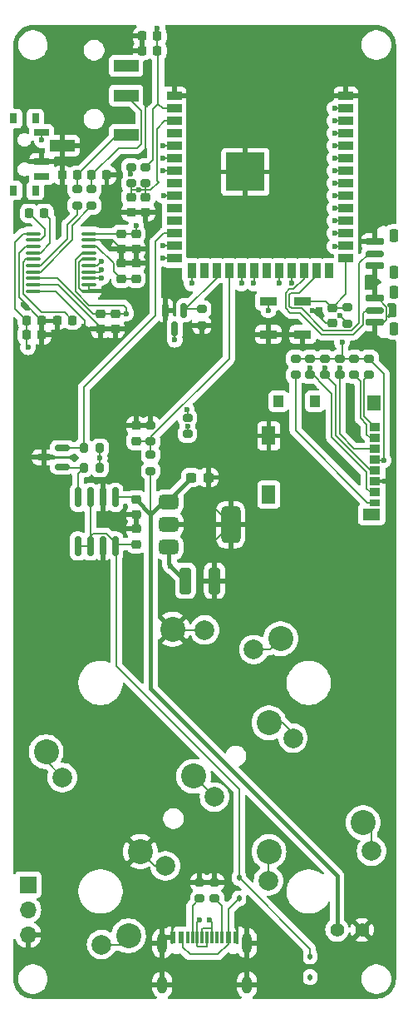
<source format=gbr>
%TF.GenerationSoftware,KiCad,Pcbnew,8.0.7*%
%TF.CreationDate,2025-01-01T16:00:03-05:00*%
%TF.ProjectId,JPL.mp3,4a504c2e-6d70-4332-9e6b-696361645f70,rev?*%
%TF.SameCoordinates,Original*%
%TF.FileFunction,Copper,L1,Top*%
%TF.FilePolarity,Positive*%
%FSLAX46Y46*%
G04 Gerber Fmt 4.6, Leading zero omitted, Abs format (unit mm)*
G04 Created by KiCad (PCBNEW 8.0.7) date 2025-01-01 16:00:03*
%MOMM*%
%LPD*%
G01*
G04 APERTURE LIST*
G04 Aperture macros list*
%AMRoundRect*
0 Rectangle with rounded corners*
0 $1 Rounding radius*
0 $2 $3 $4 $5 $6 $7 $8 $9 X,Y pos of 4 corners*
0 Add a 4 corners polygon primitive as box body*
4,1,4,$2,$3,$4,$5,$6,$7,$8,$9,$2,$3,0*
0 Add four circle primitives for the rounded corners*
1,1,$1+$1,$2,$3*
1,1,$1+$1,$4,$5*
1,1,$1+$1,$6,$7*
1,1,$1+$1,$8,$9*
0 Add four rect primitives between the rounded corners*
20,1,$1+$1,$2,$3,$4,$5,0*
20,1,$1+$1,$4,$5,$6,$7,0*
20,1,$1+$1,$6,$7,$8,$9,0*
20,1,$1+$1,$8,$9,$2,$3,0*%
G04 Aperture macros list end*
%TA.AperFunction,SMDPad,CuDef*%
%ADD10C,2.000000*%
%TD*%
%TA.AperFunction,SMDPad,CuDef*%
%ADD11R,2.500000X1.200000*%
%TD*%
%TA.AperFunction,SMDPad,CuDef*%
%ADD12RoundRect,0.200000X-0.275000X0.200000X-0.275000X-0.200000X0.275000X-0.200000X0.275000X0.200000X0*%
%TD*%
%TA.AperFunction,SMDPad,CuDef*%
%ADD13RoundRect,0.200000X0.275000X-0.200000X0.275000X0.200000X-0.275000X0.200000X-0.275000X-0.200000X0*%
%TD*%
%TA.AperFunction,SMDPad,CuDef*%
%ADD14RoundRect,0.225000X0.250000X-0.225000X0.250000X0.225000X-0.250000X0.225000X-0.250000X-0.225000X0*%
%TD*%
%TA.AperFunction,SMDPad,CuDef*%
%ADD15RoundRect,0.225000X-0.250000X0.225000X-0.250000X-0.225000X0.250000X-0.225000X0.250000X0.225000X0*%
%TD*%
%TA.AperFunction,SMDPad,CuDef*%
%ADD16RoundRect,0.150000X-0.150000X0.587500X-0.150000X-0.587500X0.150000X-0.587500X0.150000X0.587500X0*%
%TD*%
%TA.AperFunction,SMDPad,CuDef*%
%ADD17R,1.500000X0.900000*%
%TD*%
%TA.AperFunction,SMDPad,CuDef*%
%ADD18R,0.900000X1.500000*%
%TD*%
%TA.AperFunction,HeatsinkPad*%
%ADD19C,0.600000*%
%TD*%
%TA.AperFunction,SMDPad,CuDef*%
%ADD20R,3.900000X3.900000*%
%TD*%
%TA.AperFunction,SMDPad,CuDef*%
%ADD21RoundRect,0.150000X0.587500X0.150000X-0.587500X0.150000X-0.587500X-0.150000X0.587500X-0.150000X0*%
%TD*%
%TA.AperFunction,SMDPad,CuDef*%
%ADD22R,1.100000X0.850000*%
%TD*%
%TA.AperFunction,SMDPad,CuDef*%
%ADD23R,1.100000X0.750000*%
%TD*%
%TA.AperFunction,SMDPad,CuDef*%
%ADD24R,1.000000X1.200000*%
%TD*%
%TA.AperFunction,SMDPad,CuDef*%
%ADD25R,1.350000X1.550000*%
%TD*%
%TA.AperFunction,SMDPad,CuDef*%
%ADD26R,1.350000X1.900000*%
%TD*%
%TA.AperFunction,SMDPad,CuDef*%
%ADD27R,1.800000X1.170000*%
%TD*%
%TA.AperFunction,SMDPad,CuDef*%
%ADD28RoundRect,0.187500X0.712500X-0.187500X0.712500X0.187500X-0.712500X0.187500X-0.712500X-0.187500X0*%
%TD*%
%TA.AperFunction,SMDPad,CuDef*%
%ADD29RoundRect,0.150000X0.750000X-0.150000X0.750000X0.150000X-0.750000X0.150000X-0.750000X-0.150000X0*%
%TD*%
%TA.AperFunction,SMDPad,CuDef*%
%ADD30RoundRect,0.225000X0.225000X-0.425000X0.225000X0.425000X-0.225000X0.425000X-0.225000X-0.425000X0*%
%TD*%
%TA.AperFunction,SMDPad,CuDef*%
%ADD31RoundRect,0.250000X-0.325000X-1.100000X0.325000X-1.100000X0.325000X1.100000X-0.325000X1.100000X0*%
%TD*%
%TA.AperFunction,SMDPad,CuDef*%
%ADD32RoundRect,0.112500X-0.112500X0.187500X-0.112500X-0.187500X0.112500X-0.187500X0.112500X0.187500X0*%
%TD*%
%TA.AperFunction,ComponentPad*%
%ADD33R,1.700000X1.700000*%
%TD*%
%TA.AperFunction,ComponentPad*%
%ADD34O,1.700000X1.700000*%
%TD*%
%TA.AperFunction,SMDPad,CuDef*%
%ADD35R,1.700000X0.900000*%
%TD*%
%TA.AperFunction,SMDPad,CuDef*%
%ADD36RoundRect,0.200000X-0.200000X-0.275000X0.200000X-0.275000X0.200000X0.275000X-0.200000X0.275000X0*%
%TD*%
%TA.AperFunction,SMDPad,CuDef*%
%ADD37RoundRect,0.225000X0.225000X0.250000X-0.225000X0.250000X-0.225000X-0.250000X0.225000X-0.250000X0*%
%TD*%
%TA.AperFunction,SMDPad,CuDef*%
%ADD38RoundRect,0.100000X-0.637500X-0.100000X0.637500X-0.100000X0.637500X0.100000X-0.637500X0.100000X0*%
%TD*%
%TA.AperFunction,SMDPad,CuDef*%
%ADD39RoundRect,0.237500X-0.300000X-0.237500X0.300000X-0.237500X0.300000X0.237500X-0.300000X0.237500X0*%
%TD*%
%TA.AperFunction,ComponentPad*%
%ADD40C,2.540000*%
%TD*%
%TA.AperFunction,SMDPad,CuDef*%
%ADD41RoundRect,0.150000X0.150000X-0.825000X0.150000X0.825000X-0.150000X0.825000X-0.150000X-0.825000X0*%
%TD*%
%TA.AperFunction,SMDPad,CuDef*%
%ADD42R,0.800000X1.000000*%
%TD*%
%TA.AperFunction,SMDPad,CuDef*%
%ADD43R,1.500000X0.700000*%
%TD*%
%TA.AperFunction,SMDPad,CuDef*%
%ADD44RoundRect,0.225000X-0.225000X-0.250000X0.225000X-0.250000X0.225000X0.250000X-0.225000X0.250000X0*%
%TD*%
%TA.AperFunction,SMDPad,CuDef*%
%ADD45RoundRect,0.375000X-0.625000X-0.375000X0.625000X-0.375000X0.625000X0.375000X-0.625000X0.375000X0*%
%TD*%
%TA.AperFunction,SMDPad,CuDef*%
%ADD46RoundRect,0.500000X-0.500000X-1.400000X0.500000X-1.400000X0.500000X1.400000X-0.500000X1.400000X0*%
%TD*%
%TA.AperFunction,ComponentPad*%
%ADD47C,1.400000*%
%TD*%
%TA.AperFunction,ComponentPad*%
%ADD48O,1.000000X1.800000*%
%TD*%
%TA.AperFunction,ComponentPad*%
%ADD49O,1.000000X2.100000*%
%TD*%
%TA.AperFunction,SMDPad,CuDef*%
%ADD50R,0.600000X1.240000*%
%TD*%
%TA.AperFunction,SMDPad,CuDef*%
%ADD51R,0.300000X1.240000*%
%TD*%
%TA.AperFunction,ViaPad*%
%ADD52C,0.600000*%
%TD*%
%TA.AperFunction,Conductor*%
%ADD53C,0.200000*%
%TD*%
%TA.AperFunction,Conductor*%
%ADD54C,0.400000*%
%TD*%
G04 APERTURE END LIST*
D10*
%TO.P,SW4,1*%
%TO.N,N/C*%
X109500000Y-144000000D03*
%TD*%
%TO.P,SW5,1*%
%TO.N,N/C*%
X105500000Y-127000000D03*
%TD*%
%TO.P,SW3,1*%
%TO.N,N/C*%
X137000000Y-134500000D03*
%TD*%
%TO.P,ENCB,1*%
%TO.N,N/C*%
X126500000Y-137500000D03*
%TD*%
%TO.P,COMA,1*%
%TO.N,N/C*%
X116000000Y-136000000D03*
%TD*%
%TO.P,SW1,1*%
%TO.N,N/C*%
X121000000Y-129000000D03*
%TD*%
%TO.P,ENCA,1*%
%TO.N,N/C*%
X129000000Y-123000000D03*
%TD*%
%TO.P,SW2,1*%
%TO.N,N/C*%
X125000000Y-114000000D03*
%TD*%
%TO.P,COMB,1*%
%TO.N,N/C*%
X120000000Y-112000000D03*
%TD*%
D11*
%TO.P,J5,R1*%
%TO.N,AUDIO_RIGHT*%
X112000000Y-57650000D03*
%TO.P,J5,R2*%
%TO.N,N/C*%
X112000000Y-54650000D03*
%TO.P,J5,S*%
%TO.N,GND*%
X105500000Y-62750000D03*
%TO.P,J5,T*%
%TO.N,AUDIO_LEFT*%
X112000000Y-61650000D03*
%TD*%
D12*
%TO.P,R14,1*%
%TO.N,+3.3V*%
X133750000Y-84425000D03*
%TO.P,R14,2*%
%TO.N,SD_CMD*%
X133750000Y-86075000D03*
%TD*%
%TO.P,R11,1*%
%TO.N,BACKLIGHT*%
X119700000Y-79362500D03*
%TO.P,R11,2*%
%TO.N,GND*%
X119700000Y-81012500D03*
%TD*%
D13*
%TO.P,R17,1*%
%TO.N,+3.3V*%
X134500000Y-80850000D03*
%TO.P,R17,2*%
%TO.N,Net-(BOOT1-A)*%
X134500000Y-79200000D03*
%TD*%
D14*
%TO.P,C14,1*%
%TO.N,+5V*%
X113000000Y-103275000D03*
%TO.P,C14,2*%
%TO.N,GND*%
X113000000Y-101725000D03*
%TD*%
D15*
%TO.P,C20,1*%
%TO.N,+3.3V*%
X110887500Y-79850000D03*
%TO.P,C20,2*%
%TO.N,GND*%
X110887500Y-81400000D03*
%TD*%
D16*
%TO.P,Q2,1,G*%
%TO.N,BACKLIGHT*%
X117900000Y-79500000D03*
%TO.P,Q2,2,S*%
%TO.N,GND*%
X116000000Y-79500000D03*
%TO.P,Q2,3,D*%
%TO.N,Net-(J4-Pin_11)*%
X116950000Y-81375000D03*
%TD*%
D13*
%TO.P,R15,1*%
%TO.N,SD_D0*%
X130750000Y-86075000D03*
%TO.P,R15,2*%
%TO.N,+3.3V*%
X130750000Y-84425000D03*
%TD*%
D17*
%TO.P,U1,1,GND*%
%TO.N,GND*%
X116900000Y-57700000D03*
%TO.P,U1,2,3V3*%
%TO.N,+3.3V*%
X116900000Y-58970000D03*
%TO.P,U1,3,EN*%
%TO.N,Net-(RST1-B)*%
X116900000Y-60240000D03*
%TO.P,U1,4,GPIO4/TOUCH4/ADC1_CH3*%
%TO.N,DAC_MCLK*%
X116900000Y-61510000D03*
%TO.P,U1,5,GPIO5/TOUCH5/ADC1_CH4*%
%TO.N,I2S_LRCLK*%
X116900000Y-62780000D03*
%TO.P,U1,6,GPIO6/TOUCH6/ADC1_CH5*%
%TO.N,I2S_SD*%
X116900000Y-64050000D03*
%TO.P,U1,7,GPIO7/TOUCH7/ADC1_CH6*%
%TO.N,I2S_SCLK*%
X116900000Y-65320000D03*
%TO.P,U1,8,GPIO15/U0RTS/ADC2_CH4/XTAL_32K_P*%
%TO.N,unconnected-(U1-GPIO15{slash}U0RTS{slash}ADC2_CH4{slash}XTAL_32K_P-Pad8)*%
X116900000Y-66590000D03*
%TO.P,U1,9,GPIO16/U0CTS/ADC2_CH5/XTAL_32K_N*%
%TO.N,HOLD*%
X116900000Y-67860000D03*
%TO.P,U1,10,GPIO17/U1TXD/ADC2_CH6*%
%TO.N,unconnected-(U1-GPIO17{slash}U1TXD{slash}ADC2_CH6-Pad10)*%
X116900000Y-69130000D03*
%TO.P,U1,11,GPIO18/U1RXD/ADC2_CH7/CLK_OUT3*%
%TO.N,unconnected-(U1-GPIO18{slash}U1RXD{slash}ADC2_CH7{slash}CLK_OUT3-Pad11)*%
X116900000Y-70400000D03*
%TO.P,U1,12,GPIO8/TOUCH8/ADC1_CH7/SUBSPICS1*%
%TO.N,CHG*%
X116900000Y-71670000D03*
%TO.P,U1,13,GPIO19/U1RTS/ADC2_CH8/CLK_OUT2/USB_D-*%
%TO.N,USB_D-*%
X116900000Y-72940000D03*
%TO.P,U1,14,GPIO20/U1CTS/ADC2_CH9/CLK_OUT1/USB_D+*%
%TO.N,USB_D+*%
X116900000Y-74210000D03*
D18*
%TO.P,U1,15,GPIO3/TOUCH3/ADC1_CH2*%
%TO.N,TFT_RST*%
X118665000Y-75460000D03*
%TO.P,U1,16,GPIO46*%
%TO.N,S_A*%
X119935000Y-75460000D03*
%TO.P,U1,17,GPIO9/TOUCH9/ADC1_CH8/FSPIHD/SUBSPIHD*%
%TO.N,BACKLIGHT*%
X121205000Y-75460000D03*
%TO.P,U1,18,GPIO10/TOUCH10/ADC1_CH9/FSPICS0/FSPIIO4/SUBSPICS0*%
%TO.N,BAT_SENSE*%
X122475000Y-75460000D03*
%TO.P,U1,19,GPIO11/TOUCH11/ADC2_CH0/FSPID/FSPIIO5/SUBSPID*%
%TO.N,TFT_SDA*%
X123745000Y-75460000D03*
%TO.P,U1,20,GPIO12/TOUCH12/ADC2_CH1/FSPICLK/FSPIIO6/SUBSPICLK*%
%TO.N,TFT_SCLK*%
X125015000Y-75460000D03*
%TO.P,U1,21,GPIO13/TOUCH13/ADC2_CH2/FSPIQ/FSPIIO7/SUBSPIQ*%
%TO.N,unconnected-(U1-GPIO13{slash}TOUCH13{slash}ADC2_CH2{slash}FSPIQ{slash}FSPIIO7{slash}SUBSPIQ-Pad21)*%
X126285000Y-75460000D03*
%TO.P,U1,22,GPIO14/TOUCH14/ADC2_CH3/FSPIWP/FSPIDQS/SUBSPIWP*%
%TO.N,TFT_DC*%
X127555000Y-75460000D03*
%TO.P,U1,23,GPIO21*%
%TO.N,TFT_CS*%
X128825000Y-75460000D03*
%TO.P,U1,24,GPIO47/SPICLK_P/SUBSPICLK_P_DIFF*%
%TO.N,VOL_DOWN*%
X130095000Y-75460000D03*
%TO.P,U1,25,GPIO48/SPICLK_N/SUBSPICLK_N_DIFF*%
%TO.N,VOL_UP*%
X131365000Y-75460000D03*
%TO.P,U1,26,GPIO45*%
%TO.N,S_B*%
X132635000Y-75460000D03*
D17*
%TO.P,U1,27,GPIO0/BOOT*%
%TO.N,Net-(BOOT1-A)*%
X134400000Y-74210000D03*
%TO.P,U1,28,SPIIO6/GPIO35/FSPID/SUBSPID*%
%TO.N,SD_CMD*%
X134400000Y-72940000D03*
%TO.P,U1,29,SPIIO7/GPIO36/FSPICLK/SUBSPICLK*%
%TO.N,SD_CLK*%
X134400000Y-71670000D03*
%TO.P,U1,30,SPIDQS/GPIO37/FSPIQ/SUBSPIQ*%
%TO.N,SD_D0*%
X134400000Y-70400000D03*
%TO.P,U1,31,GPIO38/FSPIWP/SUBSPIWP*%
%TO.N,SW1*%
X134400000Y-69130000D03*
%TO.P,U1,32,MTCK/GPIO39/CLK_OUT3/SUBSPICS1*%
%TO.N,SW2*%
X134400000Y-67860000D03*
%TO.P,U1,33,MTDO/GPIO40/CLK_OUT2*%
%TO.N,SW3*%
X134400000Y-66590000D03*
%TO.P,U1,34,MTDI/GPIO41/CLK_OUT1*%
%TO.N,SW4*%
X134400000Y-65320000D03*
%TO.P,U1,35,MTMS/GPIO42*%
%TO.N,SW5*%
X134400000Y-64050000D03*
%TO.P,U1,36,U0RXD/GPIO44/CLK_OUT2*%
%TO.N,UART_RX*%
X134400000Y-62780000D03*
%TO.P,U1,37,U0TXD/GPIO43/CLK_OUT1*%
%TO.N,UART_TX*%
X134400000Y-61510000D03*
%TO.P,U1,38,GPIO2/TOUCH2/ADC1_CH1*%
%TO.N,ENCA*%
X134400000Y-60240000D03*
%TO.P,U1,39,GPIO1/TOUCH1/ADC1_CH0*%
%TO.N,ENCB*%
X134400000Y-58970000D03*
%TO.P,U1,40,GND*%
%TO.N,GND*%
X134400000Y-57700000D03*
D19*
%TO.P,U1,41,GND*%
X122750000Y-64720000D03*
X122750000Y-66120000D03*
X123450000Y-64020000D03*
X123450000Y-65420000D03*
X123450000Y-66820000D03*
X124150000Y-64720000D03*
D20*
X124150000Y-65420000D03*
D19*
X124150000Y-66120000D03*
X124850000Y-64020000D03*
X124850000Y-65420000D03*
X124850000Y-66820000D03*
X125550000Y-64720000D03*
X125550000Y-66120000D03*
%TD*%
D21*
%TO.P,Q1,1,G*%
%TO.N,Net-(Q1-G)*%
X105500000Y-95400000D03*
%TO.P,Q1,2,S*%
%TO.N,CHG*%
X105500000Y-93500000D03*
%TO.P,Q1,3,D*%
%TO.N,GND*%
X103625000Y-94450000D03*
%TD*%
D13*
%TO.P,R1,1*%
%TO.N,Net-(J2-CC1)*%
X119500000Y-139325000D03*
%TO.P,R1,2*%
%TO.N,GND*%
X119500000Y-137675000D03*
%TD*%
D22*
%TO.P,J1,1,DAT2*%
%TO.N,Net-(J1-DAT2)*%
X137362500Y-91395000D03*
%TO.P,J1,2,DAT3/CD*%
%TO.N,Net-(J1-DAT3{slash}CD)*%
X137362500Y-92495000D03*
%TO.P,J1,3,CMD*%
%TO.N,SD_CMD*%
X137362500Y-93595000D03*
%TO.P,J1,4,VDD*%
%TO.N,+3.3V*%
X137362500Y-94695000D03*
%TO.P,J1,5,CLK*%
%TO.N,SD_CLK*%
X137362500Y-95795000D03*
%TO.P,J1,6,VSS*%
%TO.N,GND*%
X137362500Y-96895000D03*
%TO.P,J1,7,DAT0*%
%TO.N,SD_D0*%
X137362500Y-97995000D03*
D23*
%TO.P,J1,8,DAT1*%
%TO.N,Net-(J1-DAT1)*%
X137362500Y-99045000D03*
D24*
%TO.P,J1,9,SHIELD*%
%TO.N,N/C*%
X131212500Y-88760000D03*
%TO.P,J1,10*%
X127512500Y-88760000D03*
D25*
%TO.P,J1,11*%
X137237500Y-88935000D03*
D26*
%TO.N,GND*%
X126537500Y-92260000D03*
%TO.N,N/C*%
X126537500Y-98230000D03*
D27*
X137012500Y-100255000D03*
%TD*%
D28*
%TO.P,SW2,1,1*%
%TO.N,GND*%
X137350000Y-80725000D03*
X137350000Y-78275000D03*
D29*
%TO.P,SW2,2,2*%
%TO.N,VOL_DOWN*%
X137350000Y-79500000D03*
D30*
%TO.P,SW2,MP*%
%TO.N,N/C*%
X139300000Y-81350000D03*
X139300000Y-77650000D03*
%TD*%
D31*
%TO.P,C2,1*%
%TO.N,+3.3V*%
X118050000Y-107000000D03*
%TO.P,C2,2*%
%TO.N,GND*%
X121000000Y-107000000D03*
%TD*%
D32*
%TO.P,D2,1,K*%
%TO.N,+5V*%
X130750000Y-145200000D03*
%TO.P,D2,2,A*%
%TO.N,Net-(D2-A)*%
X130750000Y-147300000D03*
%TD*%
D33*
%TO.P,J6,1,Pin_1*%
%TO.N,UART_RX*%
X102000000Y-137920000D03*
D34*
%TO.P,J6,2,Pin_2*%
%TO.N,UART_TX*%
X102000000Y-140460000D03*
%TO.P,J6,3,Pin_3*%
%TO.N,GND*%
X102000000Y-143000000D03*
%TD*%
D35*
%TO.P,RST1,1,A*%
%TO.N,GND*%
X126500000Y-81950000D03*
%TO.P,RST1,2,B*%
%TO.N,Net-(RST1-B)*%
X126500000Y-78550000D03*
%TD*%
%TO.P,BOOT1,1,A*%
%TO.N,Net-(BOOT1-A)*%
X130000000Y-78550000D03*
%TO.P,BOOT1,2,B*%
%TO.N,GND*%
X130000000Y-81950000D03*
%TD*%
D12*
%TO.P,R3,1*%
%TO.N,+3.3V*%
X135250000Y-84425000D03*
%TO.P,R3,2*%
%TO.N,Net-(J1-DAT3{slash}CD)*%
X135250000Y-86075000D03*
%TD*%
D15*
%TO.P,C15,1*%
%TO.N,+3.3V*%
X111500000Y-71725000D03*
%TO.P,C15,2*%
%TO.N,GND*%
X111500000Y-73275000D03*
%TD*%
D13*
%TO.P,R2,1*%
%TO.N,Net-(J2-CC2)*%
X121000000Y-139325000D03*
%TO.P,R2,2*%
%TO.N,GND*%
X121000000Y-137675000D03*
%TD*%
D15*
%TO.P,C8,1*%
%TO.N,GND*%
X113000000Y-91225000D03*
%TO.P,C8,2*%
%TO.N,BAT_SENSE*%
X113000000Y-92775000D03*
%TD*%
D28*
%TO.P,SW1,1,1*%
%TO.N,GND*%
X137350000Y-74975000D03*
X137350000Y-72525000D03*
D29*
%TO.P,SW1,2,2*%
%TO.N,VOL_UP*%
X137350000Y-73750000D03*
D30*
%TO.P,SW1,MP*%
%TO.N,N/C*%
X139300000Y-75600000D03*
X139300000Y-71900000D03*
%TD*%
D36*
%TO.P,R13,1*%
%TO.N,Net-(Q1-G)*%
X107675000Y-95500000D03*
%TO.P,R13,2*%
%TO.N,+3.3V*%
X109325000Y-95500000D03*
%TD*%
D37*
%TO.P,C10,1*%
%TO.N,+3.3V*%
X115175000Y-51600000D03*
%TO.P,C10,2*%
%TO.N,GND*%
X113625000Y-51600000D03*
%TD*%
D38*
%TO.P,U4,1,CPVDD*%
%TO.N,+3.3V*%
X102525000Y-71700000D03*
%TO.P,U4,2,CAPP*%
%TO.N,Net-(U4-CAPP)*%
X102525000Y-72350000D03*
%TO.P,U4,3,CPGND*%
%TO.N,GND*%
X102525000Y-73000000D03*
%TO.P,U4,4,CAPM*%
%TO.N,Net-(U4-CAPM)*%
X102525000Y-73650000D03*
%TO.P,U4,5,VNEG*%
%TO.N,Net-(U4-VNEG)*%
X102525000Y-74300000D03*
%TO.P,U4,6,OUTL*%
%TO.N,Net-(U4-OUTL)*%
X102525000Y-74950000D03*
%TO.P,U4,7,OUTR*%
%TO.N,Net-(U4-OUTR)*%
X102525000Y-75600000D03*
%TO.P,U4,8,AVDD*%
%TO.N,+3.3V*%
X102525000Y-76250000D03*
%TO.P,U4,9,AGND*%
%TO.N,GND*%
X102525000Y-76900000D03*
%TO.P,U4,10,DEMP*%
X102525000Y-77550000D03*
%TO.P,U4,11,FLT*%
X108250000Y-77550000D03*
%TO.P,U4,12,SCK*%
X108250000Y-76900000D03*
%TO.P,U4,13,BCK*%
%TO.N,I2S_SCLK*%
X108250000Y-76250000D03*
%TO.P,U4,14,DIN*%
%TO.N,I2S_SD*%
X108250000Y-75600000D03*
%TO.P,U4,15,LRCK*%
%TO.N,I2S_LRCLK*%
X108250000Y-74950000D03*
%TO.P,U4,16,FMT*%
%TO.N,GND*%
X108250000Y-74300000D03*
%TO.P,U4,17,XSMT*%
%TO.N,+3.3V*%
X108250000Y-73650000D03*
%TO.P,U4,18,LDOO*%
%TO.N,Net-(U4-LDOO)*%
X108250000Y-73000000D03*
%TO.P,U4,19,DGND*%
%TO.N,GND*%
X108250000Y-72350000D03*
%TO.P,U4,20,DVDD*%
%TO.N,+3.3V*%
X108250000Y-71700000D03*
%TD*%
D36*
%TO.P,R10,1*%
%TO.N,CHG*%
X107675000Y-93500000D03*
%TO.P,R10,2*%
%TO.N,+3.3V*%
X109325000Y-93500000D03*
%TD*%
D15*
%TO.P,C23,1*%
%TO.N,+3.3V*%
X113000000Y-71725000D03*
%TO.P,C23,2*%
%TO.N,GND*%
X113000000Y-73275000D03*
%TD*%
D12*
%TO.P,R18,1*%
%TO.N,+3.3V*%
X114000000Y-64925000D03*
%TO.P,R18,2*%
%TO.N,Net-(RST1-B)*%
X114000000Y-66575000D03*
%TD*%
D39*
%TO.P,C1,1*%
%TO.N,Net-(BT1-+)*%
X118637500Y-96500000D03*
%TO.P,C1,2*%
%TO.N,GND*%
X120362500Y-96500000D03*
%TD*%
D12*
%TO.P,R19,1*%
%TO.N,+3.3V*%
X112490000Y-64925000D03*
%TO.P,R19,2*%
%TO.N,Net-(RST1-B)*%
X112490000Y-66575000D03*
%TD*%
D13*
%TO.P,R7,1*%
%TO.N,BAT_SENSE*%
X114500000Y-92825000D03*
%TO.P,R7,2*%
%TO.N,GND*%
X114500000Y-91175000D03*
%TD*%
D15*
%TO.P,C12,1*%
%TO.N,Net-(RST1-B)*%
X114000000Y-67975000D03*
%TO.P,C12,2*%
%TO.N,GND*%
X114000000Y-69525000D03*
%TD*%
D40*
%TO.P,Enc1,A,A*%
%TO.N,ENCA*%
X126547809Y-121452191D03*
%TO.P,Enc1,B,B*%
%TO.N,ENCB*%
X126547809Y-134547809D03*
%TO.P,Enc1,COM_A,COM_A*%
%TO.N,GND*%
X113452191Y-134547809D03*
%TO.P,Enc1,COM_B,COM_B*%
X116747309Y-111920392D03*
%TO.P,Enc1,S1,S1*%
%TO.N,SW1*%
X118889842Y-126889842D03*
%TO.P,Enc1,S2,S2*%
%TO.N,SW2*%
X127749890Y-112896199D03*
%TO.P,Enc1,S3,S3*%
%TO.N,SW3*%
X136150319Y-131606245D03*
%TO.P,Enc1,S4,S4*%
%TO.N,SW4*%
X112250110Y-143103801D03*
%TO.P,Enc1,S5,S5*%
%TO.N,SW5*%
X103849681Y-124393755D03*
%TD*%
D37*
%TO.P,C18,1*%
%TO.N,Net-(U4-VNEG)*%
X106525000Y-80500000D03*
%TO.P,C18,2*%
%TO.N,GND*%
X104975000Y-80500000D03*
%TD*%
D14*
%TO.P,C21,1*%
%TO.N,GND*%
X109387500Y-81400000D03*
%TO.P,C21,2*%
%TO.N,+3.3V*%
X109387500Y-79850000D03*
%TD*%
D13*
%TO.P,R16,1*%
%TO.N,SD_CLK*%
X132250000Y-86075000D03*
%TO.P,R16,2*%
%TO.N,+3.3V*%
X132250000Y-84425000D03*
%TD*%
D41*
%TO.P,U2,1,SELV*%
%TO.N,+5V*%
X107095000Y-103475000D03*
%TO.P,U2,2,SELI*%
X108365000Y-103475000D03*
%TO.P,U2,3,GND*%
%TO.N,GND*%
X109635000Y-103475000D03*
%TO.P,U2,4,IN*%
%TO.N,+5V*%
X110905000Y-103475000D03*
%TO.P,U2,5,BATT*%
%TO.N,Net-(BT1-+)*%
X110905000Y-98525000D03*
%TO.P,U2,6,GND*%
%TO.N,GND*%
X109635000Y-98525000D03*
%TO.P,U2,7,EN*%
%TO.N,+5V*%
X108365000Y-98525000D03*
%TO.P,U2,8,~{CHG}*%
%TO.N,Net-(Q1-G)*%
X107095000Y-98525000D03*
%TD*%
D13*
%TO.P,R6,1*%
%TO.N,Net-(BT1-+)*%
X114500000Y-95825000D03*
%TO.P,R6,2*%
%TO.N,BAT_SENSE*%
X114500000Y-94175000D03*
%TD*%
D37*
%TO.P,C19,1*%
%TO.N,GND*%
X103412500Y-80500000D03*
%TO.P,C19,2*%
%TO.N,+3.3V*%
X101862500Y-80500000D03*
%TD*%
D15*
%TO.P,C13,1*%
%TO.N,Net-(RST1-B)*%
X112500000Y-67975000D03*
%TO.P,C13,2*%
%TO.N,GND*%
X112500000Y-69525000D03*
%TD*%
%TO.P,C11,1*%
%TO.N,Net-(BOOT1-A)*%
X133000000Y-79250000D03*
%TO.P,C11,2*%
%TO.N,GND*%
X133000000Y-80800000D03*
%TD*%
D42*
%TO.P,SL2,*%
%TO.N,*%
X102750000Y-60000000D03*
X100540000Y-60000000D03*
X102750000Y-67300000D03*
X100540000Y-67300000D03*
D43*
%TO.P,SL2,1,A*%
%TO.N,HOLD*%
X103400000Y-61400000D03*
%TO.P,SL2,2,B*%
%TO.N,GND*%
X103400000Y-64400000D03*
%TO.P,SL2,3*%
%TO.N,N/C*%
X103400000Y-65900000D03*
%TD*%
D15*
%TO.P,C16,1*%
%TO.N,GND*%
X113000000Y-74725000D03*
%TO.P,C16,2*%
%TO.N,Net-(U4-LDOO)*%
X113000000Y-76275000D03*
%TD*%
D13*
%TO.P,R12,1*%
%TO.N,+3.3V*%
X118250000Y-92075000D03*
%TO.P,R12,2*%
%TO.N,Net-(J4-Pin_10)*%
X118250000Y-90425000D03*
%TD*%
%TO.P,R8,1*%
%TO.N,Net-(J1-DAT1)*%
X129250000Y-86075000D03*
%TO.P,R8,2*%
%TO.N,+3.3V*%
X129250000Y-84425000D03*
%TD*%
D37*
%TO.P,C3,1*%
%TO.N,AUDIO_LEFT*%
X107025000Y-65750000D03*
%TO.P,C3,2*%
%TO.N,GND*%
X105475000Y-65750000D03*
%TD*%
D44*
%TO.P,C4,1*%
%TO.N,AUDIO_RIGHT*%
X108475000Y-65750000D03*
%TO.P,C4,2*%
%TO.N,GND*%
X110025000Y-65750000D03*
%TD*%
D45*
%TO.P,U5,1,IN*%
%TO.N,Net-(BT1-+)*%
X116350000Y-99000000D03*
%TO.P,U5,2,GND*%
%TO.N,GND*%
X116350000Y-101300000D03*
D46*
X122650000Y-101300000D03*
D45*
%TO.P,U5,3,OUT*%
%TO.N,+3.3V*%
X116350000Y-103600000D03*
%TD*%
D15*
%TO.P,C7,1*%
%TO.N,Net-(BT1-+)*%
X113000000Y-98725000D03*
%TO.P,C7,2*%
%TO.N,GND*%
X113000000Y-100275000D03*
%TD*%
D47*
%TO.P,BAT,*%
%TO.N,Net-(BT1-+)*%
X133500000Y-142500000D03*
%TO.P,BAT,2*%
%TO.N,GND*%
X136040000Y-142500000D03*
%TD*%
D32*
%TO.P,D1,1,K*%
%TO.N,+5V*%
X123500000Y-137200000D03*
%TO.P,D1,2,A*%
%TO.N,Net-(D1-A)*%
X123500000Y-139300000D03*
%TD*%
D12*
%TO.P,R9,1*%
%TO.N,+3.3V*%
X136750000Y-84425000D03*
%TO.P,R9,2*%
%TO.N,Net-(J1-DAT2)*%
X136750000Y-86075000D03*
%TD*%
D13*
%TO.P,R5,1*%
%TO.N,Net-(U4-OUTR)*%
X108500000Y-68850000D03*
%TO.P,R5,2*%
%TO.N,AUDIO_RIGHT*%
X108500000Y-67200000D03*
%TD*%
D48*
%TO.P,J2,S1,SHIELD*%
%TO.N,GND*%
X124320000Y-148075000D03*
D49*
X124320000Y-143875000D03*
D48*
X115680000Y-148075000D03*
D49*
X115680000Y-143875000D03*
D50*
%TO.P,J2,B12,GND*%
X116800000Y-143275000D03*
%TO.P,J2,B9,VBUS*%
%TO.N,Net-(D1-A)*%
X117600000Y-143275000D03*
D51*
%TO.P,J2,B8,SBU2*%
%TO.N,unconnected-(J2-SBU2-PadB8)*%
X118250000Y-143275000D03*
%TO.P,J2,B7,D-*%
%TO.N,USB_D-*%
X119250000Y-143275000D03*
%TO.P,J2,B6,D+*%
%TO.N,USB_D+*%
X120750000Y-143275000D03*
%TO.P,J2,B5,CC2*%
%TO.N,Net-(J2-CC2)*%
X121750000Y-143275000D03*
D50*
%TO.P,J2,B4,VBUS*%
%TO.N,Net-(D1-A)*%
X122400000Y-143275000D03*
%TO.P,J2,B1,GND*%
%TO.N,GND*%
X123200000Y-143275000D03*
%TO.P,J2,A12,GND*%
X123200000Y-143275000D03*
%TO.P,J2,A9,VBUS*%
%TO.N,Net-(D1-A)*%
X122400000Y-143275000D03*
D51*
%TO.P,J2,A8,SBU1*%
%TO.N,unconnected-(J2-SBU1-PadA8)*%
X121250000Y-143275000D03*
%TO.P,J2,A7,D-*%
%TO.N,USB_D-*%
X120250000Y-143275000D03*
%TO.P,J2,A6,D+*%
%TO.N,USB_D+*%
X119750000Y-143275000D03*
%TO.P,J2,A5,CC1*%
%TO.N,Net-(J2-CC1)*%
X118750000Y-143275000D03*
D50*
%TO.P,J2,A4,VBUS*%
%TO.N,Net-(D1-A)*%
X117600000Y-143275000D03*
%TO.P,J2,A1,GND*%
%TO.N,GND*%
X116800000Y-143275000D03*
%TD*%
D44*
%TO.P,C17,1*%
%TO.N,Net-(U4-CAPP)*%
X102112500Y-69625000D03*
%TO.P,C17,2*%
%TO.N,Net-(U4-CAPM)*%
X103662500Y-69625000D03*
%TD*%
%TO.P,C6,1*%
%TO.N,+3.3V*%
X101862500Y-82000000D03*
%TO.P,C6,2*%
%TO.N,GND*%
X103412500Y-82000000D03*
%TD*%
D13*
%TO.P,R4,1*%
%TO.N,Net-(U4-OUTL)*%
X107000000Y-68850000D03*
%TO.P,R4,2*%
%TO.N,AUDIO_LEFT*%
X107000000Y-67200000D03*
%TD*%
D37*
%TO.P,C9,1*%
%TO.N,+3.3V*%
X115175000Y-53100000D03*
%TO.P,C9,2*%
%TO.N,GND*%
X113625000Y-53100000D03*
%TD*%
D15*
%TO.P,C5,1*%
%TO.N,GND*%
X111500000Y-74725000D03*
%TO.P,C5,2*%
%TO.N,Net-(U4-LDOO)*%
X111500000Y-76275000D03*
%TD*%
D52*
%TO.N,+3.3V*%
X113000000Y-70900000D03*
X115175000Y-50800000D03*
X116525000Y-105475000D03*
%TO.N,HOLD*%
X115800000Y-67860000D03*
X103400000Y-62200000D03*
%TO.N,+3.3V*%
X138250000Y-94750000D03*
%TO.N,GND*%
X131000000Y-79500000D03*
%TO.N,+3.3V*%
X133750000Y-80000000D03*
%TO.N,GND*%
X123250000Y-87750000D03*
X116750000Y-87500000D03*
%TO.N,+3.3V*%
X118250000Y-91325000D03*
%TO.N,Net-(J4-Pin_10)*%
X118184662Y-89588867D03*
%TO.N,+3.3V*%
X109325000Y-94500000D03*
X102000000Y-83250000D03*
X112000000Y-79850000D03*
%TO.N,USB_D+*%
X115750000Y-74210000D03*
%TO.N,USB_D-*%
X115750000Y-72940000D03*
%TO.N,+3.3V*%
X112480955Y-65675000D03*
%TO.N,Net-(RST1-B)*%
X126500000Y-79500000D03*
X113250000Y-67250000D03*
%TO.N,SW2*%
X133250000Y-67860000D03*
%TO.N,SW4*%
X133250000Y-65320000D03*
%TO.N,ENCA*%
X133250000Y-60240000D03*
%TO.N,SW3*%
X133250000Y-66590000D03*
%TO.N,SW5*%
X133250000Y-64050000D03*
%TO.N,ENCB*%
X133250000Y-58970000D03*
%TO.N,SW1*%
X133250000Y-69130000D03*
%TO.N,SD_CMD*%
X133750000Y-85325000D03*
X133250000Y-73000000D03*
%TO.N,SD_D0*%
X130750000Y-85325000D03*
X133250000Y-70400000D03*
%TO.N,SD_CLK*%
X132263349Y-85325000D03*
X133250000Y-71670000D03*
%TO.N,USB_D+*%
X120500000Y-141500000D03*
%TO.N,USB_D-*%
X119500000Y-141500000D03*
%TO.N,TFT_DC*%
X127555000Y-76750000D03*
%TO.N,TFT_RST*%
X118665000Y-76750000D03*
%TO.N,TFT_CS*%
X128825000Y-76750000D03*
%TO.N,TFT_SDA*%
X123750000Y-76750000D03*
%TO.N,Net-(J4-Pin_11)*%
X116950000Y-82500000D03*
%TO.N,TFT_SCLK*%
X125000000Y-76750000D03*
%TO.N,UART_RX*%
X133250000Y-62780000D03*
%TO.N,UART_TX*%
X133250000Y-61510000D03*
%TO.N,I2S_SCLK*%
X115750000Y-65320000D03*
X109500000Y-76200000D03*
%TO.N,I2S_LRCLK*%
X115750000Y-62780000D03*
X109467984Y-74555324D03*
%TO.N,I2S_SD*%
X115750000Y-64050000D03*
X109500000Y-75400000D03*
%TO.N,+3.3V*%
X134000000Y-82750000D03*
%TD*%
D53*
%TO.N,USB_D-*%
X120250000Y-143275000D02*
X120250000Y-144145000D01*
X119250000Y-144145000D02*
X119250000Y-143275000D01*
X120250000Y-144145000D02*
X120200000Y-144195000D01*
X120200000Y-144195000D02*
X119300000Y-144195000D01*
X119300000Y-144195000D02*
X119250000Y-144145000D01*
%TO.N,GND*%
X108250000Y-72350000D02*
X110575000Y-72350000D01*
X110575000Y-72350000D02*
X111500000Y-73275000D01*
%TO.N,+3.3V*%
X113000000Y-71725000D02*
X113000000Y-70900000D01*
%TO.N,GND*%
X137350000Y-80725000D02*
X138250000Y-80725000D01*
X138250000Y-80725000D02*
X138550000Y-80425000D01*
X138550000Y-80425000D02*
X138550000Y-79159448D01*
X138550000Y-79159448D02*
X137665552Y-78275000D01*
X137665552Y-78275000D02*
X137350000Y-78275000D01*
%TO.N,SW1*%
X121000000Y-129000000D02*
X121000000Y-129500000D01*
X118889842Y-126889842D02*
X121000000Y-129000000D01*
%TO.N,SW5*%
X105500000Y-127000000D02*
X103849681Y-125349681D01*
X103849681Y-125349681D02*
X103849681Y-124393755D01*
%TO.N,SW4*%
X111353911Y-144000000D02*
X109500000Y-144000000D01*
%TO.N,GND*%
X116000000Y-136000000D02*
X114904382Y-136000000D01*
X114904382Y-136000000D02*
X113452191Y-134547809D01*
%TO.N,ENCB*%
X126500000Y-134595618D02*
X126500000Y-137000000D01*
X126547809Y-134547809D02*
X126500000Y-134595618D01*
%TO.N,SW3*%
X137000000Y-132455926D02*
X137000000Y-133500000D01*
X136150319Y-131606245D02*
X137000000Y-132455926D01*
%TO.N,ENCA*%
X127952191Y-121452191D02*
X129000000Y-122500000D01*
X126547809Y-121452191D02*
X127952191Y-121452191D01*
%TO.N,SW2*%
X125000000Y-114000000D02*
X126646089Y-114000000D01*
X126646089Y-114000000D02*
X127749890Y-112896199D01*
%TO.N,GND*%
X120000000Y-112000000D02*
X116826917Y-112000000D01*
X116826917Y-112000000D02*
X116747309Y-111920392D01*
X114000000Y-58700000D02*
X114300000Y-58400000D01*
X114000000Y-63100000D02*
X114000000Y-58700000D01*
%TO.N,Net-(RST1-B)*%
X114000000Y-67250000D02*
X114500000Y-67250000D01*
X114500000Y-67250000D02*
X115300000Y-66450000D01*
X115300000Y-66450000D02*
X115150000Y-66300000D01*
X115150000Y-66300000D02*
X115150000Y-61040000D01*
X115150000Y-61040000D02*
X115950000Y-60240000D01*
X115950000Y-60240000D02*
X116900000Y-60240000D01*
%TO.N,+3.3V*%
X115275000Y-58525000D02*
X114750000Y-59050000D01*
X114750000Y-59050000D02*
X114750000Y-64175000D01*
X114750000Y-64175000D02*
X114000000Y-64925000D01*
%TO.N,AUDIO_RIGHT*%
X108475000Y-65750000D02*
X111225000Y-63000000D01*
X111225000Y-63000000D02*
X113100000Y-63000000D01*
X113100000Y-63000000D02*
X113550000Y-62550000D01*
X113550000Y-62550000D02*
X113550000Y-59200000D01*
X113550000Y-59200000D02*
X112000000Y-57650000D01*
%TO.N,+3.3V*%
X102525000Y-71700000D02*
X101550000Y-71700000D01*
X101550000Y-71700000D02*
X100687500Y-72562500D01*
X100687500Y-72562500D02*
X100687500Y-79325000D01*
X100687500Y-79325000D02*
X101862500Y-80500000D01*
%TO.N,GND*%
X102525000Y-73000000D02*
X101787501Y-73000000D01*
X101787501Y-73000000D02*
X101087500Y-73700001D01*
X101087500Y-73700001D02*
X101087500Y-78175000D01*
X101087500Y-78175000D02*
X103412500Y-80500000D01*
%TO.N,I2S_SD*%
X109300000Y-75600000D02*
X108250000Y-75600000D01*
X109500000Y-75400000D02*
X109300000Y-75600000D01*
%TO.N,I2S_LRCLK*%
X109467984Y-74555324D02*
X109073308Y-74950000D01*
X109073308Y-74950000D02*
X108250000Y-74950000D01*
%TO.N,I2S_SCLK*%
X109037499Y-76200000D02*
X108987499Y-76250000D01*
X109500000Y-76200000D02*
X109037499Y-76200000D01*
X108987499Y-76250000D02*
X108250000Y-76250000D01*
%TO.N,+3.3V*%
X108250000Y-73650000D02*
X107512501Y-73650000D01*
X107512501Y-73650000D02*
X106812500Y-74350001D01*
X106812500Y-74350001D02*
X106812500Y-77562500D01*
X106812500Y-77562500D02*
X108250000Y-79000000D01*
X108250000Y-79000000D02*
X111750000Y-79000000D01*
X112000000Y-79250000D02*
X112000000Y-79850000D01*
X111750000Y-79000000D02*
X112000000Y-79250000D01*
%TO.N,GND*%
X108250000Y-74300000D02*
X107512501Y-74300000D01*
X107512501Y-74300000D02*
X107212500Y-74600001D01*
X107212500Y-77249999D02*
X107512501Y-77550000D01*
X107212500Y-74600001D02*
X107212500Y-77249999D01*
X107512501Y-77550000D02*
X108250000Y-77550000D01*
%TO.N,Net-(J1-DAT3{slash}CD)*%
X135250000Y-86075000D02*
X135862500Y-86687500D01*
X136512500Y-91110686D02*
X136512500Y-92120000D01*
X135862500Y-86687500D02*
X135862500Y-90460686D01*
X135862500Y-90460686D02*
X136512500Y-91110686D01*
X136512500Y-92120000D02*
X136887500Y-92495000D01*
X136887500Y-92495000D02*
X137362500Y-92495000D01*
%TO.N,SW1*%
X134400000Y-69130000D02*
X133250000Y-69130000D01*
%TO.N,+3.3V*%
X115175000Y-50800000D02*
X115175000Y-53100000D01*
X115175000Y-51600000D02*
X115175000Y-50800000D01*
%TO.N,+5V*%
X130750000Y-145200000D02*
X130750000Y-144450000D01*
X130750000Y-144450000D02*
X123500000Y-137200000D01*
D54*
%TO.N,+3.3V*%
X116525000Y-105475000D02*
X118050000Y-107000000D01*
D53*
%TO.N,CHG*%
X107675000Y-93500000D02*
X107675000Y-87325000D01*
X107675000Y-87325000D02*
X115000000Y-80000000D01*
X115000000Y-80000000D02*
X115000000Y-72500000D01*
X115830000Y-71670000D02*
X116900000Y-71670000D01*
X115000000Y-72500000D02*
X115830000Y-71670000D01*
%TO.N,GND*%
X108250000Y-76900000D02*
X108250000Y-77550000D01*
%TO.N,+3.3V*%
X136750000Y-84425000D02*
X138250000Y-85925000D01*
X138250000Y-85925000D02*
X138250000Y-94750000D01*
%TO.N,HOLD*%
X116900000Y-67860000D02*
X115800000Y-67860000D01*
X103400000Y-61400000D02*
X103400000Y-62200000D01*
%TO.N,GND*%
X137350000Y-78275000D02*
X137350000Y-74975000D01*
%TO.N,+3.3V*%
X138250000Y-94750000D02*
X137417500Y-94750000D01*
X137417500Y-94750000D02*
X137362500Y-94695000D01*
%TO.N,Net-(J1-DAT1)*%
X137362500Y-99045000D02*
X136612500Y-99045000D01*
X136612500Y-99045000D02*
X129250000Y-91682500D01*
X129250000Y-91682500D02*
X129250000Y-86075000D01*
%TO.N,SD_D0*%
X130750000Y-86075000D02*
X131075000Y-86075000D01*
X131475000Y-86487648D02*
X131762352Y-86775000D01*
X131075000Y-86075000D02*
X131475000Y-86475000D01*
X131475000Y-86475000D02*
X131475000Y-86487648D01*
X131762352Y-86775000D02*
X131775000Y-86775000D01*
X132950000Y-87950000D02*
X132950000Y-92423186D01*
X131775000Y-86775000D02*
X132950000Y-87950000D01*
X132950000Y-92423186D02*
X136512500Y-95985686D01*
X136512500Y-95985686D02*
X136512500Y-97620000D01*
X136512500Y-97620000D02*
X136887500Y-97995000D01*
X136887500Y-97995000D02*
X137362500Y-97995000D01*
%TO.N,SD_CMD*%
X133750000Y-86075000D02*
X133750000Y-92091814D01*
X133750000Y-92091814D02*
X135253186Y-93595000D01*
X135253186Y-93595000D02*
X137362500Y-93595000D01*
%TO.N,SD_CLK*%
X132250000Y-86075000D02*
X133350000Y-87175000D01*
X133350000Y-87175000D02*
X133350000Y-92257500D01*
X133350000Y-92257500D02*
X136887500Y-95795000D01*
X136887500Y-95795000D02*
X137362500Y-95795000D01*
%TO.N,Net-(J1-DAT2)*%
X136750000Y-86075000D02*
X136262500Y-86562500D01*
X136262500Y-86562500D02*
X136262500Y-90295000D01*
X136262500Y-90295000D02*
X137362500Y-91395000D01*
%TO.N,GND*%
X133000000Y-80800000D02*
X132300000Y-80800000D01*
X132300000Y-80800000D02*
X131000000Y-79500000D01*
%TO.N,VOL_UP*%
X137350000Y-73750000D02*
X136700000Y-73750000D01*
X128650000Y-79100000D02*
X128650000Y-77915686D01*
X136700000Y-73750000D02*
X135750000Y-74700000D01*
X135750000Y-80787648D02*
X134987648Y-81550000D01*
X129605000Y-77750000D02*
X131365000Y-75990000D01*
X135750000Y-74700000D02*
X135750000Y-80787648D01*
X132115686Y-81550000D02*
X129865686Y-79300000D01*
X134987648Y-81550000D02*
X132115686Y-81550000D01*
X128850000Y-79300000D02*
X128650000Y-79100000D01*
X129865686Y-79300000D02*
X128850000Y-79300000D01*
X128650000Y-77915686D02*
X128815686Y-77750000D01*
X128815686Y-77750000D02*
X129605000Y-77750000D01*
X131365000Y-75990000D02*
X131365000Y-75460000D01*
%TO.N,VOL_DOWN*%
X137350000Y-79500000D02*
X136450001Y-79500000D01*
X128734314Y-79750000D02*
X128250000Y-79265686D01*
X136450001Y-79500000D02*
X136150000Y-79800001D01*
X130095000Y-76328529D02*
X130095000Y-75460000D01*
X136150000Y-79800001D02*
X136150000Y-80953334D01*
X129750000Y-79750000D02*
X128734314Y-79750000D01*
X128250000Y-77750000D02*
X128650000Y-77350000D01*
X136150000Y-80953334D02*
X135153334Y-81950000D01*
X135153334Y-81950000D02*
X131950000Y-81950000D01*
X131950000Y-81950000D02*
X129750000Y-79750000D01*
X128250000Y-79265686D02*
X128250000Y-77750000D01*
X128650000Y-77350000D02*
X129073529Y-77350000D01*
X129073529Y-77350000D02*
X130095000Y-76328529D01*
%TO.N,+3.3V*%
X134500000Y-80850000D02*
X134500000Y-80750000D01*
X134500000Y-80750000D02*
X133750000Y-80000000D01*
X118250000Y-92075000D02*
X118250000Y-91325000D01*
%TO.N,Net-(J4-Pin_10)*%
X118250000Y-90425000D02*
X118250000Y-89654205D01*
X118250000Y-89654205D02*
X118184662Y-89588867D01*
%TO.N,+3.3V*%
X109325000Y-93500000D02*
X109325000Y-94500000D01*
X109325000Y-95500000D02*
X109325000Y-94500000D01*
X101862500Y-80500000D02*
X101862500Y-83112500D01*
X101862500Y-83112500D02*
X102000000Y-83250000D01*
X112000000Y-79850000D02*
X109387500Y-79850000D01*
X110887500Y-79850000D02*
X112000000Y-79850000D01*
%TO.N,USB_D+*%
X116900000Y-74210000D02*
X115750000Y-74210000D01*
%TO.N,USB_D-*%
X116900000Y-72940000D02*
X115750000Y-72940000D01*
%TO.N,Net-(BOOT1-A)*%
X134400000Y-77850000D02*
X134400000Y-74210000D01*
X133000000Y-79250000D02*
X134450000Y-79250000D01*
X130000000Y-78550000D02*
X132300000Y-78550000D01*
X133000000Y-79250000D02*
X134400000Y-77850000D01*
X134450000Y-79250000D02*
X134500000Y-79200000D01*
X132300000Y-78550000D02*
X133000000Y-79250000D01*
%TO.N,GND*%
X121000000Y-102950000D02*
X122650000Y-101300000D01*
X121000000Y-107000000D02*
X121000000Y-102950000D01*
X113000000Y-73275000D02*
X113000000Y-74725000D01*
X113000000Y-73275000D02*
X111500000Y-73275000D01*
X113000000Y-74725000D02*
X111500000Y-74725000D01*
X120362500Y-96500000D02*
X120362500Y-99012500D01*
X120362500Y-99012500D02*
X122650000Y-101300000D01*
X111500000Y-74725000D02*
X111500000Y-73275000D01*
X113000000Y-100275000D02*
X113000000Y-101725000D01*
X109387500Y-81400000D02*
X110887500Y-81400000D01*
X103412500Y-80500000D02*
X103412500Y-82000000D01*
X104975000Y-80500000D02*
X103412500Y-80500000D01*
%TO.N,Net-(BT1-+)*%
X114500000Y-100000000D02*
X114500000Y-95825000D01*
D54*
X114612500Y-100112500D02*
X114500000Y-100000000D01*
D53*
X110905000Y-98525000D02*
X112800000Y-98525000D01*
D54*
X116350000Y-98787500D02*
X118637500Y-96500000D01*
X133500000Y-137000000D02*
X114500000Y-118000000D01*
X116350000Y-99000000D02*
X116350000Y-98787500D01*
X114500000Y-118000000D02*
X114500000Y-100225000D01*
D53*
X112800000Y-98525000D02*
X113000000Y-98725000D01*
D54*
X114500000Y-100225000D02*
X114612500Y-100112500D01*
X115725000Y-99000000D02*
X116350000Y-99000000D01*
X133500000Y-142500000D02*
X133500000Y-137000000D01*
X114612500Y-100112500D02*
X115725000Y-99000000D01*
X114500000Y-100225000D02*
X113000000Y-98725000D01*
%TO.N,+3.3V*%
X116350000Y-105300000D02*
X116525000Y-105475000D01*
D53*
X115275000Y-52750000D02*
X115275000Y-58525000D01*
X112490000Y-64925000D02*
X112490000Y-65665955D01*
X115275000Y-58525000D02*
X115720000Y-58970000D01*
D54*
X116350000Y-103600000D02*
X116350000Y-105300000D01*
D53*
X111475000Y-71700000D02*
X111500000Y-71725000D01*
X112490000Y-65665955D02*
X112480955Y-65675000D01*
X135250000Y-84425000D02*
X136750000Y-84425000D01*
X112975000Y-71700000D02*
X113000000Y-71725000D01*
X129250000Y-84425000D02*
X130750000Y-84425000D01*
X132250000Y-84425000D02*
X133750000Y-84425000D01*
X115720000Y-58970000D02*
X116900000Y-58970000D01*
X130750000Y-84425000D02*
X132250000Y-84425000D01*
X135250000Y-84425000D02*
X133750000Y-84425000D01*
X108250000Y-71700000D02*
X111475000Y-71700000D01*
X108250000Y-71700000D02*
X112975000Y-71700000D01*
%TO.N,AUDIO_LEFT*%
X111125000Y-61650000D02*
X112000000Y-61650000D01*
X107025000Y-65750000D02*
X111125000Y-61650000D01*
X107000000Y-67200000D02*
X107000000Y-65775000D01*
X107000000Y-65775000D02*
X107025000Y-65750000D01*
%TO.N,AUDIO_RIGHT*%
X108500000Y-65775000D02*
X108475000Y-65750000D01*
X108500000Y-67200000D02*
X108500000Y-65775000D01*
%TO.N,Net-(U4-LDOO)*%
X108250000Y-73000000D02*
X109000000Y-73000000D01*
X110725000Y-74725000D02*
X110725000Y-75500000D01*
X109000000Y-73000000D02*
X110725000Y-74725000D01*
X111500000Y-76275000D02*
X113000000Y-76275000D01*
X110725000Y-75500000D02*
X111500000Y-76275000D01*
%TO.N,BAT_SENSE*%
X114500000Y-92825000D02*
X114500000Y-92425000D01*
X114500000Y-92825000D02*
X113050000Y-92825000D01*
X113050000Y-92825000D02*
X113000000Y-92775000D01*
X122475000Y-84450000D02*
X122475000Y-75460000D01*
X114500000Y-94175000D02*
X114500000Y-92825000D01*
X114500000Y-92425000D02*
X122475000Y-84450000D01*
%TO.N,Net-(RST1-B)*%
X114000000Y-67250000D02*
X113250000Y-67250000D01*
X114000000Y-67975000D02*
X114000000Y-67250000D01*
X112490000Y-67965000D02*
X112500000Y-67975000D01*
X113250000Y-67250000D02*
X112490000Y-67250000D01*
X112490000Y-67250000D02*
X112490000Y-67965000D01*
X114000000Y-67250000D02*
X114000000Y-66575000D01*
X126500000Y-79500000D02*
X126500000Y-78550000D01*
X112490000Y-66575000D02*
X112490000Y-67250000D01*
%TO.N,+5V*%
X111000000Y-115676598D02*
X111000000Y-103570000D01*
X111105000Y-103275000D02*
X110905000Y-103475000D01*
X108365000Y-103475000D02*
X108365000Y-98525000D01*
X113000000Y-103275000D02*
X111105000Y-103275000D01*
X110905000Y-103129448D02*
X110905000Y-103475000D01*
X123500000Y-128176598D02*
X111000000Y-115676598D01*
X108365000Y-102500001D02*
X108665001Y-102200000D01*
X111000000Y-103570000D02*
X110905000Y-103475000D01*
X123500000Y-137200000D02*
X123500000Y-128176598D01*
X107095000Y-103475000D02*
X108365000Y-103475000D01*
X109975552Y-102200000D02*
X110905000Y-103129448D01*
X108665001Y-102200000D02*
X109975552Y-102200000D01*
X108365000Y-103475000D02*
X108365000Y-102500001D01*
%TO.N,Net-(U4-CAPP)*%
X103750000Y-71262500D02*
X102112500Y-69625000D01*
X103750000Y-71862499D02*
X103750000Y-71262500D01*
X102525000Y-72350000D02*
X103262499Y-72350000D01*
X103262499Y-72350000D02*
X103750000Y-71862499D01*
%TO.N,Net-(U4-CAPM)*%
X104250000Y-70212500D02*
X103662500Y-69625000D01*
X102525000Y-73650000D02*
X103262499Y-73650000D01*
X104250000Y-72662499D02*
X104250000Y-70212500D01*
X103262499Y-73650000D02*
X104250000Y-72662499D01*
%TO.N,Net-(U4-VNEG)*%
X106525000Y-80500000D02*
X105750000Y-79725000D01*
X101487500Y-77818456D02*
X101487500Y-74600001D01*
X101787501Y-74300000D02*
X102525000Y-74300000D01*
X101487500Y-74600001D02*
X101787501Y-74300000D01*
X103394044Y-79725000D02*
X101487500Y-77818456D01*
X105750000Y-79725000D02*
X103394044Y-79725000D01*
%TO.N,Net-(D1-A)*%
X117800000Y-143800000D02*
X117800000Y-144300000D01*
X117800000Y-144300000D02*
X118500000Y-145000000D01*
X117600000Y-143600000D02*
X117800000Y-143800000D01*
X121330406Y-145000000D02*
X122400000Y-143930406D01*
X122400000Y-140400000D02*
X122400000Y-143275000D01*
X118500000Y-145000000D02*
X121330406Y-145000000D01*
X122400000Y-143930406D02*
X122400000Y-143275000D01*
X123500000Y-139300000D02*
X122400000Y-140400000D01*
X117600000Y-143275000D02*
X117600000Y-143600000D01*
%TO.N,SW2*%
X134400000Y-67860000D02*
X133250000Y-67860000D01*
%TO.N,SW4*%
X134400000Y-65320000D02*
X133250000Y-65320000D01*
%TO.N,ENCA*%
X134400000Y-60240000D02*
X133250000Y-60240000D01*
%TO.N,SW3*%
X134400000Y-66590000D02*
X133250000Y-66590000D01*
%TO.N,SW5*%
X134400000Y-64050000D02*
X133250000Y-64050000D01*
%TO.N,ENCB*%
X134400000Y-58970000D02*
X133250000Y-58970000D01*
%TO.N,SD_CMD*%
X133750000Y-86075000D02*
X133750000Y-85325000D01*
X133250000Y-73000000D02*
X134340000Y-73000000D01*
X134340000Y-73000000D02*
X134400000Y-72940000D01*
%TO.N,SD_D0*%
X130750000Y-86075000D02*
X130750000Y-85325000D01*
X134400000Y-70400000D02*
X133250000Y-70400000D01*
%TO.N,SD_CLK*%
X132250000Y-85338349D02*
X132263349Y-85325000D01*
X134400000Y-71670000D02*
X133250000Y-71670000D01*
X132250000Y-86075000D02*
X132250000Y-85338349D01*
%TO.N,Net-(J2-CC2)*%
X121750000Y-140075000D02*
X121000000Y-139325000D01*
X121750000Y-143275000D02*
X121750000Y-140075000D01*
%TO.N,USB_D+*%
X119750000Y-142405000D02*
X119750000Y-143275000D01*
X120750000Y-142405000D02*
X120700000Y-142355000D01*
X120750000Y-143275000D02*
X120750000Y-142405000D01*
X120700000Y-142355000D02*
X120700000Y-141700000D01*
X120700000Y-141700000D02*
X120500000Y-141500000D01*
X119800000Y-142355000D02*
X119750000Y-142405000D01*
X120700000Y-142355000D02*
X119800000Y-142355000D01*
%TO.N,Net-(J2-CC1)*%
X118750000Y-143275000D02*
X118750000Y-140075000D01*
X118750000Y-140075000D02*
X119500000Y-139325000D01*
%TO.N,USB_D-*%
X119250000Y-141750000D02*
X119500000Y-141500000D01*
X119250000Y-143275000D02*
X119250000Y-141750000D01*
%TO.N,TFT_DC*%
X127555000Y-75460000D02*
X127555000Y-76750000D01*
%TO.N,TFT_RST*%
X118665000Y-75460000D02*
X118665000Y-76750000D01*
%TO.N,TFT_CS*%
X128825000Y-75460000D02*
X128825000Y-76750000D01*
%TO.N,TFT_SDA*%
X123745000Y-75460000D02*
X123745000Y-76745000D01*
X123745000Y-76745000D02*
X123750000Y-76750000D01*
%TO.N,Net-(J4-Pin_11)*%
X116950000Y-82500000D02*
X116950000Y-81375000D01*
%TO.N,TFT_SCLK*%
X125015000Y-75460000D02*
X125015000Y-76735000D01*
X125015000Y-76735000D02*
X125000000Y-76750000D01*
%TO.N,UART_RX*%
X134400000Y-62780000D02*
X133250000Y-62780000D01*
%TO.N,UART_TX*%
X134400000Y-61510000D02*
X133250000Y-61510000D01*
%TO.N,Net-(Q1-G)*%
X107095000Y-96080000D02*
X107675000Y-95500000D01*
X105600000Y-95500000D02*
X105500000Y-95400000D01*
X107675000Y-95500000D02*
X105600000Y-95500000D01*
X107095000Y-98525000D02*
X107095000Y-96080000D01*
%TO.N,CHG*%
X105500000Y-93500000D02*
X107675000Y-93500000D01*
%TO.N,BACKLIGHT*%
X118037500Y-79362500D02*
X117900000Y-79500000D01*
X119700000Y-79362500D02*
X118037500Y-79362500D01*
X117900000Y-79500000D02*
X121205000Y-76195000D01*
X121205000Y-76195000D02*
X121205000Y-75460000D01*
%TO.N,Net-(U4-OUTL)*%
X106000000Y-72212499D02*
X103262499Y-74950000D01*
X106000000Y-70784314D02*
X106000000Y-72212499D01*
X103262499Y-74950000D02*
X102525000Y-74950000D01*
X107000000Y-69784314D02*
X106000000Y-70784314D01*
X107000000Y-68850000D02*
X107000000Y-69784314D01*
%TO.N,Net-(U4-OUTR)*%
X108500000Y-68850000D02*
X106500000Y-70850000D01*
X106500000Y-72362499D02*
X103262499Y-75600000D01*
X106500000Y-70850000D02*
X106500000Y-72362499D01*
X103262499Y-75600000D02*
X102525000Y-75600000D01*
%TO.N,I2S_SCLK*%
X116900000Y-65320000D02*
X115750000Y-65320000D01*
%TO.N,I2S_LRCLK*%
X116900000Y-62780000D02*
X115750000Y-62780000D01*
%TO.N,I2S_SD*%
X116900000Y-64050000D02*
X115750000Y-64050000D01*
%TO.N,+3.3V*%
X134000000Y-82750000D02*
X134000000Y-84175000D01*
X134000000Y-84175000D02*
X133750000Y-84425000D01*
X102525000Y-76250000D02*
X104994044Y-76250000D01*
X104994044Y-76250000D02*
X104500000Y-76250000D01*
X108594044Y-79850000D02*
X104994044Y-76250000D01*
X109387500Y-79850000D02*
X108594044Y-79850000D01*
%TO.N,GND*%
X102525000Y-76900000D02*
X105078358Y-76900000D01*
X105078358Y-76900000D02*
X109387500Y-81209142D01*
X109387500Y-81209142D02*
X109387500Y-81400000D01*
X102525000Y-77550000D02*
X104798696Y-77550000D01*
X104798696Y-77550000D02*
X107750000Y-80501304D01*
X107750000Y-80501304D02*
X107750000Y-81000000D01*
%TD*%
%TA.AperFunction,Conductor*%
%TO.N,GND*%
G36*
X114068834Y-62982916D02*
G01*
X114124767Y-63024788D01*
X114149184Y-63090252D01*
X114149500Y-63099098D01*
X114149500Y-63874903D01*
X114129815Y-63941942D01*
X114113181Y-63962584D01*
X114087584Y-63988181D01*
X114026261Y-64021666D01*
X113999903Y-64024500D01*
X113668384Y-64024500D01*
X113649145Y-64026248D01*
X113597807Y-64030913D01*
X113435393Y-64081522D01*
X113364475Y-64124393D01*
X113309148Y-64157840D01*
X113241595Y-64175676D01*
X113180851Y-64157840D01*
X113054606Y-64081522D01*
X112892196Y-64030914D01*
X112892194Y-64030913D01*
X112892192Y-64030913D01*
X112842778Y-64026423D01*
X112821616Y-64024500D01*
X112158384Y-64024500D01*
X112139145Y-64026248D01*
X112087807Y-64030913D01*
X111925393Y-64081522D01*
X111779811Y-64169530D01*
X111659530Y-64289811D01*
X111571522Y-64435393D01*
X111520913Y-64597807D01*
X111514500Y-64668386D01*
X111514500Y-65181613D01*
X111520913Y-65252192D01*
X111520913Y-65252194D01*
X111520914Y-65252196D01*
X111571522Y-65414606D01*
X111659528Y-65560185D01*
X111659530Y-65560187D01*
X111661975Y-65564231D01*
X111679811Y-65631785D01*
X111679078Y-65642264D01*
X111675390Y-65674997D01*
X111675390Y-65675003D01*
X111693913Y-65839403D01*
X111681858Y-65908225D01*
X111663695Y-65933552D01*
X111664153Y-65933911D01*
X111659527Y-65939814D01*
X111571522Y-66085393D01*
X111520913Y-66247807D01*
X111514500Y-66318386D01*
X111514500Y-66831613D01*
X111520913Y-66902192D01*
X111520913Y-66902194D01*
X111520914Y-66902196D01*
X111571522Y-67064606D01*
X111615479Y-67137320D01*
X111655510Y-67203538D01*
X111673346Y-67271093D01*
X111654932Y-67332785D01*
X111587998Y-67441300D01*
X111587996Y-67441305D01*
X111534651Y-67602290D01*
X111524500Y-67701647D01*
X111524500Y-68248337D01*
X111524501Y-68248355D01*
X111534650Y-68347707D01*
X111534651Y-68347710D01*
X111587996Y-68508694D01*
X111588001Y-68508705D01*
X111677029Y-68653040D01*
X111677032Y-68653044D01*
X111686660Y-68662672D01*
X111720145Y-68723995D01*
X111715161Y-68793687D01*
X111686663Y-68838031D01*
X111677428Y-68847265D01*
X111677424Y-68847271D01*
X111588457Y-68991507D01*
X111588452Y-68991518D01*
X111535144Y-69152393D01*
X111525000Y-69251677D01*
X111525000Y-69275000D01*
X114974999Y-69275000D01*
X114974999Y-69251692D01*
X114974998Y-69251677D01*
X114964855Y-69152392D01*
X114911547Y-68991518D01*
X114911542Y-68991507D01*
X114822575Y-68847271D01*
X114822572Y-68847267D01*
X114813339Y-68838034D01*
X114779854Y-68776711D01*
X114784838Y-68707019D01*
X114813343Y-68662668D01*
X114822968Y-68653044D01*
X114912003Y-68508697D01*
X114950172Y-68393506D01*
X114989944Y-68336063D01*
X115054460Y-68309240D01*
X115123236Y-68321555D01*
X115163877Y-68358382D01*
X115165841Y-68356816D01*
X115170184Y-68362262D01*
X115297738Y-68489816D01*
X115450478Y-68585789D01*
X115566456Y-68626371D01*
X115623230Y-68667091D01*
X115648978Y-68732044D01*
X115649500Y-68743412D01*
X115649500Y-69627870D01*
X115649501Y-69627876D01*
X115655908Y-69687481D01*
X115668659Y-69721669D01*
X115673642Y-69791361D01*
X115668659Y-69808331D01*
X115655908Y-69842518D01*
X115654816Y-69852680D01*
X115649501Y-69902123D01*
X115649500Y-69902135D01*
X115649500Y-70897870D01*
X115649501Y-70897876D01*
X115655908Y-70957483D01*
X115655968Y-70957642D01*
X115655977Y-70957773D01*
X115657692Y-70965029D01*
X115656516Y-70965306D01*
X115660952Y-71027334D01*
X115627466Y-71088657D01*
X115601788Y-71108360D01*
X115598215Y-71110423D01*
X115571601Y-71125789D01*
X115516442Y-71157634D01*
X115461285Y-71189479D01*
X115461282Y-71189481D01*
X114519481Y-72131282D01*
X114519477Y-72131287D01*
X114498361Y-72167864D01*
X114495822Y-72172262D01*
X114440423Y-72268215D01*
X114399499Y-72420943D01*
X114399499Y-72420945D01*
X114399499Y-72589046D01*
X114399500Y-72589059D01*
X114399500Y-79699902D01*
X114379815Y-79766941D01*
X114363181Y-79787583D01*
X107194481Y-86956282D01*
X107194479Y-86956285D01*
X107187089Y-86969086D01*
X107165324Y-87006784D01*
X107115423Y-87093215D01*
X107074499Y-87245943D01*
X107074499Y-87245945D01*
X107074499Y-87414046D01*
X107074500Y-87414059D01*
X107074500Y-92583480D01*
X107054815Y-92650519D01*
X107038181Y-92671161D01*
X106919531Y-92789810D01*
X106919530Y-92789811D01*
X106913273Y-92800162D01*
X106894077Y-92831917D01*
X106889402Y-92839650D01*
X106837874Y-92886838D01*
X106783285Y-92899500D01*
X106608308Y-92899500D01*
X106541269Y-92879815D01*
X106520626Y-92863180D01*
X106489370Y-92831923D01*
X106489362Y-92831917D01*
X106347896Y-92748255D01*
X106347893Y-92748254D01*
X106190073Y-92702402D01*
X106190067Y-92702401D01*
X106153201Y-92699500D01*
X106153194Y-92699500D01*
X104846806Y-92699500D01*
X104846798Y-92699500D01*
X104809932Y-92702401D01*
X104809926Y-92702402D01*
X104652106Y-92748254D01*
X104652103Y-92748255D01*
X104510637Y-92831917D01*
X104510629Y-92831923D01*
X104394423Y-92948129D01*
X104394417Y-92948137D01*
X104310755Y-93089603D01*
X104310754Y-93089606D01*
X104264902Y-93247426D01*
X104264901Y-93247432D01*
X104262000Y-93284298D01*
X104262000Y-93526000D01*
X104242315Y-93593039D01*
X104189511Y-93638794D01*
X104138000Y-93650000D01*
X103875000Y-93650000D01*
X103875000Y-94200000D01*
X104530685Y-94200000D01*
X104593806Y-94217268D01*
X104652102Y-94251744D01*
X104693724Y-94263836D01*
X104809926Y-94297597D01*
X104809929Y-94297597D01*
X104809931Y-94297598D01*
X104846806Y-94300500D01*
X104846814Y-94300500D01*
X106153186Y-94300500D01*
X106153194Y-94300500D01*
X106190069Y-94297598D01*
X106190071Y-94297597D01*
X106190073Y-94297597D01*
X106231691Y-94285505D01*
X106347898Y-94251744D01*
X106489365Y-94168081D01*
X106520626Y-94136820D01*
X106581948Y-94103334D01*
X106608308Y-94100500D01*
X106783285Y-94100500D01*
X106850324Y-94120185D01*
X106889401Y-94160349D01*
X106919528Y-94210185D01*
X106919530Y-94210188D01*
X107039810Y-94330468D01*
X107039814Y-94330471D01*
X107039815Y-94330472D01*
X107088615Y-94359972D01*
X107144710Y-94393884D01*
X107191897Y-94445412D01*
X107203735Y-94514271D01*
X107176466Y-94578600D01*
X107144710Y-94606116D01*
X107039814Y-94669528D01*
X107039810Y-94669531D01*
X106919530Y-94789811D01*
X106889402Y-94839650D01*
X106837874Y-94886838D01*
X106783285Y-94899500D01*
X106706171Y-94899500D01*
X106639132Y-94879815D01*
X106608191Y-94851499D01*
X106605580Y-94848133D01*
X106489370Y-94731923D01*
X106489362Y-94731917D01*
X106347896Y-94648255D01*
X106347893Y-94648254D01*
X106190073Y-94602402D01*
X106190067Y-94602401D01*
X106153201Y-94599500D01*
X106153194Y-94599500D01*
X104846806Y-94599500D01*
X104846798Y-94599500D01*
X104809932Y-94602401D01*
X104809926Y-94602402D01*
X104652106Y-94648254D01*
X104652103Y-94648255D01*
X104593806Y-94682732D01*
X104530685Y-94700000D01*
X103875000Y-94700000D01*
X103875000Y-95250000D01*
X104138000Y-95250000D01*
X104205039Y-95269685D01*
X104250794Y-95322489D01*
X104262000Y-95374000D01*
X104262000Y-95615701D01*
X104264901Y-95652567D01*
X104264902Y-95652573D01*
X104310754Y-95810393D01*
X104310755Y-95810396D01*
X104310756Y-95810398D01*
X104323304Y-95831616D01*
X104394417Y-95951862D01*
X104394423Y-95951870D01*
X104510629Y-96068076D01*
X104510633Y-96068079D01*
X104510635Y-96068081D01*
X104652102Y-96151744D01*
X104653658Y-96152196D01*
X104809926Y-96197597D01*
X104809929Y-96197597D01*
X104809931Y-96197598D01*
X104846806Y-96200500D01*
X104846814Y-96200500D01*
X106153186Y-96200500D01*
X106153194Y-96200500D01*
X106190069Y-96197598D01*
X106335906Y-96155228D01*
X106405774Y-96155427D01*
X106464444Y-96193369D01*
X106493288Y-96257007D01*
X106494500Y-96274304D01*
X106494500Y-97179191D01*
X106474815Y-97246230D01*
X106458181Y-97266872D01*
X106426923Y-97298129D01*
X106426917Y-97298137D01*
X106343255Y-97439603D01*
X106343254Y-97439606D01*
X106297402Y-97597426D01*
X106297401Y-97597432D01*
X106294500Y-97634298D01*
X106294500Y-99415701D01*
X106297401Y-99452567D01*
X106297402Y-99452573D01*
X106343254Y-99610393D01*
X106343255Y-99610396D01*
X106343256Y-99610398D01*
X106350193Y-99622128D01*
X106426917Y-99751862D01*
X106426923Y-99751870D01*
X106543129Y-99868076D01*
X106543133Y-99868079D01*
X106543135Y-99868081D01*
X106684602Y-99951744D01*
X106726224Y-99963836D01*
X106842426Y-99997597D01*
X106842429Y-99997597D01*
X106842431Y-99997598D01*
X106879306Y-100000500D01*
X106879314Y-100000500D01*
X107310686Y-100000500D01*
X107310694Y-100000500D01*
X107347569Y-99997598D01*
X107347571Y-99997597D01*
X107347573Y-99997597D01*
X107447321Y-99968617D01*
X107505398Y-99951744D01*
X107577381Y-99909173D01*
X107645102Y-99891991D01*
X107711365Y-99914151D01*
X107755129Y-99968617D01*
X107764500Y-100015906D01*
X107764500Y-101984093D01*
X107744815Y-102051132D01*
X107692011Y-102096887D01*
X107622853Y-102106831D01*
X107577380Y-102090825D01*
X107505400Y-102048257D01*
X107505393Y-102048254D01*
X107347573Y-102002402D01*
X107347567Y-102002401D01*
X107310701Y-101999500D01*
X107310694Y-101999500D01*
X106879306Y-101999500D01*
X106879298Y-101999500D01*
X106842432Y-102002401D01*
X106842426Y-102002402D01*
X106684606Y-102048254D01*
X106684603Y-102048255D01*
X106543137Y-102131917D01*
X106543129Y-102131923D01*
X106426923Y-102248129D01*
X106426917Y-102248137D01*
X106343255Y-102389603D01*
X106343254Y-102389606D01*
X106297402Y-102547426D01*
X106297401Y-102547432D01*
X106294500Y-102584298D01*
X106294500Y-104365701D01*
X106297401Y-104402567D01*
X106297402Y-104402573D01*
X106343254Y-104560393D01*
X106343255Y-104560396D01*
X106426917Y-104701862D01*
X106426923Y-104701870D01*
X106543129Y-104818076D01*
X106543133Y-104818079D01*
X106543135Y-104818081D01*
X106684602Y-104901744D01*
X106726224Y-104913836D01*
X106842426Y-104947597D01*
X106842429Y-104947597D01*
X106842431Y-104947598D01*
X106879306Y-104950500D01*
X106879314Y-104950500D01*
X107310686Y-104950500D01*
X107310694Y-104950500D01*
X107347569Y-104947598D01*
X107347571Y-104947597D01*
X107347573Y-104947597D01*
X107411053Y-104929154D01*
X107505398Y-104901744D01*
X107646865Y-104818081D01*
X107646870Y-104818075D01*
X107653031Y-104813298D01*
X107654933Y-104815750D01*
X107703579Y-104789155D01*
X107773274Y-104794104D01*
X107805695Y-104814940D01*
X107806969Y-104813298D01*
X107813132Y-104818078D01*
X107813135Y-104818081D01*
X107954602Y-104901744D01*
X107996224Y-104913836D01*
X108112426Y-104947597D01*
X108112429Y-104947597D01*
X108112431Y-104947598D01*
X108149306Y-104950500D01*
X108149314Y-104950500D01*
X108580686Y-104950500D01*
X108580694Y-104950500D01*
X108617569Y-104947598D01*
X108617571Y-104947597D01*
X108617573Y-104947597D01*
X108681053Y-104929154D01*
X108775398Y-104901744D01*
X108916865Y-104818081D01*
X108916870Y-104818076D01*
X108923026Y-104813301D01*
X108924839Y-104815638D01*
X108973949Y-104788798D01*
X109043643Y-104793756D01*
X109075996Y-104814551D01*
X109077278Y-104812900D01*
X109083447Y-104817685D01*
X109224801Y-104901281D01*
X109382514Y-104947100D01*
X109382511Y-104947100D01*
X109384998Y-104947295D01*
X109385000Y-104947295D01*
X109385000Y-103599000D01*
X109404685Y-103531961D01*
X109457489Y-103486206D01*
X109509000Y-103475000D01*
X109761000Y-103475000D01*
X109828039Y-103494685D01*
X109873794Y-103547489D01*
X109885000Y-103599000D01*
X109885000Y-104947295D01*
X109885001Y-104947295D01*
X109887486Y-104947100D01*
X110045198Y-104901281D01*
X110186550Y-104817686D01*
X110192717Y-104812903D01*
X110194630Y-104815369D01*
X110243222Y-104788802D01*
X110312917Y-104793749D01*
X110345752Y-104814847D01*
X110346959Y-104813291D01*
X110351489Y-104816804D01*
X110353820Y-104820031D01*
X110357360Y-104822306D01*
X110358684Y-104823631D01*
X110357369Y-104824944D01*
X110392403Y-104873442D01*
X110399500Y-104914792D01*
X110399500Y-115188635D01*
X110379815Y-115255674D01*
X110327011Y-115301429D01*
X110257853Y-115311373D01*
X110228048Y-115303196D01*
X110118365Y-115257764D01*
X110118353Y-115257760D01*
X110118350Y-115257759D01*
X109833391Y-115181405D01*
X109784511Y-115174969D01*
X109540911Y-115142898D01*
X109540904Y-115142898D01*
X109245892Y-115142898D01*
X109245884Y-115142898D01*
X108967483Y-115179551D01*
X108953405Y-115181405D01*
X108676227Y-115255674D01*
X108668446Y-115257759D01*
X108668436Y-115257762D01*
X108395897Y-115370652D01*
X108395887Y-115370656D01*
X108140404Y-115518159D01*
X107906357Y-115697750D01*
X107906350Y-115697756D01*
X107697756Y-115906350D01*
X107697750Y-115906357D01*
X107518159Y-116140404D01*
X107370656Y-116395887D01*
X107370652Y-116395897D01*
X107257762Y-116668436D01*
X107257759Y-116668446D01*
X107181406Y-116953402D01*
X107181404Y-116953413D01*
X107142898Y-117245884D01*
X107142898Y-117540911D01*
X107165139Y-117709843D01*
X107181405Y-117833391D01*
X107181406Y-117833393D01*
X107257759Y-118118349D01*
X107257762Y-118118359D01*
X107370652Y-118390898D01*
X107370656Y-118390908D01*
X107518159Y-118646391D01*
X107697750Y-118880438D01*
X107697756Y-118880445D01*
X107906350Y-119089039D01*
X107906357Y-119089045D01*
X108140404Y-119268636D01*
X108395887Y-119416139D01*
X108395888Y-119416139D01*
X108395891Y-119416141D01*
X108668446Y-119529037D01*
X108953405Y-119605391D01*
X109245892Y-119643898D01*
X109245899Y-119643898D01*
X109540897Y-119643898D01*
X109540904Y-119643898D01*
X109833391Y-119605391D01*
X110118350Y-119529037D01*
X110390905Y-119416141D01*
X110646392Y-119268636D01*
X110880440Y-119089044D01*
X111089044Y-118880440D01*
X111268636Y-118646392D01*
X111416141Y-118390905D01*
X111529037Y-118118350D01*
X111605391Y-117833391D01*
X111643898Y-117540904D01*
X111643898Y-117469094D01*
X111663583Y-117402055D01*
X111716387Y-117356300D01*
X111785545Y-117346356D01*
X111849101Y-117375381D01*
X111855579Y-117381413D01*
X119434796Y-124960630D01*
X119468281Y-125021953D01*
X119463297Y-125091645D01*
X119421425Y-125147578D01*
X119355961Y-125171995D01*
X119310566Y-125166802D01*
X119284925Y-125158893D01*
X119284915Y-125158890D01*
X119022530Y-125119342D01*
X119022523Y-125119342D01*
X118757161Y-125119342D01*
X118757153Y-125119342D01*
X118494768Y-125158890D01*
X118494758Y-125158893D01*
X118241205Y-125237103D01*
X118241186Y-125237110D01*
X118002118Y-125352239D01*
X118002116Y-125352240D01*
X117782857Y-125501728D01*
X117588336Y-125682217D01*
X117588334Y-125682219D01*
X117422884Y-125889687D01*
X117290203Y-126119496D01*
X117193258Y-126366509D01*
X117193252Y-126366528D01*
X117134206Y-126625227D01*
X117134205Y-126625232D01*
X117114377Y-126889837D01*
X117114377Y-126889846D01*
X117134205Y-127154451D01*
X117134206Y-127154456D01*
X117193252Y-127413155D01*
X117193254Y-127413164D01*
X117193256Y-127413169D01*
X117290203Y-127660187D01*
X117422884Y-127889997D01*
X117588334Y-128097465D01*
X117782858Y-128277956D01*
X118002110Y-128427440D01*
X118002115Y-128427442D01*
X118002116Y-128427443D01*
X118002118Y-128427444D01*
X118104389Y-128476695D01*
X118241192Y-128542576D01*
X118494764Y-128620792D01*
X118494765Y-128620792D01*
X118494768Y-128620793D01*
X118757153Y-128660341D01*
X118757158Y-128660341D01*
X118757161Y-128660342D01*
X118757162Y-128660342D01*
X119022522Y-128660342D01*
X119022523Y-128660342D01*
X119022530Y-128660341D01*
X119284915Y-128620793D01*
X119284915Y-128620792D01*
X119284920Y-128620792D01*
X119359523Y-128597779D01*
X119429382Y-128596829D01*
X119488669Y-128633800D01*
X119518556Y-128696955D01*
X119516278Y-128746703D01*
X119514891Y-128752180D01*
X119494357Y-128999994D01*
X119494357Y-129000005D01*
X119514890Y-129247812D01*
X119514892Y-129247824D01*
X119575936Y-129488881D01*
X119675826Y-129716606D01*
X119811833Y-129924782D01*
X119838280Y-129953511D01*
X119980256Y-130107738D01*
X120176491Y-130260474D01*
X120395190Y-130378828D01*
X120630386Y-130459571D01*
X120875665Y-130500500D01*
X121124335Y-130500500D01*
X121369614Y-130459571D01*
X121604810Y-130378828D01*
X121823509Y-130260474D01*
X122019744Y-130107738D01*
X122188164Y-129924785D01*
X122324173Y-129716607D01*
X122424063Y-129488881D01*
X122485108Y-129247821D01*
X122505643Y-129000000D01*
X122496571Y-128890519D01*
X122485109Y-128752187D01*
X122485107Y-128752175D01*
X122424063Y-128511118D01*
X122324173Y-128283393D01*
X122188166Y-128075217D01*
X122172760Y-128058481D01*
X122064820Y-127941228D01*
X122043458Y-127897944D01*
X122024329Y-127893783D01*
X122007594Y-127882805D01*
X121926294Y-127819527D01*
X121823509Y-127739526D01*
X121823507Y-127739525D01*
X121823506Y-127739524D01*
X121604811Y-127621172D01*
X121604802Y-127621169D01*
X121369616Y-127540429D01*
X121124335Y-127499500D01*
X120875665Y-127499500D01*
X120736955Y-127522646D01*
X120667590Y-127514264D01*
X120613768Y-127469711D01*
X120592578Y-127403132D01*
X120595655Y-127372745D01*
X120624167Y-127247824D01*
X120645477Y-127154461D01*
X120657052Y-127000000D01*
X120665307Y-126889846D01*
X120665307Y-126889837D01*
X120645478Y-126625232D01*
X120645478Y-126625230D01*
X120645477Y-126625226D01*
X120645477Y-126625223D01*
X120607010Y-126456689D01*
X120611283Y-126386951D01*
X120652582Y-126330593D01*
X120717794Y-126305510D01*
X120786215Y-126319664D01*
X120815582Y-126341416D01*
X122171437Y-127697270D01*
X122197566Y-127745123D01*
X122219925Y-127750964D01*
X122243733Y-127769567D01*
X122863181Y-128389014D01*
X122896666Y-128450337D01*
X122899500Y-128476695D01*
X122899500Y-136599515D01*
X122882232Y-136662636D01*
X122841587Y-136731364D01*
X122820445Y-136767113D01*
X122792927Y-136861831D01*
X122777234Y-136915847D01*
X122777234Y-136915849D01*
X122774500Y-136950589D01*
X122774500Y-137449393D01*
X122774501Y-137449415D01*
X122777234Y-137484152D01*
X122777234Y-137484155D01*
X122777235Y-137484156D01*
X122820445Y-137632887D01*
X122820446Y-137632888D01*
X122899282Y-137766194D01*
X122899289Y-137766203D01*
X123008796Y-137875710D01*
X123008805Y-137875717D01*
X123037664Y-137892784D01*
X123142113Y-137954555D01*
X123290844Y-137997765D01*
X123325595Y-138000500D01*
X123399901Y-138000499D01*
X123466940Y-138020183D01*
X123487583Y-138036818D01*
X123738584Y-138287819D01*
X123772069Y-138349142D01*
X123767085Y-138418834D01*
X123725213Y-138474767D01*
X123659749Y-138499184D01*
X123650903Y-138499500D01*
X123325606Y-138499500D01*
X123325584Y-138499501D01*
X123290847Y-138502234D01*
X123290844Y-138502235D01*
X123142113Y-138545445D01*
X123142111Y-138545445D01*
X123142111Y-138545446D01*
X123008805Y-138624282D01*
X123008796Y-138624289D01*
X122899289Y-138733796D01*
X122899282Y-138733805D01*
X122820446Y-138867111D01*
X122820445Y-138867113D01*
X122795970Y-138951358D01*
X122777234Y-139015847D01*
X122777234Y-139015849D01*
X122774500Y-139050589D01*
X122774500Y-139124902D01*
X122754815Y-139191941D01*
X122738181Y-139212583D01*
X122325181Y-139625582D01*
X122263858Y-139659067D01*
X122194166Y-139654083D01*
X122149819Y-139625582D01*
X122114397Y-139590160D01*
X122114374Y-139590139D01*
X122011819Y-139487584D01*
X121978334Y-139426261D01*
X121975500Y-139399903D01*
X121975500Y-139068386D01*
X121975500Y-139068384D01*
X121969086Y-138997804D01*
X121918478Y-138835394D01*
X121830472Y-138689815D01*
X121830470Y-138689813D01*
X121830469Y-138689811D01*
X121727984Y-138587326D01*
X121694499Y-138526003D01*
X121699483Y-138456311D01*
X121727985Y-138411963D01*
X121830071Y-138309878D01*
X121830072Y-138309877D01*
X121918019Y-138164395D01*
X121968590Y-138002106D01*
X121975000Y-137931572D01*
X121975000Y-137925000D01*
X118525001Y-137925000D01*
X118525001Y-137931582D01*
X118531408Y-138002102D01*
X118531409Y-138002107D01*
X118581981Y-138164396D01*
X118669927Y-138309877D01*
X118772015Y-138411965D01*
X118805500Y-138473288D01*
X118800516Y-138542980D01*
X118772015Y-138587327D01*
X118669531Y-138689810D01*
X118669530Y-138689811D01*
X118581522Y-138835393D01*
X118530913Y-138997807D01*
X118524500Y-139068386D01*
X118524500Y-139399902D01*
X118504815Y-139466941D01*
X118488181Y-139487583D01*
X118269481Y-139706282D01*
X118269479Y-139706285D01*
X118264370Y-139715134D01*
X118225667Y-139782171D01*
X118190423Y-139843215D01*
X118149499Y-139995943D01*
X118149499Y-139995945D01*
X118149499Y-140164046D01*
X118149500Y-140164059D01*
X118149500Y-142032648D01*
X118129815Y-142099687D01*
X118077011Y-142145442D01*
X118038753Y-142155938D01*
X118013255Y-142158679D01*
X117986748Y-142158679D01*
X117947874Y-142154500D01*
X117252132Y-142154500D01*
X117252117Y-142154501D01*
X117210904Y-142158931D01*
X117184402Y-142158931D01*
X117147834Y-142155000D01*
X117050000Y-142155000D01*
X117049948Y-142155051D01*
X117030315Y-142221914D01*
X117000312Y-142254141D01*
X116942452Y-142297455D01*
X116856206Y-142412664D01*
X116856202Y-142412671D01*
X116805908Y-142547517D01*
X116802364Y-142580485D01*
X116799501Y-142607123D01*
X116799500Y-142607135D01*
X116799500Y-143840443D01*
X116779815Y-143907482D01*
X116761277Y-143927634D01*
X116762381Y-143928738D01*
X116761681Y-143929438D01*
X116757537Y-143931700D01*
X116750997Y-143938811D01*
X116750197Y-143939425D01*
X116748187Y-143936806D01*
X116700358Y-143962923D01*
X116630666Y-143957939D01*
X116574733Y-143916067D01*
X116550316Y-143850603D01*
X116550000Y-143841757D01*
X116550000Y-143525000D01*
X115980000Y-143525000D01*
X115980000Y-143285504D01*
X115959556Y-143209204D01*
X115920060Y-143140795D01*
X115864205Y-143084940D01*
X115795796Y-143045444D01*
X115719496Y-143025000D01*
X115640504Y-143025000D01*
X115564204Y-143045444D01*
X115495795Y-143084940D01*
X115439940Y-143140795D01*
X115430000Y-143158011D01*
X115430000Y-142355136D01*
X115429999Y-142355135D01*
X115930000Y-142355135D01*
X115930000Y-143025000D01*
X116550000Y-143025000D01*
X116550000Y-142155000D01*
X116452155Y-142155000D01*
X116392627Y-142161401D01*
X116392620Y-142161403D01*
X116257913Y-142211645D01*
X116257906Y-142211649D01*
X116142814Y-142297808D01*
X116142807Y-142297814D01*
X116122538Y-142324891D01*
X116066604Y-142366762D01*
X115996912Y-142371745D01*
X115975818Y-142365140D01*
X115971683Y-142363427D01*
X115930000Y-142355135D01*
X115429999Y-142355135D01*
X115388316Y-142363427D01*
X115388308Y-142363429D01*
X115206328Y-142438807D01*
X115206315Y-142438814D01*
X115042537Y-142548248D01*
X115042533Y-142548251D01*
X114903251Y-142687533D01*
X114903248Y-142687537D01*
X114793814Y-142851315D01*
X114793807Y-142851328D01*
X114718430Y-143033306D01*
X114718427Y-143033318D01*
X114680000Y-143226504D01*
X114680000Y-143625000D01*
X115380000Y-143625000D01*
X115380000Y-144125000D01*
X114680000Y-144125000D01*
X114680000Y-144523495D01*
X114718427Y-144716681D01*
X114718430Y-144716693D01*
X114793807Y-144898671D01*
X114793814Y-144898684D01*
X114903248Y-145062462D01*
X114903251Y-145062466D01*
X115042533Y-145201748D01*
X115042537Y-145201751D01*
X115206315Y-145311185D01*
X115206328Y-145311192D01*
X115388308Y-145386569D01*
X115430000Y-145394862D01*
X115430000Y-144591988D01*
X115439940Y-144609205D01*
X115495795Y-144665060D01*
X115564204Y-144704556D01*
X115640504Y-144725000D01*
X115719496Y-144725000D01*
X115795796Y-144704556D01*
X115864205Y-144665060D01*
X115920060Y-144609205D01*
X115930000Y-144591988D01*
X115930000Y-145394862D01*
X115971690Y-145386569D01*
X115971692Y-145386569D01*
X116153671Y-145311192D01*
X116153684Y-145311185D01*
X116317462Y-145201751D01*
X116317466Y-145201748D01*
X116456748Y-145062466D01*
X116456751Y-145062462D01*
X116566181Y-144898690D01*
X116569037Y-144893346D01*
X116617993Y-144843495D01*
X116686128Y-144828025D01*
X116751811Y-144851847D01*
X116753895Y-144853412D01*
X116756632Y-144855512D01*
X116756635Y-144855515D01*
X116861133Y-144915847D01*
X116887861Y-144931279D01*
X116887865Y-144931281D01*
X117034234Y-144970500D01*
X117034236Y-144970500D01*
X117185764Y-144970500D01*
X117185766Y-144970500D01*
X117332135Y-144931281D01*
X117408170Y-144887382D01*
X117476070Y-144870908D01*
X117542097Y-144893760D01*
X117557852Y-144907087D01*
X118015139Y-145364374D01*
X118015149Y-145364385D01*
X118019479Y-145368715D01*
X118019480Y-145368716D01*
X118131284Y-145480520D01*
X118131286Y-145480521D01*
X118131290Y-145480524D01*
X118268209Y-145559573D01*
X118268216Y-145559577D01*
X118380019Y-145589534D01*
X118420942Y-145600500D01*
X118420943Y-145600500D01*
X121243737Y-145600500D01*
X121243753Y-145600501D01*
X121251349Y-145600501D01*
X121409460Y-145600501D01*
X121409463Y-145600501D01*
X121562191Y-145559577D01*
X121612310Y-145530639D01*
X121699122Y-145480520D01*
X121810926Y-145368716D01*
X121810926Y-145368714D01*
X121821134Y-145358507D01*
X121821136Y-145358504D01*
X122342699Y-144836941D01*
X122404022Y-144803456D01*
X122473714Y-144808440D01*
X122518061Y-144836941D01*
X122536635Y-144855515D01*
X122641133Y-144915847D01*
X122667861Y-144931279D01*
X122667865Y-144931281D01*
X122814234Y-144970500D01*
X122814236Y-144970500D01*
X122965764Y-144970500D01*
X122965766Y-144970500D01*
X123112135Y-144931281D01*
X123243365Y-144855515D01*
X123243373Y-144855506D01*
X123246105Y-144853412D01*
X123248834Y-144852356D01*
X123250403Y-144851451D01*
X123250544Y-144851695D01*
X123311274Y-144828215D01*
X123379719Y-144842251D01*
X123429710Y-144891064D01*
X123430955Y-144893335D01*
X123433812Y-144898680D01*
X123543248Y-145062462D01*
X123543251Y-145062466D01*
X123682533Y-145201748D01*
X123682537Y-145201751D01*
X123846315Y-145311185D01*
X123846328Y-145311192D01*
X124028308Y-145386569D01*
X124070000Y-145394862D01*
X124070000Y-144591988D01*
X124079940Y-144609205D01*
X124135795Y-144665060D01*
X124204204Y-144704556D01*
X124280504Y-144725000D01*
X124359496Y-144725000D01*
X124435796Y-144704556D01*
X124504205Y-144665060D01*
X124560060Y-144609205D01*
X124570000Y-144591988D01*
X124570000Y-145394862D01*
X124611690Y-145386569D01*
X124611692Y-145386569D01*
X124793671Y-145311192D01*
X124793684Y-145311185D01*
X124957462Y-145201751D01*
X124957466Y-145201748D01*
X125096748Y-145062466D01*
X125096751Y-145062462D01*
X125206185Y-144898684D01*
X125206192Y-144898671D01*
X125281569Y-144716693D01*
X125281572Y-144716681D01*
X125319999Y-144523495D01*
X125320000Y-144523492D01*
X125320000Y-144125000D01*
X124620000Y-144125000D01*
X124620000Y-143625000D01*
X125320000Y-143625000D01*
X125320000Y-143226508D01*
X125319999Y-143226504D01*
X125281572Y-143033318D01*
X125281569Y-143033306D01*
X125206192Y-142851328D01*
X125206185Y-142851315D01*
X125096751Y-142687537D01*
X125096748Y-142687533D01*
X124957466Y-142548251D01*
X124957462Y-142548248D01*
X124793684Y-142438814D01*
X124793671Y-142438807D01*
X124611691Y-142363429D01*
X124611683Y-142363427D01*
X124570000Y-142355135D01*
X124570000Y-143158011D01*
X124560060Y-143140795D01*
X124504205Y-143084940D01*
X124435796Y-143045444D01*
X124359496Y-143025000D01*
X124280504Y-143025000D01*
X124204204Y-143045444D01*
X124135795Y-143084940D01*
X124079940Y-143140795D01*
X124070000Y-143158011D01*
X124070000Y-142355136D01*
X124069999Y-142355135D01*
X124028316Y-142363427D01*
X124028305Y-142363430D01*
X124024171Y-142365143D01*
X123954702Y-142372607D01*
X123892224Y-142341329D01*
X123877458Y-142324889D01*
X123857186Y-142297809D01*
X123742088Y-142211647D01*
X123742086Y-142211645D01*
X123607379Y-142161403D01*
X123607372Y-142161401D01*
X123547844Y-142155000D01*
X123450000Y-142155000D01*
X123450000Y-143841758D01*
X123430315Y-143908797D01*
X123377511Y-143954552D01*
X123308353Y-143964496D01*
X123250750Y-143938189D01*
X123249802Y-143939425D01*
X123249002Y-143938811D01*
X123247447Y-143936681D01*
X123244797Y-143935471D01*
X123238319Y-143929439D01*
X123237618Y-143928738D01*
X123239947Y-143926408D01*
X123207805Y-143882378D01*
X123200499Y-143840443D01*
X123200499Y-142607129D01*
X123200498Y-142607123D01*
X123200497Y-142607116D01*
X123194091Y-142547517D01*
X123191447Y-142540429D01*
X123143797Y-142412671D01*
X123143793Y-142412664D01*
X123057548Y-142297457D01*
X123057546Y-142297454D01*
X123057542Y-142297451D01*
X123057540Y-142297449D01*
X123050187Y-142291944D01*
X123008317Y-142236009D01*
X123000500Y-142192679D01*
X123000500Y-140700096D01*
X123020185Y-140633057D01*
X123036815Y-140612419D01*
X123512416Y-140136817D01*
X123573739Y-140103333D01*
X123600097Y-140100499D01*
X123674394Y-140100499D01*
X123674404Y-140100499D01*
X123709156Y-140097765D01*
X123857887Y-140054555D01*
X123991198Y-139975715D01*
X124100715Y-139866198D01*
X124179555Y-139732887D01*
X124222765Y-139584156D01*
X124225500Y-139549405D01*
X124225499Y-139074095D01*
X124245183Y-139007057D01*
X124297987Y-138961302D01*
X124367146Y-138951358D01*
X124430702Y-138980383D01*
X124437180Y-138986415D01*
X130057221Y-144606456D01*
X130090706Y-144667779D01*
X130085722Y-144737471D01*
X130076276Y-144757251D01*
X130070447Y-144767107D01*
X130070446Y-144767110D01*
X130070446Y-144767111D01*
X130070445Y-144767113D01*
X130052749Y-144828025D01*
X130027234Y-144915847D01*
X130027234Y-144915849D01*
X130024500Y-144950589D01*
X130024500Y-145449393D01*
X130024501Y-145449415D01*
X130027234Y-145484152D01*
X130027234Y-145484155D01*
X130027235Y-145484156D01*
X130070445Y-145632887D01*
X130070446Y-145632888D01*
X130149282Y-145766194D01*
X130149289Y-145766203D01*
X130258796Y-145875710D01*
X130258800Y-145875713D01*
X130258802Y-145875715D01*
X130392113Y-145954555D01*
X130540844Y-145997765D01*
X130575595Y-146000500D01*
X130924404Y-146000499D01*
X130959156Y-145997765D01*
X131107887Y-145954555D01*
X131241198Y-145875715D01*
X131350715Y-145766198D01*
X131429555Y-145632887D01*
X131472765Y-145484156D01*
X131475500Y-145449405D01*
X131475499Y-144950596D01*
X131472765Y-144915844D01*
X131429555Y-144767113D01*
X131374896Y-144674689D01*
X131367768Y-144662636D01*
X131350500Y-144599515D01*
X131350500Y-144370945D01*
X131350500Y-144370943D01*
X131349907Y-144368730D01*
X131349907Y-144368714D01*
X131349903Y-144368716D01*
X131332643Y-144304301D01*
X131309576Y-144218214D01*
X131309573Y-144218209D01*
X131230524Y-144081290D01*
X131230521Y-144081286D01*
X131230520Y-144081284D01*
X131118716Y-143969480D01*
X131118715Y-143969479D01*
X131114385Y-143965149D01*
X131114374Y-143965139D01*
X126361416Y-139212181D01*
X126327931Y-139150858D01*
X126332915Y-139081166D01*
X126374787Y-139025233D01*
X126440251Y-139000816D01*
X126449097Y-139000500D01*
X126624335Y-139000500D01*
X126869614Y-138959571D01*
X127104810Y-138878828D01*
X127323509Y-138760474D01*
X127519744Y-138607738D01*
X127688164Y-138424785D01*
X127824173Y-138216607D01*
X127924063Y-137988881D01*
X127985108Y-137747821D01*
X127996603Y-137609095D01*
X128005643Y-137500005D01*
X128005643Y-137499994D01*
X127985109Y-137252187D01*
X127985107Y-137252175D01*
X127924063Y-137011118D01*
X127824173Y-136783393D01*
X127688166Y-136575217D01*
X127592193Y-136470963D01*
X127519744Y-136392262D01*
X127401796Y-136300459D01*
X127360985Y-136243751D01*
X127357310Y-136173979D01*
X127391941Y-136113295D01*
X127424159Y-136090888D01*
X127435542Y-136085407D01*
X127654793Y-135935923D01*
X127849317Y-135755432D01*
X128014767Y-135547964D01*
X128147448Y-135318154D01*
X128244395Y-135071136D01*
X128303444Y-134812428D01*
X128303450Y-134812349D01*
X128323274Y-134547813D01*
X128323274Y-134547804D01*
X128303445Y-134283199D01*
X128303444Y-134283194D01*
X128303444Y-134283190D01*
X128244395Y-134024482D01*
X128147448Y-133777464D01*
X128014767Y-133547654D01*
X127849317Y-133340186D01*
X127654793Y-133159695D01*
X127631548Y-133143847D01*
X127435545Y-133010213D01*
X127435534Y-133010206D01*
X127196464Y-132895077D01*
X127196445Y-132895070D01*
X126942892Y-132816860D01*
X126942882Y-132816857D01*
X126680497Y-132777309D01*
X126680490Y-132777309D01*
X126415128Y-132777309D01*
X126415120Y-132777309D01*
X126152735Y-132816857D01*
X126152725Y-132816860D01*
X125899172Y-132895070D01*
X125899153Y-132895077D01*
X125660085Y-133010206D01*
X125660083Y-133010207D01*
X125660077Y-133010210D01*
X125660077Y-133010211D01*
X125659433Y-133010650D01*
X125440824Y-133159695D01*
X125246303Y-133340184D01*
X125246301Y-133340186D01*
X125080851Y-133547654D01*
X124948170Y-133777463D01*
X124851225Y-134024476D01*
X124851219Y-134024495D01*
X124792173Y-134283194D01*
X124792172Y-134283199D01*
X124772344Y-134547804D01*
X124772344Y-134547813D01*
X124792172Y-134812418D01*
X124792173Y-134812423D01*
X124851219Y-135071122D01*
X124851221Y-135071131D01*
X124851223Y-135071136D01*
X124948170Y-135318154D01*
X125080851Y-135547964D01*
X125246301Y-135755432D01*
X125440825Y-135935923D01*
X125633831Y-136067513D01*
X125678132Y-136121540D01*
X125686191Y-136190944D01*
X125655448Y-136253686D01*
X125640141Y-136267818D01*
X125480258Y-136392260D01*
X125480256Y-136392261D01*
X125480256Y-136392262D01*
X125478095Y-136394610D01*
X125311833Y-136575217D01*
X125175826Y-136783393D01*
X125075936Y-137011118D01*
X125014892Y-137252175D01*
X125014890Y-137252187D01*
X124994357Y-137499994D01*
X124994357Y-137500000D01*
X124994609Y-137503037D01*
X124997604Y-137539193D01*
X124983521Y-137607628D01*
X124934675Y-137657587D01*
X124866573Y-137673206D01*
X124800838Y-137649527D01*
X124786346Y-137637111D01*
X124261818Y-137112583D01*
X124228333Y-137051260D01*
X124225499Y-137024902D01*
X124225499Y-136950606D01*
X124225498Y-136950584D01*
X124222765Y-136915847D01*
X124222765Y-136915844D01*
X124179555Y-136767113D01*
X124143913Y-136706847D01*
X124117768Y-136662636D01*
X124100500Y-136599515D01*
X124100500Y-128890519D01*
X124120185Y-128823480D01*
X124172989Y-128777725D01*
X124242147Y-128767781D01*
X124305703Y-128796806D01*
X124312181Y-128802838D01*
X132159809Y-136650466D01*
X132193294Y-136711789D01*
X132188310Y-136781481D01*
X132146438Y-136837414D01*
X132080974Y-136861831D01*
X132012701Y-136846979D01*
X131996642Y-136836523D01*
X131859595Y-136731363D01*
X131604112Y-136583860D01*
X131604102Y-136583856D01*
X131331563Y-136470966D01*
X131331556Y-136470964D01*
X131331554Y-136470963D01*
X131046595Y-136394609D01*
X130997715Y-136388173D01*
X130754115Y-136356102D01*
X130754108Y-136356102D01*
X130459096Y-136356102D01*
X130459088Y-136356102D01*
X130184451Y-136392260D01*
X130166609Y-136394609D01*
X129881650Y-136470963D01*
X129881640Y-136470966D01*
X129609101Y-136583856D01*
X129609091Y-136583860D01*
X129353608Y-136731363D01*
X129119561Y-136910954D01*
X129119554Y-136910960D01*
X128910960Y-137119554D01*
X128910954Y-137119561D01*
X128731363Y-137353608D01*
X128583860Y-137609091D01*
X128583856Y-137609101D01*
X128470966Y-137881640D01*
X128470963Y-137881650D01*
X128433844Y-138020183D01*
X128394610Y-138166606D01*
X128394608Y-138166617D01*
X128356102Y-138459088D01*
X128356102Y-138754115D01*
X128382071Y-138951358D01*
X128394609Y-139046595D01*
X128470963Y-139331553D01*
X128470966Y-139331563D01*
X128583856Y-139604102D01*
X128583860Y-139604112D01*
X128731363Y-139859595D01*
X128910954Y-140093642D01*
X128910960Y-140093649D01*
X129119554Y-140302243D01*
X129119561Y-140302249D01*
X129353608Y-140481840D01*
X129609091Y-140629343D01*
X129609092Y-140629343D01*
X129609095Y-140629345D01*
X129881650Y-140742241D01*
X130166609Y-140818595D01*
X130459096Y-140857102D01*
X130459103Y-140857102D01*
X130754101Y-140857102D01*
X130754108Y-140857102D01*
X131046595Y-140818595D01*
X131331554Y-140742241D01*
X131604109Y-140629345D01*
X131859596Y-140481840D01*
X132093644Y-140302248D01*
X132302248Y-140093644D01*
X132481840Y-139859596D01*
X132568113Y-139710165D01*
X132618679Y-139661951D01*
X132687286Y-139648727D01*
X132752151Y-139674695D01*
X132792680Y-139731609D01*
X132799500Y-139772166D01*
X132799500Y-141459365D01*
X132779815Y-141526404D01*
X132759039Y-141551002D01*
X132609018Y-141687764D01*
X132474943Y-141865308D01*
X132474938Y-141865316D01*
X132375775Y-142064461D01*
X132375769Y-142064476D01*
X132314885Y-142278462D01*
X132314884Y-142278464D01*
X132294357Y-142499999D01*
X132294357Y-142500000D01*
X132314884Y-142721535D01*
X132314885Y-142721537D01*
X132375769Y-142935523D01*
X132375775Y-142935538D01*
X132474938Y-143134683D01*
X132474943Y-143134691D01*
X132609020Y-143312238D01*
X132773437Y-143462123D01*
X132773439Y-143462125D01*
X132962595Y-143579245D01*
X132962596Y-143579245D01*
X132962599Y-143579247D01*
X133170060Y-143659618D01*
X133388757Y-143700500D01*
X133388759Y-143700500D01*
X133611241Y-143700500D01*
X133611243Y-143700500D01*
X133829940Y-143659618D01*
X134037401Y-143579247D01*
X134226562Y-143462124D01*
X134390981Y-143312236D01*
X134525058Y-143134689D01*
X134540437Y-143103805D01*
X134624224Y-142935538D01*
X134624223Y-142935538D01*
X134624229Y-142935528D01*
X134650995Y-142841455D01*
X134688272Y-142782367D01*
X134751581Y-142752809D01*
X134820821Y-142762171D01*
X134874007Y-142807480D01*
X134889525Y-142841460D01*
X134916236Y-142935342D01*
X134916239Y-142935348D01*
X135015364Y-143134419D01*
X135015366Y-143134421D01*
X135031138Y-143155306D01*
X135640000Y-142546445D01*
X135640000Y-142552661D01*
X135667259Y-142654394D01*
X135719920Y-142745606D01*
X135794394Y-142820080D01*
X135885606Y-142872741D01*
X135987339Y-142900000D01*
X135993554Y-142900000D01*
X135386671Y-143506880D01*
X135502823Y-143578798D01*
X135502824Y-143578799D01*
X135710195Y-143659134D01*
X135928807Y-143700000D01*
X136151193Y-143700000D01*
X136369804Y-143659134D01*
X136577177Y-143578798D01*
X136577178Y-143578797D01*
X136693327Y-143506880D01*
X136086447Y-142900000D01*
X136092661Y-142900000D01*
X136194394Y-142872741D01*
X136285606Y-142820080D01*
X136360080Y-142745606D01*
X136412741Y-142654394D01*
X136440000Y-142552661D01*
X136440000Y-142546446D01*
X137048860Y-143155306D01*
X137048861Y-143155306D01*
X137064631Y-143134425D01*
X137064632Y-143134422D01*
X137163759Y-142935350D01*
X137224621Y-142721439D01*
X137245141Y-142500000D01*
X137245141Y-142499999D01*
X137224621Y-142278560D01*
X137163759Y-142064649D01*
X137064633Y-141865577D01*
X137064631Y-141865574D01*
X137048860Y-141844691D01*
X136440000Y-142453552D01*
X136440000Y-142447339D01*
X136412741Y-142345606D01*
X136360080Y-142254394D01*
X136285606Y-142179920D01*
X136194394Y-142127259D01*
X136092661Y-142100000D01*
X136086447Y-142100000D01*
X136693327Y-141493118D01*
X136693326Y-141493117D01*
X136577181Y-141421203D01*
X136577175Y-141421200D01*
X136369804Y-141340865D01*
X136151193Y-141300000D01*
X135928807Y-141300000D01*
X135710195Y-141340865D01*
X135502824Y-141421200D01*
X135502818Y-141421204D01*
X135386672Y-141493117D01*
X135386671Y-141493118D01*
X135993554Y-142100000D01*
X135987339Y-142100000D01*
X135885606Y-142127259D01*
X135794394Y-142179920D01*
X135719920Y-142254394D01*
X135667259Y-142345606D01*
X135640000Y-142447339D01*
X135640000Y-142453553D01*
X135031138Y-141844691D01*
X135031137Y-141844691D01*
X135015369Y-141865571D01*
X134916239Y-142064651D01*
X134916237Y-142064655D01*
X134889525Y-142158540D01*
X134852246Y-142217633D01*
X134788936Y-142247190D01*
X134719697Y-142237828D01*
X134666510Y-142192518D01*
X134650994Y-142158541D01*
X134624229Y-142064472D01*
X134624224Y-142064461D01*
X134525061Y-141865316D01*
X134525056Y-141865308D01*
X134390981Y-141687764D01*
X134240961Y-141551002D01*
X134204680Y-141491290D01*
X134200500Y-141459365D01*
X134200500Y-136931012D01*
X134200500Y-136931007D01*
X134199262Y-136924785D01*
X134199261Y-136924778D01*
X134184598Y-136851063D01*
X134173580Y-136795672D01*
X134167672Y-136781408D01*
X134120777Y-136668192D01*
X134044112Y-136553454D01*
X134044111Y-136553453D01*
X129096898Y-131606240D01*
X134374854Y-131606240D01*
X134374854Y-131606249D01*
X134394682Y-131870854D01*
X134394683Y-131870859D01*
X134453729Y-132129558D01*
X134453731Y-132129567D01*
X134453733Y-132129572D01*
X134550680Y-132376590D01*
X134683361Y-132606400D01*
X134848811Y-132813868D01*
X135043335Y-132994359D01*
X135262587Y-133143843D01*
X135262592Y-133143845D01*
X135262593Y-133143846D01*
X135262595Y-133143847D01*
X135295498Y-133159692D01*
X135501669Y-133258979D01*
X135755241Y-133337195D01*
X135766450Y-133338884D01*
X135829808Y-133368337D01*
X135867185Y-133427368D01*
X135866714Y-133497236D01*
X135839207Y-133545481D01*
X135811833Y-133575217D01*
X135675826Y-133783393D01*
X135575936Y-134011118D01*
X135514892Y-134252175D01*
X135514890Y-134252187D01*
X135494357Y-134499994D01*
X135494357Y-134500005D01*
X135514890Y-134747812D01*
X135514892Y-134747824D01*
X135575936Y-134988881D01*
X135675826Y-135216606D01*
X135811833Y-135424782D01*
X135811836Y-135424785D01*
X135980256Y-135607738D01*
X136176491Y-135760474D01*
X136395190Y-135878828D01*
X136630386Y-135959571D01*
X136875665Y-136000500D01*
X137124335Y-136000500D01*
X137369614Y-135959571D01*
X137604810Y-135878828D01*
X137823509Y-135760474D01*
X138019744Y-135607738D01*
X138188164Y-135424785D01*
X138324173Y-135216607D01*
X138424063Y-134988881D01*
X138485108Y-134747821D01*
X138485109Y-134747812D01*
X138505643Y-134500005D01*
X138505643Y-134499994D01*
X138485109Y-134252187D01*
X138485107Y-134252175D01*
X138424063Y-134011118D01*
X138324173Y-133783393D01*
X138188166Y-133575217D01*
X138116379Y-133497236D01*
X138019744Y-133392262D01*
X137823509Y-133239526D01*
X137823507Y-133239525D01*
X137823506Y-133239524D01*
X137665482Y-133154006D01*
X137615892Y-133104786D01*
X137600500Y-133044951D01*
X137600500Y-132668684D01*
X137617113Y-132606684D01*
X137617278Y-132606399D01*
X137749958Y-132376590D01*
X137846905Y-132129572D01*
X137905954Y-131870864D01*
X137925784Y-131606245D01*
X137916952Y-131488393D01*
X137905955Y-131341635D01*
X137905954Y-131341630D01*
X137905954Y-131341626D01*
X137846905Y-131082918D01*
X137749958Y-130835900D01*
X137617277Y-130606090D01*
X137451827Y-130398622D01*
X137257303Y-130218131D01*
X137189423Y-130171851D01*
X137038055Y-130068649D01*
X137038044Y-130068642D01*
X136798974Y-129953513D01*
X136798955Y-129953506D01*
X136545402Y-129875296D01*
X136545392Y-129875293D01*
X136283007Y-129835745D01*
X136283000Y-129835745D01*
X136017638Y-129835745D01*
X136017630Y-129835745D01*
X135755245Y-129875293D01*
X135755235Y-129875296D01*
X135501682Y-129953506D01*
X135501663Y-129953513D01*
X135262595Y-130068642D01*
X135262593Y-130068643D01*
X135043334Y-130218131D01*
X134848813Y-130398620D01*
X134848811Y-130398622D01*
X134683361Y-130606090D01*
X134550680Y-130835899D01*
X134453735Y-131082912D01*
X134453729Y-131082931D01*
X134394683Y-131341630D01*
X134394682Y-131341635D01*
X134374854Y-131606240D01*
X129096898Y-131606240D01*
X123499703Y-126009046D01*
X123466218Y-125947723D01*
X123471202Y-125878031D01*
X123513074Y-125822098D01*
X123539928Y-125806805D01*
X123679579Y-125748960D01*
X123851636Y-125633996D01*
X123997958Y-125487674D01*
X124112922Y-125315617D01*
X124192111Y-125124439D01*
X124232481Y-124921484D01*
X124232481Y-124714554D01*
X124192111Y-124511599D01*
X124112922Y-124320421D01*
X123997958Y-124148364D01*
X123997956Y-124148361D01*
X123851638Y-124002043D01*
X123736007Y-123924782D01*
X123679579Y-123887078D01*
X123488401Y-123807889D01*
X123488393Y-123807887D01*
X123285450Y-123767519D01*
X123285446Y-123767519D01*
X123078516Y-123767519D01*
X123078511Y-123767519D01*
X122875568Y-123807887D01*
X122875560Y-123807889D01*
X122684384Y-123887077D01*
X122512323Y-124002043D01*
X122366005Y-124148361D01*
X122251039Y-124320421D01*
X122193195Y-124460069D01*
X122149353Y-124514472D01*
X122083059Y-124536536D01*
X122015360Y-124519256D01*
X121990953Y-124500296D01*
X118942843Y-121452186D01*
X124772344Y-121452186D01*
X124772344Y-121452195D01*
X124792172Y-121716800D01*
X124792173Y-121716805D01*
X124851219Y-121975504D01*
X124851221Y-121975513D01*
X124851223Y-121975518D01*
X124948170Y-122222536D01*
X125080851Y-122452346D01*
X125246301Y-122659814D01*
X125440825Y-122840305D01*
X125660077Y-122989789D01*
X125660082Y-122989791D01*
X125660083Y-122989792D01*
X125660085Y-122989793D01*
X125692988Y-123005638D01*
X125899159Y-123104925D01*
X126152731Y-123183141D01*
X126152732Y-123183141D01*
X126152735Y-123183142D01*
X126415120Y-123222690D01*
X126415125Y-123222690D01*
X126415128Y-123222691D01*
X126415129Y-123222691D01*
X126680489Y-123222691D01*
X126680490Y-123222691D01*
X126680497Y-123222690D01*
X126942882Y-123183142D01*
X126942883Y-123183141D01*
X126942887Y-123183141D01*
X127196459Y-123104925D01*
X127328803Y-123041191D01*
X127397741Y-123029840D01*
X127461876Y-123057562D01*
X127500842Y-123115557D01*
X127506178Y-123142671D01*
X127514890Y-123247813D01*
X127514892Y-123247824D01*
X127575936Y-123488881D01*
X127675826Y-123716606D01*
X127811833Y-123924782D01*
X127811836Y-123924785D01*
X127980256Y-124107738D01*
X128176491Y-124260474D01*
X128395190Y-124378828D01*
X128630386Y-124459571D01*
X128875665Y-124500500D01*
X129124335Y-124500500D01*
X129369614Y-124459571D01*
X129604810Y-124378828D01*
X129823509Y-124260474D01*
X130019744Y-124107738D01*
X130188164Y-123924785D01*
X130324173Y-123716607D01*
X130424063Y-123488881D01*
X130485108Y-123247821D01*
X130485109Y-123247812D01*
X130505643Y-123000005D01*
X130505643Y-122999994D01*
X130485109Y-122752187D01*
X130485107Y-122752175D01*
X130424063Y-122511118D01*
X130324173Y-122283393D01*
X130188166Y-122075217D01*
X130096391Y-121975523D01*
X130019744Y-121892262D01*
X129823509Y-121739526D01*
X129823507Y-121739525D01*
X129823506Y-121739524D01*
X129604811Y-121621172D01*
X129604802Y-121621169D01*
X129369616Y-121540429D01*
X129124335Y-121499500D01*
X128900097Y-121499500D01*
X128833058Y-121479815D01*
X128812416Y-121463181D01*
X128439781Y-121090546D01*
X128439779Y-121090543D01*
X128320909Y-120971673D01*
X128320907Y-120971671D01*
X128281275Y-120948789D01*
X128233061Y-120898222D01*
X128227849Y-120886705D01*
X128207071Y-120833763D01*
X128147448Y-120681846D01*
X128014767Y-120452036D01*
X127849317Y-120244568D01*
X127654793Y-120064077D01*
X127435542Y-119914593D01*
X127435541Y-119914592D01*
X127435534Y-119914588D01*
X127196464Y-119799459D01*
X127196445Y-119799452D01*
X126942892Y-119721242D01*
X126942882Y-119721239D01*
X126680497Y-119681691D01*
X126680490Y-119681691D01*
X126415128Y-119681691D01*
X126415120Y-119681691D01*
X126152735Y-119721239D01*
X126152725Y-119721242D01*
X125899172Y-119799452D01*
X125899153Y-119799459D01*
X125660085Y-119914588D01*
X125660083Y-119914589D01*
X125440824Y-120064077D01*
X125246303Y-120244566D01*
X125246301Y-120244568D01*
X125080851Y-120452036D01*
X124948170Y-120681845D01*
X124851225Y-120928858D01*
X124851219Y-120928877D01*
X124792173Y-121187576D01*
X124792172Y-121187581D01*
X124772344Y-121452186D01*
X118942843Y-121452186D01*
X115236819Y-117746162D01*
X115203334Y-117684839D01*
X115200500Y-117658481D01*
X115200500Y-117245884D01*
X128356102Y-117245884D01*
X128356102Y-117540911D01*
X128378343Y-117709843D01*
X128394609Y-117833391D01*
X128394610Y-117833393D01*
X128470963Y-118118349D01*
X128470966Y-118118359D01*
X128583856Y-118390898D01*
X128583860Y-118390908D01*
X128731363Y-118646391D01*
X128910954Y-118880438D01*
X128910960Y-118880445D01*
X129119554Y-119089039D01*
X129119561Y-119089045D01*
X129353608Y-119268636D01*
X129609091Y-119416139D01*
X129609092Y-119416139D01*
X129609095Y-119416141D01*
X129881650Y-119529037D01*
X130166609Y-119605391D01*
X130459096Y-119643898D01*
X130459103Y-119643898D01*
X130754101Y-119643898D01*
X130754108Y-119643898D01*
X131046595Y-119605391D01*
X131331554Y-119529037D01*
X131604109Y-119416141D01*
X131859596Y-119268636D01*
X132093644Y-119089044D01*
X132302248Y-118880440D01*
X132481840Y-118646392D01*
X132629345Y-118390905D01*
X132742241Y-118118350D01*
X132818595Y-117833391D01*
X132857102Y-117540904D01*
X132857102Y-117245892D01*
X132818595Y-116953405D01*
X132742241Y-116668446D01*
X132629345Y-116395891D01*
X132481840Y-116140404D01*
X132302248Y-115906356D01*
X132302243Y-115906350D01*
X132093649Y-115697756D01*
X132093642Y-115697750D01*
X131859595Y-115518159D01*
X131604112Y-115370656D01*
X131604102Y-115370652D01*
X131331563Y-115257762D01*
X131331556Y-115257760D01*
X131331554Y-115257759D01*
X131046595Y-115181405D01*
X130997715Y-115174969D01*
X130754115Y-115142898D01*
X130754108Y-115142898D01*
X130459096Y-115142898D01*
X130459088Y-115142898D01*
X130180687Y-115179551D01*
X130166609Y-115181405D01*
X129889431Y-115255674D01*
X129881650Y-115257759D01*
X129881640Y-115257762D01*
X129609101Y-115370652D01*
X129609091Y-115370656D01*
X129353608Y-115518159D01*
X129119561Y-115697750D01*
X129119554Y-115697756D01*
X128910960Y-115906350D01*
X128910954Y-115906357D01*
X128731363Y-116140404D01*
X128583860Y-116395887D01*
X128583856Y-116395897D01*
X128470966Y-116668436D01*
X128470963Y-116668446D01*
X128394610Y-116953402D01*
X128394608Y-116953413D01*
X128356102Y-117245884D01*
X115200500Y-117245884D01*
X115200500Y-113999994D01*
X123494357Y-113999994D01*
X123494357Y-114000005D01*
X123514890Y-114247812D01*
X123514892Y-114247824D01*
X123575936Y-114488881D01*
X123675826Y-114716606D01*
X123811833Y-114924782D01*
X123811836Y-114924785D01*
X123980256Y-115107738D01*
X124176491Y-115260474D01*
X124176493Y-115260475D01*
X124389256Y-115375617D01*
X124395190Y-115378828D01*
X124630386Y-115459571D01*
X124875665Y-115500500D01*
X125124335Y-115500500D01*
X125369614Y-115459571D01*
X125604810Y-115378828D01*
X125823509Y-115260474D01*
X126019744Y-115107738D01*
X126188164Y-114924785D01*
X126324173Y-114716607D01*
X126342560Y-114674689D01*
X126387517Y-114621204D01*
X126454253Y-114600514D01*
X126456116Y-114600500D01*
X126559420Y-114600500D01*
X126559436Y-114600501D01*
X126567032Y-114600501D01*
X126725143Y-114600501D01*
X126725146Y-114600501D01*
X126877874Y-114559577D01*
X126927993Y-114530639D01*
X126932736Y-114527900D01*
X127000631Y-114511419D01*
X127048548Y-114523558D01*
X127101240Y-114548933D01*
X127354812Y-114627149D01*
X127354813Y-114627149D01*
X127354816Y-114627150D01*
X127617201Y-114666698D01*
X127617206Y-114666698D01*
X127617209Y-114666699D01*
X127617210Y-114666699D01*
X127882570Y-114666699D01*
X127882571Y-114666699D01*
X127882578Y-114666698D01*
X128144963Y-114627150D01*
X128144964Y-114627149D01*
X128144968Y-114627149D01*
X128398540Y-114548933D01*
X128637623Y-114433797D01*
X128856874Y-114284313D01*
X129051398Y-114103822D01*
X129216848Y-113896354D01*
X129349529Y-113666544D01*
X129446476Y-113419526D01*
X129505525Y-113160818D01*
X129514580Y-113039989D01*
X129525355Y-112896203D01*
X129525355Y-112896194D01*
X129505526Y-112631589D01*
X129505525Y-112631584D01*
X129505525Y-112631580D01*
X129446476Y-112372872D01*
X129349529Y-112125854D01*
X129216848Y-111896044D01*
X129051398Y-111688576D01*
X128856874Y-111508085D01*
X128807127Y-111474168D01*
X128637626Y-111358603D01*
X128637615Y-111358596D01*
X128398545Y-111243467D01*
X128398526Y-111243460D01*
X128144973Y-111165250D01*
X128144963Y-111165247D01*
X127882578Y-111125699D01*
X127882571Y-111125699D01*
X127617209Y-111125699D01*
X127617201Y-111125699D01*
X127354816Y-111165247D01*
X127354806Y-111165250D01*
X127101253Y-111243460D01*
X127101234Y-111243467D01*
X126862166Y-111358596D01*
X126862164Y-111358597D01*
X126642905Y-111508085D01*
X126448384Y-111688574D01*
X126448382Y-111688576D01*
X126282932Y-111896044D01*
X126150251Y-112125853D01*
X126053306Y-112372866D01*
X126053300Y-112372885D01*
X125994254Y-112631584D01*
X125994252Y-112631596D01*
X125994130Y-112633229D01*
X125993923Y-112633776D01*
X125993561Y-112636181D01*
X125993046Y-112636103D01*
X125969485Y-112698608D01*
X125913406Y-112740283D01*
X125843697Y-112745024D01*
X125811463Y-112733007D01*
X125703343Y-112674495D01*
X125604811Y-112621172D01*
X125604802Y-112621169D01*
X125369616Y-112540429D01*
X125124335Y-112499500D01*
X124875665Y-112499500D01*
X124630383Y-112540429D01*
X124395197Y-112621169D01*
X124395188Y-112621172D01*
X124176493Y-112739524D01*
X123980257Y-112892261D01*
X123811833Y-113075217D01*
X123675826Y-113283393D01*
X123575936Y-113511118D01*
X123514892Y-113752175D01*
X123514890Y-113752187D01*
X123494357Y-113999994D01*
X115200500Y-113999994D01*
X115200500Y-113107028D01*
X115220185Y-113039989D01*
X115272989Y-112994234D01*
X115330800Y-112983345D01*
X116107998Y-112206147D01*
X116126977Y-112251966D01*
X116203583Y-112366616D01*
X116301085Y-112464118D01*
X116415735Y-112540724D01*
X116461552Y-112559701D01*
X115683747Y-113337505D01*
X115859827Y-113457554D01*
X115859835Y-113457559D01*
X116098839Y-113572656D01*
X116098837Y-113572656D01*
X116352334Y-113650850D01*
X116352340Y-113650851D01*
X116614660Y-113690391D01*
X116614667Y-113690392D01*
X116879951Y-113690392D01*
X116879957Y-113690391D01*
X117142277Y-113650851D01*
X117142283Y-113650850D01*
X117395779Y-113572656D01*
X117634783Y-113457559D01*
X117634793Y-113457552D01*
X117810869Y-113337505D01*
X117033065Y-112559702D01*
X117078883Y-112540724D01*
X117193533Y-112464118D01*
X117291035Y-112366616D01*
X117367641Y-112251966D01*
X117386619Y-112206148D01*
X118163666Y-112983195D01*
X118213851Y-112920263D01*
X118346494Y-112690520D01*
X118387544Y-112585928D01*
X118430359Y-112530714D01*
X118496229Y-112507413D01*
X118564240Y-112523424D01*
X118612798Y-112573661D01*
X118616528Y-112581420D01*
X118675826Y-112716606D01*
X118811833Y-112924782D01*
X118811836Y-112924785D01*
X118980256Y-113107738D01*
X119176491Y-113260474D01*
X119395190Y-113378828D01*
X119630386Y-113459571D01*
X119875665Y-113500500D01*
X120124335Y-113500500D01*
X120369614Y-113459571D01*
X120604810Y-113378828D01*
X120823509Y-113260474D01*
X121019744Y-113107738D01*
X121188164Y-112924785D01*
X121324173Y-112716607D01*
X121424063Y-112488881D01*
X121485108Y-112247821D01*
X121485109Y-112247812D01*
X121505643Y-112000005D01*
X121505643Y-111999994D01*
X121485109Y-111752187D01*
X121485107Y-111752175D01*
X121424063Y-111511118D01*
X121324173Y-111283393D01*
X121188166Y-111075217D01*
X121166557Y-111051744D01*
X121019744Y-110892262D01*
X120823509Y-110739526D01*
X120823507Y-110739525D01*
X120823506Y-110739524D01*
X120604811Y-110621172D01*
X120604802Y-110621169D01*
X120369616Y-110540429D01*
X120124335Y-110499500D01*
X119875665Y-110499500D01*
X119630383Y-110540429D01*
X119395197Y-110621169D01*
X119395188Y-110621172D01*
X119176493Y-110739524D01*
X118980257Y-110892261D01*
X118811833Y-111075217D01*
X118675824Y-111283396D01*
X118649506Y-111343395D01*
X118604550Y-111396881D01*
X118537814Y-111417570D01*
X118470486Y-111398895D01*
X118423943Y-111346784D01*
X118420523Y-111338886D01*
X118346494Y-111150263D01*
X118213852Y-110920520D01*
X118163665Y-110857588D01*
X117386618Y-111634634D01*
X117367641Y-111588818D01*
X117291035Y-111474168D01*
X117193533Y-111376666D01*
X117078883Y-111300060D01*
X117033065Y-111281081D01*
X117810869Y-110503277D01*
X117634784Y-110383225D01*
X117634783Y-110383224D01*
X117395778Y-110268127D01*
X117395780Y-110268127D01*
X117142283Y-110189933D01*
X117142277Y-110189932D01*
X116879957Y-110150392D01*
X116614660Y-110150392D01*
X116352340Y-110189932D01*
X116352334Y-110189933D01*
X116098838Y-110268127D01*
X115859833Y-110383226D01*
X115859820Y-110383233D01*
X115683747Y-110503276D01*
X116461552Y-111281081D01*
X116415735Y-111300060D01*
X116301085Y-111376666D01*
X116203583Y-111474168D01*
X116126977Y-111588818D01*
X116107998Y-111634635D01*
X115330761Y-110857398D01*
X115263415Y-110841665D01*
X115214771Y-110791510D01*
X115200500Y-110733755D01*
X115200500Y-104892041D01*
X115220185Y-104825002D01*
X115272989Y-104779247D01*
X115342147Y-104769303D01*
X115379588Y-104780950D01*
X115421307Y-104801641D01*
X115555426Y-104834995D01*
X115615733Y-104870278D01*
X115647392Y-104932563D01*
X115649500Y-104955330D01*
X115649500Y-105231006D01*
X115649500Y-105368994D01*
X115649500Y-105368996D01*
X115649499Y-105368996D01*
X115676418Y-105504322D01*
X115676421Y-105504332D01*
X115729223Y-105631809D01*
X115732095Y-105637181D01*
X115731277Y-105637617D01*
X115739784Y-105654688D01*
X115799210Y-105824521D01*
X115815228Y-105850013D01*
X115895184Y-105977262D01*
X116022738Y-106104816D01*
X116175478Y-106200789D01*
X116278984Y-106237007D01*
X116325710Y-106266367D01*
X116938181Y-106878838D01*
X116971666Y-106940161D01*
X116974500Y-106966519D01*
X116974500Y-108150001D01*
X116974501Y-108150018D01*
X116985000Y-108252796D01*
X116985001Y-108252799D01*
X117040115Y-108419119D01*
X117040186Y-108419334D01*
X117132288Y-108568656D01*
X117256344Y-108692712D01*
X117405666Y-108784814D01*
X117572203Y-108839999D01*
X117674991Y-108850500D01*
X118425008Y-108850499D01*
X118425016Y-108850498D01*
X118425019Y-108850498D01*
X118481302Y-108844748D01*
X118527797Y-108839999D01*
X118694334Y-108784814D01*
X118843656Y-108692712D01*
X118967712Y-108568656D01*
X119059814Y-108419334D01*
X119114999Y-108252797D01*
X119125500Y-108150009D01*
X119125500Y-108149986D01*
X119925001Y-108149986D01*
X119935494Y-108252697D01*
X119990641Y-108419119D01*
X119990643Y-108419124D01*
X120082684Y-108568345D01*
X120206654Y-108692315D01*
X120355875Y-108784356D01*
X120355880Y-108784358D01*
X120522302Y-108839505D01*
X120522309Y-108839506D01*
X120625019Y-108849999D01*
X120749999Y-108849999D01*
X121250000Y-108849999D01*
X121374972Y-108849999D01*
X121374986Y-108849998D01*
X121477697Y-108839505D01*
X121644119Y-108784358D01*
X121644124Y-108784356D01*
X121793345Y-108692315D01*
X121917315Y-108568345D01*
X122009356Y-108419124D01*
X122009358Y-108419119D01*
X122064505Y-108252697D01*
X122064506Y-108252690D01*
X122074999Y-108149986D01*
X122075000Y-108149973D01*
X122075000Y-107250000D01*
X121250000Y-107250000D01*
X121250000Y-108849999D01*
X120749999Y-108849999D01*
X120750000Y-108849998D01*
X120750000Y-107250000D01*
X119925001Y-107250000D01*
X119925001Y-108149986D01*
X119125500Y-108149986D01*
X119125499Y-105850013D01*
X119925000Y-105850013D01*
X119925000Y-106750000D01*
X120750000Y-106750000D01*
X121250000Y-106750000D01*
X122074999Y-106750000D01*
X122074999Y-105850028D01*
X122074998Y-105850013D01*
X122064505Y-105747302D01*
X122009358Y-105580880D01*
X122009356Y-105580875D01*
X121917315Y-105431654D01*
X121793345Y-105307684D01*
X121644124Y-105215643D01*
X121644119Y-105215641D01*
X121477697Y-105160494D01*
X121477690Y-105160493D01*
X121374986Y-105150000D01*
X121250000Y-105150000D01*
X121250000Y-106750000D01*
X120750000Y-106750000D01*
X120750000Y-105150000D01*
X120625027Y-105150000D01*
X120625012Y-105150001D01*
X120522302Y-105160494D01*
X120355880Y-105215641D01*
X120355875Y-105215643D01*
X120206654Y-105307684D01*
X120082684Y-105431654D01*
X119990643Y-105580875D01*
X119990641Y-105580880D01*
X119935494Y-105747302D01*
X119935493Y-105747309D01*
X119925000Y-105850013D01*
X119125499Y-105850013D01*
X119125499Y-105849992D01*
X119114999Y-105747203D01*
X119059814Y-105580666D01*
X118967712Y-105431344D01*
X118843656Y-105307288D01*
X118750888Y-105250069D01*
X118694336Y-105215187D01*
X118694331Y-105215185D01*
X118689225Y-105213493D01*
X118527797Y-105160001D01*
X118527795Y-105160000D01*
X118425010Y-105149500D01*
X117674998Y-105149500D01*
X117674980Y-105149501D01*
X117572203Y-105160000D01*
X117572200Y-105160001D01*
X117447181Y-105201429D01*
X117410775Y-105213493D01*
X117340948Y-105215895D01*
X117280906Y-105180163D01*
X117254730Y-105136741D01*
X117250788Y-105125476D01*
X117250785Y-105125470D01*
X117169678Y-104996390D01*
X117150677Y-104929154D01*
X117171044Y-104862319D01*
X117224312Y-104817104D01*
X117244739Y-104810084D01*
X117278693Y-104801641D01*
X117449296Y-104717030D01*
X117597722Y-104597722D01*
X117717030Y-104449296D01*
X117801641Y-104278693D01*
X117847600Y-104093889D01*
X117850500Y-104051123D01*
X117850499Y-103148878D01*
X117847600Y-103106111D01*
X117801641Y-102921307D01*
X117779828Y-102877325D01*
X117720649Y-102758000D01*
X121150000Y-102758000D01*
X121160608Y-102877325D01*
X121160609Y-102877328D01*
X121216557Y-103072861D01*
X121310721Y-103253129D01*
X121439246Y-103410753D01*
X121596870Y-103539278D01*
X121777138Y-103633442D01*
X121972671Y-103689390D01*
X121972674Y-103689391D01*
X122091999Y-103699999D01*
X122092002Y-103700000D01*
X122400000Y-103700000D01*
X122900000Y-103700000D01*
X123207998Y-103700000D01*
X123208000Y-103699999D01*
X123327325Y-103689391D01*
X123327328Y-103689390D01*
X123522861Y-103633442D01*
X123703129Y-103539278D01*
X123860753Y-103410753D01*
X123989278Y-103253129D01*
X124083442Y-103072861D01*
X124139390Y-102877328D01*
X124139391Y-102877325D01*
X124149999Y-102758000D01*
X124150000Y-102757998D01*
X124150000Y-101550000D01*
X122900000Y-101550000D01*
X122900000Y-103700000D01*
X122400000Y-103700000D01*
X122400000Y-101550000D01*
X121150000Y-101550000D01*
X121150000Y-102758000D01*
X117720649Y-102758000D01*
X117717032Y-102750707D01*
X117717030Y-102750704D01*
X117597724Y-102602280D01*
X117597722Y-102602278D01*
X117528112Y-102546324D01*
X117488196Y-102488985D01*
X117485616Y-102419163D01*
X117521194Y-102359030D01*
X117528115Y-102353033D01*
X117597366Y-102297367D01*
X117597367Y-102297366D01*
X117716607Y-102149025D01*
X117716609Y-102149022D01*
X117801168Y-101978523D01*
X117847102Y-101793824D01*
X117850000Y-101751096D01*
X117850000Y-101550000D01*
X116474000Y-101550000D01*
X116406961Y-101530315D01*
X116361206Y-101477511D01*
X116350000Y-101426000D01*
X116350000Y-101174000D01*
X116369685Y-101106961D01*
X116422489Y-101061206D01*
X116474000Y-101050000D01*
X117850000Y-101050000D01*
X117850000Y-100848903D01*
X117847102Y-100806175D01*
X117801168Y-100621476D01*
X117716609Y-100450977D01*
X117716607Y-100450974D01*
X117597367Y-100302633D01*
X117597366Y-100302632D01*
X117528115Y-100246967D01*
X117488196Y-100189624D01*
X117485616Y-100119802D01*
X117521194Y-100059669D01*
X117528089Y-100053694D01*
X117597722Y-99997722D01*
X117717030Y-99849296D01*
X117720649Y-99841999D01*
X121150000Y-99841999D01*
X121150000Y-101050000D01*
X122400000Y-101050000D01*
X122900000Y-101050000D01*
X124150000Y-101050000D01*
X124150000Y-99842002D01*
X124149999Y-99841999D01*
X124139391Y-99722674D01*
X124139390Y-99722671D01*
X124083442Y-99527138D01*
X123989278Y-99346870D01*
X123860753Y-99189246D01*
X123703129Y-99060721D01*
X123522861Y-98966557D01*
X123327328Y-98910609D01*
X123327325Y-98910608D01*
X123208000Y-98900000D01*
X122900000Y-98900000D01*
X122900000Y-101050000D01*
X122400000Y-101050000D01*
X122400000Y-98900000D01*
X122091999Y-98900000D01*
X121972674Y-98910608D01*
X121972671Y-98910609D01*
X121777138Y-98966557D01*
X121596870Y-99060721D01*
X121439246Y-99189246D01*
X121310721Y-99346870D01*
X121216557Y-99527138D01*
X121160609Y-99722671D01*
X121160608Y-99722674D01*
X121150000Y-99841999D01*
X117720649Y-99841999D01*
X117801641Y-99678693D01*
X117847600Y-99493889D01*
X117850500Y-99451123D01*
X117850499Y-98548878D01*
X117847600Y-98506111D01*
X117819597Y-98393510D01*
X117822521Y-98323703D01*
X117852249Y-98275906D01*
X118616338Y-97511818D01*
X118677661Y-97478333D01*
X118704019Y-97475499D01*
X118986670Y-97475499D01*
X118986676Y-97475499D01*
X119087753Y-97465174D01*
X119251516Y-97410908D01*
X119398350Y-97320340D01*
X119412671Y-97306018D01*
X119473989Y-97272533D01*
X119543681Y-97277514D01*
X119588034Y-97306017D01*
X119601961Y-97319944D01*
X119601965Y-97319947D01*
X119748688Y-97410448D01*
X119748699Y-97410453D01*
X119912347Y-97464680D01*
X120013351Y-97474999D01*
X120612500Y-97474999D01*
X120711640Y-97474999D01*
X120711654Y-97474998D01*
X120812652Y-97464680D01*
X120976300Y-97410453D01*
X120976311Y-97410448D01*
X121123034Y-97319947D01*
X121123038Y-97319944D01*
X121210847Y-97232135D01*
X125362000Y-97232135D01*
X125362000Y-99227870D01*
X125362001Y-99227876D01*
X125368408Y-99287483D01*
X125418702Y-99422328D01*
X125418706Y-99422335D01*
X125504952Y-99537544D01*
X125504955Y-99537547D01*
X125620164Y-99623793D01*
X125620171Y-99623797D01*
X125755017Y-99674091D01*
X125755016Y-99674091D01*
X125761944Y-99674835D01*
X125814627Y-99680500D01*
X127260372Y-99680499D01*
X127319983Y-99674091D01*
X127454831Y-99623796D01*
X127570046Y-99537546D01*
X127656296Y-99422331D01*
X127706591Y-99287483D01*
X127713000Y-99227873D01*
X127712999Y-97232128D01*
X127706591Y-97172517D01*
X127701179Y-97158008D01*
X127656297Y-97037671D01*
X127656293Y-97037664D01*
X127570047Y-96922455D01*
X127570044Y-96922452D01*
X127454835Y-96836206D01*
X127454828Y-96836202D01*
X127319982Y-96785908D01*
X127319983Y-96785908D01*
X127260383Y-96779501D01*
X127260381Y-96779500D01*
X127260373Y-96779500D01*
X127260364Y-96779500D01*
X125814629Y-96779500D01*
X125814623Y-96779501D01*
X125755016Y-96785908D01*
X125620171Y-96836202D01*
X125620164Y-96836206D01*
X125504955Y-96922452D01*
X125504952Y-96922455D01*
X125418706Y-97037664D01*
X125418702Y-97037671D01*
X125368408Y-97172517D01*
X125364115Y-97212454D01*
X125362001Y-97232123D01*
X125362000Y-97232135D01*
X121210847Y-97232135D01*
X121244944Y-97198038D01*
X121244947Y-97198034D01*
X121335448Y-97051311D01*
X121335453Y-97051300D01*
X121389680Y-96887652D01*
X121399999Y-96786654D01*
X121400000Y-96786641D01*
X121400000Y-96750000D01*
X120612500Y-96750000D01*
X120612500Y-97474999D01*
X120013351Y-97474999D01*
X120112500Y-97474998D01*
X120112500Y-96250000D01*
X120612500Y-96250000D01*
X121399999Y-96250000D01*
X121399999Y-96213360D01*
X121399998Y-96213345D01*
X121389680Y-96112347D01*
X121335453Y-95948699D01*
X121335448Y-95948688D01*
X121244947Y-95801965D01*
X121244944Y-95801961D01*
X121123038Y-95680055D01*
X121123034Y-95680052D01*
X120976311Y-95589551D01*
X120976300Y-95589546D01*
X120812652Y-95535319D01*
X120711654Y-95525000D01*
X120612500Y-95525000D01*
X120612500Y-96250000D01*
X120112500Y-96250000D01*
X120112500Y-95524999D01*
X120013360Y-95525000D01*
X120013344Y-95525001D01*
X119912347Y-95535319D01*
X119748699Y-95589546D01*
X119748688Y-95589551D01*
X119601965Y-95680052D01*
X119588032Y-95693985D01*
X119526708Y-95727468D01*
X119457016Y-95722482D01*
X119412672Y-95693982D01*
X119398351Y-95679661D01*
X119398350Y-95679660D01*
X119294645Y-95615694D01*
X119251518Y-95589093D01*
X119251513Y-95589091D01*
X119250069Y-95588612D01*
X119087753Y-95534826D01*
X119087751Y-95534825D01*
X118986678Y-95524500D01*
X118288330Y-95524500D01*
X118288312Y-95524501D01*
X118187247Y-95534825D01*
X118023484Y-95589092D01*
X118023481Y-95589093D01*
X117876648Y-95679661D01*
X117754661Y-95801648D01*
X117664093Y-95948481D01*
X117664091Y-95948486D01*
X117662970Y-95951870D01*
X117609826Y-96112247D01*
X117609826Y-96112248D01*
X117609825Y-96112248D01*
X117599500Y-96213315D01*
X117599500Y-96495980D01*
X117579815Y-96563019D01*
X117563181Y-96583661D01*
X116433660Y-97713181D01*
X116372337Y-97746666D01*
X116345979Y-97749500D01*
X115648877Y-97749500D01*
X115648874Y-97749501D01*
X115606113Y-97752399D01*
X115606112Y-97752399D01*
X115421303Y-97798360D01*
X115421302Y-97798360D01*
X115279594Y-97868641D01*
X115210789Y-97880793D01*
X115146337Y-97853816D01*
X115106702Y-97796277D01*
X115100500Y-97757553D01*
X115100500Y-96716715D01*
X115120185Y-96649676D01*
X115160349Y-96610598D01*
X115210185Y-96580472D01*
X115330472Y-96460185D01*
X115418478Y-96314606D01*
X115469086Y-96152196D01*
X115475500Y-96081616D01*
X115475500Y-95568384D01*
X115469086Y-95497804D01*
X115418478Y-95335394D01*
X115330472Y-95189815D01*
X115330470Y-95189813D01*
X115330469Y-95189811D01*
X115228339Y-95087681D01*
X115194854Y-95026358D01*
X115199838Y-94956666D01*
X115228339Y-94912319D01*
X115330468Y-94810189D01*
X115330469Y-94810188D01*
X115330472Y-94810185D01*
X115418478Y-94664606D01*
X115469086Y-94502196D01*
X115475500Y-94431616D01*
X115475500Y-93918384D01*
X115469086Y-93847804D01*
X115418478Y-93685394D01*
X115345180Y-93564146D01*
X115327346Y-93496596D01*
X115345180Y-93435854D01*
X115418478Y-93314606D01*
X115436165Y-93257844D01*
X125362500Y-93257844D01*
X125368901Y-93317372D01*
X125368903Y-93317379D01*
X125419145Y-93452086D01*
X125419149Y-93452093D01*
X125505309Y-93567187D01*
X125505312Y-93567190D01*
X125620406Y-93653350D01*
X125620413Y-93653354D01*
X125755120Y-93703596D01*
X125755127Y-93703598D01*
X125814655Y-93709999D01*
X125814672Y-93710000D01*
X126287500Y-93710000D01*
X126787500Y-93710000D01*
X127260328Y-93710000D01*
X127260344Y-93709999D01*
X127319872Y-93703598D01*
X127319879Y-93703596D01*
X127454586Y-93653354D01*
X127454593Y-93653350D01*
X127569687Y-93567190D01*
X127569690Y-93567187D01*
X127655850Y-93452093D01*
X127655854Y-93452086D01*
X127706096Y-93317379D01*
X127706098Y-93317372D01*
X127712499Y-93257844D01*
X127712500Y-93257827D01*
X127712500Y-92510000D01*
X126787500Y-92510000D01*
X126787500Y-93710000D01*
X126287500Y-93710000D01*
X126287500Y-92510000D01*
X125362500Y-92510000D01*
X125362500Y-93257844D01*
X115436165Y-93257844D01*
X115469086Y-93152196D01*
X115475500Y-93081616D01*
X115475500Y-92568384D01*
X115469086Y-92497804D01*
X115445614Y-92422482D01*
X115444463Y-92352626D01*
X115476317Y-92297916D01*
X117074369Y-90699864D01*
X117135691Y-90666381D01*
X117205383Y-90671365D01*
X117261316Y-90713237D01*
X117280435Y-90750657D01*
X117280913Y-90752193D01*
X117280914Y-90752196D01*
X117331522Y-90914606D01*
X117419528Y-91060185D01*
X117426501Y-91067158D01*
X117459987Y-91128478D01*
X117462042Y-91168724D01*
X117444435Y-91324996D01*
X117444435Y-91325003D01*
X117446932Y-91347166D01*
X117434877Y-91415988D01*
X117421328Y-91437515D01*
X117419531Y-91439807D01*
X117331522Y-91585393D01*
X117280913Y-91747807D01*
X117274500Y-91818386D01*
X117274500Y-92331613D01*
X117280913Y-92402192D01*
X117280913Y-92402194D01*
X117280914Y-92402196D01*
X117331522Y-92564606D01*
X117414822Y-92702401D01*
X117419530Y-92710188D01*
X117539811Y-92830469D01*
X117539813Y-92830470D01*
X117539815Y-92830472D01*
X117685394Y-92918478D01*
X117847804Y-92969086D01*
X117918384Y-92975500D01*
X117918387Y-92975500D01*
X118581613Y-92975500D01*
X118581616Y-92975500D01*
X118652196Y-92969086D01*
X118814606Y-92918478D01*
X118960185Y-92830472D01*
X119080472Y-92710185D01*
X119168478Y-92564606D01*
X119219086Y-92402196D01*
X119225500Y-92331616D01*
X119225500Y-91818384D01*
X119219086Y-91747804D01*
X119168478Y-91585394D01*
X119080472Y-91439815D01*
X119080467Y-91439810D01*
X119078675Y-91437522D01*
X119077883Y-91435533D01*
X119076591Y-91433396D01*
X119076946Y-91433181D01*
X119052827Y-91372609D01*
X119053067Y-91347166D01*
X119055565Y-91325000D01*
X119048484Y-91262155D01*
X125362500Y-91262155D01*
X125362500Y-92010000D01*
X126287500Y-92010000D01*
X126787500Y-92010000D01*
X127712500Y-92010000D01*
X127712500Y-91262172D01*
X127712499Y-91262155D01*
X127706098Y-91202627D01*
X127706096Y-91202620D01*
X127655854Y-91067913D01*
X127655850Y-91067906D01*
X127569690Y-90952812D01*
X127569687Y-90952809D01*
X127454593Y-90866649D01*
X127454586Y-90866645D01*
X127319879Y-90816403D01*
X127319872Y-90816401D01*
X127260344Y-90810000D01*
X126787500Y-90810000D01*
X126787500Y-92010000D01*
X126287500Y-92010000D01*
X126287500Y-90810000D01*
X125814655Y-90810000D01*
X125755127Y-90816401D01*
X125755120Y-90816403D01*
X125620413Y-90866645D01*
X125620406Y-90866649D01*
X125505312Y-90952809D01*
X125505309Y-90952812D01*
X125419149Y-91067906D01*
X125419145Y-91067913D01*
X125368903Y-91202620D01*
X125368901Y-91202627D01*
X125362500Y-91262155D01*
X119048484Y-91262155D01*
X119037957Y-91168724D01*
X119050011Y-91099903D01*
X119073494Y-91067162D01*
X119080472Y-91060185D01*
X119168478Y-90914606D01*
X119219086Y-90752196D01*
X119225500Y-90681616D01*
X119225500Y-90168384D01*
X119219086Y-90097804D01*
X119168478Y-89935394D01*
X119080472Y-89789815D01*
X119021239Y-89730582D01*
X118987756Y-89669262D01*
X118985702Y-89629021D01*
X118990227Y-89588867D01*
X118990227Y-89588864D01*
X118970031Y-89409617D01*
X118970030Y-89409612D01*
X118910449Y-89239340D01*
X118818141Y-89092434D01*
X118799140Y-89025198D01*
X118819507Y-88958363D01*
X118835448Y-88938786D01*
X122833506Y-84940727D01*
X122833511Y-84940724D01*
X122843714Y-84930520D01*
X122843716Y-84930520D01*
X122955520Y-84818716D01*
X123009915Y-84724500D01*
X123034577Y-84681785D01*
X123075500Y-84529057D01*
X123075500Y-84370943D01*
X123075500Y-82447844D01*
X125150000Y-82447844D01*
X125156401Y-82507372D01*
X125156403Y-82507379D01*
X125206645Y-82642086D01*
X125206649Y-82642093D01*
X125292809Y-82757187D01*
X125292812Y-82757190D01*
X125407906Y-82843350D01*
X125407913Y-82843354D01*
X125542620Y-82893596D01*
X125542627Y-82893598D01*
X125602155Y-82899999D01*
X125602172Y-82900000D01*
X126250000Y-82900000D01*
X126750000Y-82900000D01*
X127397828Y-82900000D01*
X127397844Y-82899999D01*
X127457372Y-82893598D01*
X127457379Y-82893596D01*
X127592086Y-82843354D01*
X127592093Y-82843350D01*
X127707187Y-82757190D01*
X127707190Y-82757187D01*
X127793350Y-82642093D01*
X127793354Y-82642086D01*
X127843596Y-82507379D01*
X127843598Y-82507372D01*
X127849999Y-82447844D01*
X128650000Y-82447844D01*
X128656401Y-82507372D01*
X128656403Y-82507379D01*
X128706645Y-82642086D01*
X128706649Y-82642093D01*
X128792809Y-82757187D01*
X128792812Y-82757190D01*
X128907906Y-82843350D01*
X128907913Y-82843354D01*
X129042620Y-82893596D01*
X129042627Y-82893598D01*
X129102155Y-82899999D01*
X129102172Y-82900000D01*
X129750000Y-82900000D01*
X129750000Y-82200000D01*
X128650000Y-82200000D01*
X128650000Y-82447844D01*
X127849999Y-82447844D01*
X127850000Y-82447827D01*
X127850000Y-82200000D01*
X126750000Y-82200000D01*
X126750000Y-82900000D01*
X126250000Y-82900000D01*
X126250000Y-82200000D01*
X125150000Y-82200000D01*
X125150000Y-82447844D01*
X123075500Y-82447844D01*
X123075500Y-81452155D01*
X125150000Y-81452155D01*
X125150000Y-81700000D01*
X126250000Y-81700000D01*
X126750000Y-81700000D01*
X127850000Y-81700000D01*
X127850000Y-81452172D01*
X127849999Y-81452155D01*
X127843598Y-81392627D01*
X127843596Y-81392620D01*
X127793354Y-81257913D01*
X127793350Y-81257906D01*
X127707190Y-81142812D01*
X127707187Y-81142809D01*
X127592093Y-81056649D01*
X127592086Y-81056645D01*
X127457379Y-81006403D01*
X127457372Y-81006401D01*
X127397844Y-81000000D01*
X126750000Y-81000000D01*
X126750000Y-81700000D01*
X126250000Y-81700000D01*
X126250000Y-81000000D01*
X125602155Y-81000000D01*
X125542627Y-81006401D01*
X125542620Y-81006403D01*
X125407913Y-81056645D01*
X125407906Y-81056649D01*
X125292812Y-81142809D01*
X125292809Y-81142812D01*
X125206649Y-81257906D01*
X125206645Y-81257913D01*
X125156403Y-81392620D01*
X125156401Y-81392627D01*
X125150000Y-81452155D01*
X123075500Y-81452155D01*
X123075500Y-77495952D01*
X123095185Y-77428913D01*
X123147989Y-77383158D01*
X123217147Y-77373214D01*
X123265470Y-77390958D01*
X123292343Y-77407843D01*
X123400475Y-77475788D01*
X123570745Y-77535368D01*
X123570750Y-77535369D01*
X123749996Y-77555565D01*
X123750000Y-77555565D01*
X123750004Y-77555565D01*
X123929249Y-77535369D01*
X123929252Y-77535368D01*
X123929255Y-77535368D01*
X124099522Y-77475789D01*
X124252262Y-77379816D01*
X124287319Y-77344759D01*
X124348642Y-77311274D01*
X124418334Y-77316258D01*
X124462681Y-77344759D01*
X124497738Y-77379816D01*
X124540532Y-77406705D01*
X124647630Y-77474000D01*
X124650478Y-77475789D01*
X124818519Y-77534589D01*
X124820745Y-77535368D01*
X124820750Y-77535369D01*
X124999996Y-77555565D01*
X125000000Y-77555565D01*
X125000004Y-77555565D01*
X125186175Y-77534589D01*
X125186463Y-77537151D01*
X125244350Y-77540684D01*
X125300718Y-77581968D01*
X125325818Y-77647174D01*
X125311680Y-77715598D01*
X125297307Y-77735010D01*
X125297768Y-77735355D01*
X125206206Y-77857664D01*
X125206202Y-77857671D01*
X125155908Y-77992517D01*
X125149501Y-78052116D01*
X125149500Y-78052135D01*
X125149500Y-79047870D01*
X125149501Y-79047876D01*
X125155908Y-79107483D01*
X125206202Y-79242328D01*
X125206206Y-79242335D01*
X125292452Y-79357544D01*
X125292455Y-79357547D01*
X125407664Y-79443793D01*
X125407671Y-79443797D01*
X125437368Y-79454873D01*
X125542517Y-79494091D01*
X125596791Y-79499926D01*
X125661339Y-79526663D01*
X125701187Y-79584056D01*
X125706753Y-79609332D01*
X125714630Y-79679249D01*
X125714631Y-79679254D01*
X125714632Y-79679255D01*
X125721857Y-79699902D01*
X125774210Y-79849521D01*
X125819088Y-79920943D01*
X125870184Y-80002262D01*
X125997738Y-80129816D01*
X126067743Y-80173803D01*
X126136278Y-80216867D01*
X126150478Y-80225789D01*
X126292641Y-80275534D01*
X126320745Y-80285368D01*
X126320750Y-80285369D01*
X126499996Y-80305565D01*
X126500000Y-80305565D01*
X126500004Y-80305565D01*
X126679249Y-80285369D01*
X126679252Y-80285368D01*
X126679255Y-80285368D01*
X126849522Y-80225789D01*
X127002262Y-80129816D01*
X127129816Y-80002262D01*
X127225789Y-79849522D01*
X127285368Y-79679255D01*
X127293246Y-79609328D01*
X127320311Y-79544918D01*
X127377906Y-79505362D01*
X127403209Y-79499925D01*
X127457483Y-79494091D01*
X127549269Y-79459856D01*
X127618959Y-79454873D01*
X127680282Y-79488358D01*
X127699986Y-79514035D01*
X127711889Y-79534651D01*
X127769477Y-79634398D01*
X127769481Y-79634403D01*
X127888349Y-79753271D01*
X127888355Y-79753276D01*
X128249453Y-80114374D01*
X128249463Y-80114385D01*
X128253793Y-80118715D01*
X128253794Y-80118716D01*
X128365598Y-80230520D01*
X128365600Y-80230521D01*
X128365604Y-80230524D01*
X128486808Y-80300500D01*
X128502530Y-80309577D01*
X128614333Y-80339534D01*
X128655256Y-80350500D01*
X128655257Y-80350500D01*
X129449903Y-80350500D01*
X129516942Y-80370185D01*
X129537584Y-80386819D01*
X129939084Y-80788319D01*
X129972569Y-80849642D01*
X129967585Y-80919334D01*
X129925713Y-80975267D01*
X129860249Y-80999684D01*
X129851403Y-81000000D01*
X129102155Y-81000000D01*
X129042627Y-81006401D01*
X129042620Y-81006403D01*
X128907913Y-81056645D01*
X128907906Y-81056649D01*
X128792812Y-81142809D01*
X128792809Y-81142812D01*
X128706649Y-81257906D01*
X128706645Y-81257913D01*
X128656403Y-81392620D01*
X128656401Y-81392627D01*
X128650000Y-81452155D01*
X128650000Y-81700000D01*
X129876000Y-81700000D01*
X129943039Y-81719685D01*
X129988794Y-81772489D01*
X130000000Y-81824000D01*
X130000000Y-81950000D01*
X130126000Y-81950000D01*
X130193039Y-81969685D01*
X130238794Y-82022489D01*
X130250000Y-82074000D01*
X130250000Y-82900000D01*
X130897828Y-82900000D01*
X130897844Y-82899999D01*
X130957372Y-82893598D01*
X130957379Y-82893596D01*
X131092086Y-82843354D01*
X131092093Y-82843350D01*
X131207187Y-82757190D01*
X131207190Y-82757187D01*
X131293350Y-82642093D01*
X131293354Y-82642086D01*
X131343596Y-82507380D01*
X131346426Y-82481061D01*
X131373164Y-82416510D01*
X131430556Y-82376661D01*
X131500381Y-82374166D01*
X131557396Y-82406632D01*
X131581284Y-82430520D01*
X131667993Y-82480581D01*
X131667994Y-82480582D01*
X131718211Y-82509575D01*
X131718212Y-82509576D01*
X131718214Y-82509576D01*
X131718215Y-82509577D01*
X131870943Y-82550501D01*
X131870946Y-82550501D01*
X132036653Y-82550501D01*
X132036669Y-82550500D01*
X133078157Y-82550500D01*
X133145196Y-82570185D01*
X133190951Y-82622989D01*
X133201377Y-82688383D01*
X133194435Y-82749996D01*
X133194435Y-82750003D01*
X133214630Y-82929249D01*
X133214631Y-82929254D01*
X133274211Y-83099523D01*
X133293245Y-83129815D01*
X133368760Y-83249996D01*
X133370185Y-83252263D01*
X133372445Y-83255097D01*
X133373334Y-83257275D01*
X133373889Y-83258158D01*
X133373734Y-83258255D01*
X133398855Y-83319783D01*
X133399500Y-83332412D01*
X133399500Y-83423564D01*
X133379815Y-83490603D01*
X133327011Y-83536358D01*
X133312400Y-83541945D01*
X133221981Y-83570120D01*
X133185393Y-83581522D01*
X133064150Y-83654817D01*
X132996595Y-83672653D01*
X132935850Y-83654817D01*
X132814606Y-83581522D01*
X132687612Y-83541950D01*
X132652196Y-83530914D01*
X132652194Y-83530913D01*
X132652192Y-83530913D01*
X132600499Y-83526216D01*
X132581616Y-83524500D01*
X131918384Y-83524500D01*
X131899501Y-83526216D01*
X131847807Y-83530913D01*
X131685393Y-83581522D01*
X131564150Y-83654817D01*
X131496595Y-83672653D01*
X131435850Y-83654817D01*
X131314606Y-83581522D01*
X131187612Y-83541950D01*
X131152196Y-83530914D01*
X131152194Y-83530913D01*
X131152192Y-83530913D01*
X131100499Y-83526216D01*
X131081616Y-83524500D01*
X130418384Y-83524500D01*
X130399501Y-83526216D01*
X130347807Y-83530913D01*
X130185393Y-83581522D01*
X130064150Y-83654817D01*
X129996595Y-83672653D01*
X129935850Y-83654817D01*
X129814606Y-83581522D01*
X129687612Y-83541950D01*
X129652196Y-83530914D01*
X129652194Y-83530913D01*
X129652192Y-83530913D01*
X129600499Y-83526216D01*
X129581616Y-83524500D01*
X128918384Y-83524500D01*
X128899501Y-83526216D01*
X128847807Y-83530913D01*
X128685393Y-83581522D01*
X128539811Y-83669530D01*
X128419530Y-83789811D01*
X128331522Y-83935393D01*
X128280913Y-84097807D01*
X128276180Y-84149902D01*
X128274500Y-84168384D01*
X128274500Y-84681616D01*
X128276423Y-84702778D01*
X128280913Y-84752192D01*
X128280913Y-84752194D01*
X128280914Y-84752196D01*
X128331522Y-84914606D01*
X128419530Y-85060188D01*
X128521661Y-85162319D01*
X128555146Y-85223642D01*
X128550162Y-85293334D01*
X128521661Y-85337681D01*
X128419531Y-85439810D01*
X128419530Y-85439811D01*
X128331522Y-85585393D01*
X128280913Y-85747807D01*
X128274500Y-85818386D01*
X128274500Y-86331613D01*
X128280913Y-86402192D01*
X128331522Y-86564606D01*
X128419530Y-86710188D01*
X128539811Y-86830469D01*
X128539813Y-86830470D01*
X128539815Y-86830472D01*
X128589650Y-86860598D01*
X128636838Y-86912126D01*
X128649500Y-86966715D01*
X128649500Y-87803199D01*
X128629815Y-87870238D01*
X128577011Y-87915993D01*
X128507853Y-87925937D01*
X128444297Y-87896912D01*
X128426234Y-87877511D01*
X128405386Y-87849663D01*
X128370046Y-87802454D01*
X128370044Y-87802453D01*
X128370044Y-87802452D01*
X128254835Y-87716206D01*
X128254828Y-87716202D01*
X128119982Y-87665908D01*
X128119983Y-87665908D01*
X128060383Y-87659501D01*
X128060381Y-87659500D01*
X128060373Y-87659500D01*
X128060364Y-87659500D01*
X126964629Y-87659500D01*
X126964623Y-87659501D01*
X126905016Y-87665908D01*
X126770171Y-87716202D01*
X126770164Y-87716206D01*
X126654955Y-87802452D01*
X126654952Y-87802455D01*
X126568706Y-87917664D01*
X126568702Y-87917671D01*
X126518408Y-88052517D01*
X126512001Y-88112116D01*
X126512000Y-88112135D01*
X126512000Y-89407870D01*
X126512001Y-89407876D01*
X126518408Y-89467483D01*
X126568702Y-89602328D01*
X126568706Y-89602335D01*
X126654952Y-89717544D01*
X126654955Y-89717547D01*
X126770164Y-89803793D01*
X126770171Y-89803797D01*
X126905017Y-89854091D01*
X126905016Y-89854091D01*
X126911944Y-89854835D01*
X126964627Y-89860500D01*
X128060372Y-89860499D01*
X128119983Y-89854091D01*
X128254831Y-89803796D01*
X128370046Y-89717546D01*
X128426234Y-89642487D01*
X128482167Y-89600618D01*
X128551859Y-89595634D01*
X128613182Y-89629119D01*
X128646666Y-89690443D01*
X128649500Y-89716800D01*
X128649500Y-91595830D01*
X128649499Y-91595848D01*
X128649499Y-91761554D01*
X128649498Y-91761554D01*
X128669084Y-91834651D01*
X128690423Y-91914285D01*
X128713686Y-91954577D01*
X128729243Y-91981522D01*
X128769479Y-92051214D01*
X128769481Y-92051217D01*
X128888349Y-92170085D01*
X128888355Y-92170090D01*
X135811471Y-99093206D01*
X135844956Y-99154529D01*
X135839972Y-99224221D01*
X135798102Y-99280153D01*
X135754952Y-99312455D01*
X135668706Y-99427664D01*
X135668702Y-99427671D01*
X135618408Y-99562517D01*
X135612001Y-99622116D01*
X135612000Y-99622135D01*
X135612000Y-100887870D01*
X135612001Y-100887876D01*
X135618408Y-100947483D01*
X135668702Y-101082328D01*
X135668706Y-101082335D01*
X135754952Y-101197544D01*
X135754955Y-101197547D01*
X135870164Y-101283793D01*
X135870171Y-101283797D01*
X136005017Y-101334091D01*
X136005016Y-101334091D01*
X136011944Y-101334835D01*
X136064627Y-101340500D01*
X137960372Y-101340499D01*
X138019983Y-101334091D01*
X138154831Y-101283796D01*
X138270046Y-101197546D01*
X138356296Y-101082331D01*
X138406591Y-100947483D01*
X138413000Y-100887873D01*
X138412999Y-99622128D01*
X138406591Y-99562517D01*
X138406589Y-99562513D01*
X138406132Y-99558255D01*
X138406133Y-99531745D01*
X138407505Y-99518975D01*
X138413000Y-99467873D01*
X138412999Y-98622128D01*
X138406591Y-98562517D01*
X138406589Y-98562513D01*
X138406132Y-98558255D01*
X138406133Y-98531745D01*
X138407505Y-98518975D01*
X138413000Y-98467873D01*
X138412999Y-97522128D01*
X138406591Y-97462517D01*
X138406590Y-97462516D01*
X138405880Y-97455904D01*
X138405881Y-97429393D01*
X138412499Y-97367842D01*
X138412500Y-97367827D01*
X138412500Y-97145000D01*
X138220903Y-97145000D01*
X138161475Y-97129832D01*
X138154828Y-97126202D01*
X138019982Y-97075908D01*
X138019983Y-97075908D01*
X137960383Y-97069501D01*
X137960381Y-97069500D01*
X137960373Y-97069500D01*
X137960365Y-97069500D01*
X137486500Y-97069500D01*
X137419461Y-97049815D01*
X137373706Y-96997011D01*
X137362500Y-96945500D01*
X137362500Y-96844499D01*
X137382185Y-96777460D01*
X137434989Y-96731705D01*
X137486500Y-96720499D01*
X137960371Y-96720499D01*
X137960372Y-96720499D01*
X138019983Y-96714091D01*
X138154831Y-96663796D01*
X138154834Y-96663793D01*
X138161475Y-96660168D01*
X138220903Y-96645000D01*
X138412500Y-96645000D01*
X138412500Y-96422172D01*
X138412499Y-96422160D01*
X138405880Y-96360604D01*
X138405880Y-96334090D01*
X138406590Y-96327485D01*
X138406591Y-96327483D01*
X138413000Y-96267873D01*
X138412999Y-95629038D01*
X138432683Y-95562000D01*
X138485487Y-95516245D01*
X138496045Y-95511997D01*
X138599522Y-95475789D01*
X138752262Y-95379816D01*
X138879816Y-95252262D01*
X138975789Y-95099522D01*
X139035368Y-94929255D01*
X139035369Y-94929249D01*
X139055565Y-94750003D01*
X139055565Y-94749996D01*
X139035369Y-94570750D01*
X139035368Y-94570745D01*
X138975789Y-94400478D01*
X138879816Y-94247738D01*
X138879814Y-94247736D01*
X138879813Y-94247734D01*
X138877550Y-94244896D01*
X138876659Y-94242715D01*
X138876111Y-94241842D01*
X138876264Y-94241745D01*
X138851144Y-94180209D01*
X138850500Y-94167587D01*
X138850500Y-85845943D01*
X138849775Y-85843240D01*
X138849775Y-85843214D01*
X138849769Y-85843216D01*
X138839534Y-85805019D01*
X138824204Y-85747807D01*
X138809577Y-85693216D01*
X138747326Y-85585393D01*
X138730524Y-85556290D01*
X138730521Y-85556286D01*
X138730520Y-85556284D01*
X138618716Y-85444480D01*
X138618715Y-85444479D01*
X138614385Y-85440149D01*
X138614374Y-85440139D01*
X137761819Y-84587584D01*
X137728334Y-84526261D01*
X137725500Y-84499903D01*
X137725500Y-84168386D01*
X137719086Y-84097807D01*
X137719086Y-84097804D01*
X137668478Y-83935394D01*
X137580472Y-83789815D01*
X137580470Y-83789813D01*
X137580469Y-83789811D01*
X137460188Y-83669530D01*
X137314606Y-83581522D01*
X137187612Y-83541950D01*
X137152196Y-83530914D01*
X137152194Y-83530913D01*
X137152192Y-83530913D01*
X137100499Y-83526216D01*
X137081616Y-83524500D01*
X136418384Y-83524500D01*
X136399501Y-83526216D01*
X136347807Y-83530913D01*
X136185393Y-83581522D01*
X136064150Y-83654817D01*
X135996595Y-83672653D01*
X135935850Y-83654817D01*
X135814606Y-83581522D01*
X135687612Y-83541950D01*
X135652196Y-83530914D01*
X135652194Y-83530913D01*
X135652192Y-83530913D01*
X135600499Y-83526216D01*
X135581616Y-83524500D01*
X134918384Y-83524500D01*
X134865449Y-83529310D01*
X134847803Y-83530914D01*
X134761388Y-83557841D01*
X134691528Y-83558991D01*
X134632136Y-83522189D01*
X134602069Y-83459120D01*
X134600500Y-83439455D01*
X134600500Y-83332412D01*
X134620185Y-83265373D01*
X134627555Y-83255097D01*
X134629810Y-83252267D01*
X134629816Y-83252262D01*
X134725789Y-83099522D01*
X134785368Y-82929255D01*
X134785527Y-82927845D01*
X134805565Y-82750003D01*
X134805565Y-82749996D01*
X134798623Y-82688383D01*
X134810678Y-82619561D01*
X134858027Y-82568182D01*
X134921843Y-82550500D01*
X135066665Y-82550500D01*
X135066681Y-82550501D01*
X135074277Y-82550501D01*
X135232388Y-82550501D01*
X135232391Y-82550501D01*
X135385119Y-82509577D01*
X135435341Y-82480581D01*
X135522050Y-82430520D01*
X135633854Y-82318716D01*
X135633854Y-82318714D01*
X135644058Y-82308511D01*
X135644061Y-82308506D01*
X136342402Y-81610167D01*
X136403722Y-81576684D01*
X136466972Y-81579465D01*
X136512666Y-81593704D01*
X136581941Y-81600000D01*
X137100000Y-81600000D01*
X137100000Y-80849000D01*
X137119685Y-80781961D01*
X137172489Y-80736206D01*
X137224000Y-80725000D01*
X137476000Y-80725000D01*
X137543039Y-80744685D01*
X137588794Y-80797489D01*
X137600000Y-80849000D01*
X137600000Y-81339080D01*
X137590562Y-81386528D01*
X137588037Y-81392627D01*
X137576418Y-81420678D01*
X137549500Y-81556004D01*
X137549500Y-81556007D01*
X137549500Y-81693993D01*
X137549500Y-81693995D01*
X137549499Y-81693995D01*
X137576418Y-81829322D01*
X137576421Y-81829332D01*
X137629221Y-81956804D01*
X137629228Y-81956817D01*
X137705885Y-82071541D01*
X137705888Y-82071545D01*
X137803454Y-82169111D01*
X137803458Y-82169114D01*
X137918182Y-82245771D01*
X137918195Y-82245778D01*
X138045129Y-82298355D01*
X138045672Y-82298580D01*
X138045676Y-82298580D01*
X138045677Y-82298581D01*
X138181004Y-82325500D01*
X138181007Y-82325500D01*
X138318995Y-82325500D01*
X138410041Y-82307389D01*
X138454328Y-82298580D01*
X138461389Y-82295654D01*
X138530858Y-82288186D01*
X138593338Y-82319461D01*
X138596523Y-82322535D01*
X138621955Y-82347967D01*
X138621959Y-82347970D01*
X138766294Y-82436998D01*
X138766297Y-82436999D01*
X138766303Y-82437003D01*
X138927292Y-82490349D01*
X139026655Y-82500500D01*
X139375500Y-82500499D01*
X139442539Y-82520183D01*
X139488294Y-82572987D01*
X139499500Y-82624499D01*
X139499500Y-147495933D01*
X139499235Y-147504043D01*
X139482925Y-147752883D01*
X139480807Y-147768964D01*
X139432954Y-148009535D01*
X139428756Y-148025202D01*
X139349909Y-148257479D01*
X139343702Y-148272465D01*
X139235212Y-148492460D01*
X139227102Y-148506507D01*
X139090825Y-148710460D01*
X139080951Y-148723328D01*
X138919218Y-148907749D01*
X138907749Y-148919218D01*
X138723328Y-149080951D01*
X138710460Y-149090825D01*
X138506507Y-149227102D01*
X138492460Y-149235212D01*
X138272465Y-149343702D01*
X138257479Y-149349909D01*
X138025202Y-149428756D01*
X138009535Y-149432954D01*
X137768964Y-149480807D01*
X137752883Y-149482925D01*
X137504043Y-149499235D01*
X137495933Y-149499500D01*
X124995454Y-149499500D01*
X124928415Y-149479815D01*
X124882660Y-149427011D01*
X124872716Y-149357853D01*
X124901741Y-149294297D01*
X124926563Y-149272398D01*
X124957463Y-149251751D01*
X125096748Y-149112466D01*
X125096751Y-149112462D01*
X125206185Y-148948684D01*
X125206192Y-148948671D01*
X125281569Y-148766693D01*
X125281572Y-148766681D01*
X125319999Y-148573495D01*
X125320000Y-148573492D01*
X125320000Y-148325000D01*
X124620000Y-148325000D01*
X124620000Y-147825000D01*
X125320000Y-147825000D01*
X125320000Y-147576508D01*
X125319999Y-147576504D01*
X125281572Y-147383318D01*
X125281569Y-147383306D01*
X125206192Y-147201328D01*
X125206185Y-147201315D01*
X125105472Y-147050589D01*
X130024500Y-147050589D01*
X130024500Y-147549393D01*
X130024501Y-147549415D01*
X130027234Y-147584152D01*
X130027234Y-147584155D01*
X130027235Y-147584156D01*
X130070445Y-147732887D01*
X130091781Y-147768964D01*
X130149282Y-147866194D01*
X130149289Y-147866203D01*
X130258796Y-147975710D01*
X130258800Y-147975713D01*
X130258802Y-147975715D01*
X130392113Y-148054555D01*
X130540844Y-148097765D01*
X130575595Y-148100500D01*
X130924404Y-148100499D01*
X130959156Y-148097765D01*
X131107887Y-148054555D01*
X131241198Y-147975715D01*
X131350715Y-147866198D01*
X131429555Y-147732887D01*
X131472765Y-147584156D01*
X131475500Y-147549405D01*
X131475500Y-147499994D01*
X135994357Y-147499994D01*
X135994357Y-147500005D01*
X136014890Y-147747812D01*
X136014892Y-147747824D01*
X136075936Y-147988881D01*
X136175826Y-148216606D01*
X136311833Y-148424782D01*
X136311836Y-148424785D01*
X136480256Y-148607738D01*
X136676491Y-148760474D01*
X136895190Y-148878828D01*
X137130386Y-148959571D01*
X137375665Y-149000500D01*
X137624335Y-149000500D01*
X137869614Y-148959571D01*
X138104810Y-148878828D01*
X138323509Y-148760474D01*
X138519744Y-148607738D01*
X138688164Y-148424785D01*
X138824173Y-148216607D01*
X138924063Y-147988881D01*
X138985108Y-147747821D01*
X138985109Y-147747812D01*
X139005643Y-147500005D01*
X139005643Y-147499994D01*
X138985109Y-147252187D01*
X138985107Y-147252175D01*
X138924063Y-147011118D01*
X138824173Y-146783393D01*
X138688166Y-146575217D01*
X138618463Y-146499500D01*
X138519744Y-146392262D01*
X138323509Y-146239526D01*
X138323507Y-146239525D01*
X138323506Y-146239524D01*
X138104811Y-146121172D01*
X138104802Y-146121169D01*
X137869616Y-146040429D01*
X137624335Y-145999500D01*
X137375665Y-145999500D01*
X137130383Y-146040429D01*
X136895197Y-146121169D01*
X136895188Y-146121172D01*
X136676493Y-146239524D01*
X136480257Y-146392261D01*
X136311833Y-146575217D01*
X136175826Y-146783393D01*
X136075936Y-147011118D01*
X136014892Y-147252175D01*
X136014890Y-147252187D01*
X135994357Y-147499994D01*
X131475500Y-147499994D01*
X131475499Y-147050596D01*
X131472765Y-147015844D01*
X131429555Y-146867113D01*
X131350715Y-146733802D01*
X131350713Y-146733800D01*
X131350710Y-146733796D01*
X131241203Y-146624289D01*
X131241194Y-146624282D01*
X131158225Y-146575215D01*
X131107887Y-146545445D01*
X130959156Y-146502235D01*
X130959153Y-146502234D01*
X130959151Y-146502234D01*
X130928395Y-146499814D01*
X130924405Y-146499500D01*
X130924404Y-146499500D01*
X130575606Y-146499500D01*
X130575584Y-146499501D01*
X130540847Y-146502234D01*
X130540844Y-146502235D01*
X130392113Y-146545445D01*
X130392111Y-146545445D01*
X130392111Y-146545446D01*
X130258805Y-146624282D01*
X130258796Y-146624289D01*
X130149289Y-146733796D01*
X130149282Y-146733805D01*
X130070446Y-146867111D01*
X130027234Y-147015847D01*
X130027234Y-147015849D01*
X130024500Y-147050589D01*
X125105472Y-147050589D01*
X125096751Y-147037537D01*
X125096748Y-147037533D01*
X124957466Y-146898251D01*
X124957462Y-146898248D01*
X124793684Y-146788814D01*
X124793671Y-146788807D01*
X124611691Y-146713429D01*
X124611683Y-146713427D01*
X124570000Y-146705135D01*
X124570000Y-147508011D01*
X124560060Y-147490795D01*
X124504205Y-147434940D01*
X124435796Y-147395444D01*
X124359496Y-147375000D01*
X124280504Y-147375000D01*
X124204204Y-147395444D01*
X124135795Y-147434940D01*
X124079940Y-147490795D01*
X124070000Y-147508011D01*
X124070000Y-146705136D01*
X124069999Y-146705135D01*
X124028316Y-146713427D01*
X124028308Y-146713429D01*
X123846328Y-146788807D01*
X123846315Y-146788814D01*
X123682537Y-146898248D01*
X123682533Y-146898251D01*
X123543251Y-147037533D01*
X123543248Y-147037537D01*
X123433814Y-147201315D01*
X123433807Y-147201328D01*
X123358430Y-147383306D01*
X123358427Y-147383318D01*
X123320000Y-147576504D01*
X123320000Y-147825000D01*
X124020000Y-147825000D01*
X124020000Y-148325000D01*
X123320000Y-148325000D01*
X123320000Y-148573495D01*
X123358427Y-148766681D01*
X123358430Y-148766693D01*
X123433807Y-148948671D01*
X123433814Y-148948684D01*
X123543248Y-149112462D01*
X123543251Y-149112466D01*
X123682536Y-149251751D01*
X123713437Y-149272398D01*
X123758242Y-149326010D01*
X123766949Y-149395335D01*
X123736795Y-149458362D01*
X123677352Y-149495082D01*
X123644546Y-149499500D01*
X116355454Y-149499500D01*
X116288415Y-149479815D01*
X116242660Y-149427011D01*
X116232716Y-149357853D01*
X116261741Y-149294297D01*
X116286563Y-149272398D01*
X116317463Y-149251751D01*
X116456748Y-149112466D01*
X116456751Y-149112462D01*
X116566185Y-148948684D01*
X116566192Y-148948671D01*
X116641569Y-148766693D01*
X116641572Y-148766681D01*
X116679999Y-148573495D01*
X116680000Y-148573492D01*
X116680000Y-148325000D01*
X115980000Y-148325000D01*
X115980000Y-147825000D01*
X116680000Y-147825000D01*
X116680000Y-147576508D01*
X116679999Y-147576504D01*
X116641572Y-147383318D01*
X116641569Y-147383306D01*
X116566192Y-147201328D01*
X116566185Y-147201315D01*
X116456751Y-147037537D01*
X116456748Y-147037533D01*
X116317466Y-146898251D01*
X116317462Y-146898248D01*
X116153684Y-146788814D01*
X116153671Y-146788807D01*
X115971691Y-146713429D01*
X115971683Y-146713427D01*
X115930000Y-146705135D01*
X115930000Y-147508011D01*
X115920060Y-147490795D01*
X115864205Y-147434940D01*
X115795796Y-147395444D01*
X115719496Y-147375000D01*
X115640504Y-147375000D01*
X115564204Y-147395444D01*
X115495795Y-147434940D01*
X115439940Y-147490795D01*
X115430000Y-147508011D01*
X115430000Y-146705136D01*
X115429999Y-146705135D01*
X115388316Y-146713427D01*
X115388308Y-146713429D01*
X115206328Y-146788807D01*
X115206315Y-146788814D01*
X115042537Y-146898248D01*
X115042533Y-146898251D01*
X114903251Y-147037533D01*
X114903248Y-147037537D01*
X114793814Y-147201315D01*
X114793807Y-147201328D01*
X114718430Y-147383306D01*
X114718427Y-147383318D01*
X114680000Y-147576504D01*
X114680000Y-147825000D01*
X115380000Y-147825000D01*
X115380000Y-148325000D01*
X114680000Y-148325000D01*
X114680000Y-148573495D01*
X114718427Y-148766681D01*
X114718430Y-148766693D01*
X114793807Y-148948671D01*
X114793814Y-148948684D01*
X114903248Y-149112462D01*
X114903251Y-149112466D01*
X115042536Y-149251751D01*
X115073437Y-149272398D01*
X115118242Y-149326010D01*
X115126949Y-149395335D01*
X115096795Y-149458362D01*
X115037352Y-149495082D01*
X115004546Y-149499500D01*
X102504067Y-149499500D01*
X102495957Y-149499235D01*
X102247116Y-149482925D01*
X102231035Y-149480807D01*
X101990464Y-149432954D01*
X101974797Y-149428756D01*
X101742520Y-149349909D01*
X101727534Y-149343702D01*
X101507539Y-149235212D01*
X101493492Y-149227102D01*
X101289539Y-149090825D01*
X101276671Y-149080951D01*
X101092250Y-148919218D01*
X101080781Y-148907749D01*
X100919048Y-148723328D01*
X100909174Y-148710460D01*
X100840537Y-148607738D01*
X100772897Y-148506507D01*
X100764787Y-148492460D01*
X100658855Y-148277652D01*
X100656294Y-148272458D01*
X100650090Y-148257479D01*
X100571243Y-148025202D01*
X100567045Y-148009535D01*
X100540781Y-147877497D01*
X100519190Y-147768953D01*
X100517075Y-147752895D01*
X100500765Y-147504043D01*
X100500633Y-147499994D01*
X100994357Y-147499994D01*
X100994357Y-147500005D01*
X101014890Y-147747812D01*
X101014892Y-147747824D01*
X101075936Y-147988881D01*
X101175826Y-148216606D01*
X101311833Y-148424782D01*
X101311836Y-148424785D01*
X101480256Y-148607738D01*
X101676491Y-148760474D01*
X101895190Y-148878828D01*
X102130386Y-148959571D01*
X102375665Y-149000500D01*
X102624335Y-149000500D01*
X102869614Y-148959571D01*
X103104810Y-148878828D01*
X103323509Y-148760474D01*
X103519744Y-148607738D01*
X103688164Y-148424785D01*
X103824173Y-148216607D01*
X103924063Y-147988881D01*
X103985108Y-147747821D01*
X103985109Y-147747812D01*
X104005643Y-147500005D01*
X104005643Y-147499994D01*
X103985109Y-147252187D01*
X103985107Y-147252175D01*
X103924063Y-147011118D01*
X103824173Y-146783393D01*
X103688166Y-146575217D01*
X103618463Y-146499500D01*
X103519744Y-146392262D01*
X103323509Y-146239526D01*
X103323507Y-146239525D01*
X103323506Y-146239524D01*
X103104811Y-146121172D01*
X103104802Y-146121169D01*
X102869616Y-146040429D01*
X102624335Y-145999500D01*
X102375665Y-145999500D01*
X102130383Y-146040429D01*
X101895197Y-146121169D01*
X101895188Y-146121172D01*
X101676493Y-146239524D01*
X101480257Y-146392261D01*
X101311833Y-146575217D01*
X101175826Y-146783393D01*
X101075936Y-147011118D01*
X101014892Y-147252175D01*
X101014890Y-147252187D01*
X100994357Y-147499994D01*
X100500633Y-147499994D01*
X100500500Y-147495933D01*
X100500500Y-143538011D01*
X100520185Y-143470972D01*
X100572989Y-143425217D01*
X100642147Y-143415273D01*
X100705703Y-143444298D01*
X100736882Y-143485606D01*
X100826399Y-143677578D01*
X100961894Y-143871082D01*
X101128917Y-144038105D01*
X101322421Y-144173600D01*
X101536507Y-144273429D01*
X101536516Y-144273433D01*
X101750000Y-144330634D01*
X101750000Y-143433012D01*
X101807007Y-143465925D01*
X101934174Y-143500000D01*
X102065826Y-143500000D01*
X102192993Y-143465925D01*
X102250000Y-143433012D01*
X102250000Y-144330633D01*
X102463483Y-144273433D01*
X102463492Y-144273429D01*
X102677578Y-144173600D01*
X102871082Y-144038105D01*
X102909193Y-143999994D01*
X107994357Y-143999994D01*
X107994357Y-144000005D01*
X108014890Y-144247812D01*
X108014892Y-144247824D01*
X108075936Y-144488881D01*
X108175826Y-144716606D01*
X108311833Y-144924782D01*
X108311836Y-144924785D01*
X108480256Y-145107738D01*
X108676491Y-145260474D01*
X108895190Y-145378828D01*
X109130386Y-145459571D01*
X109375665Y-145500500D01*
X109624335Y-145500500D01*
X109869614Y-145459571D01*
X110104810Y-145378828D01*
X110323509Y-145260474D01*
X110519744Y-145107738D01*
X110688164Y-144924785D01*
X110824173Y-144716607D01*
X110842560Y-144674689D01*
X110887517Y-144621204D01*
X110954253Y-144600514D01*
X110956116Y-144600500D01*
X111264141Y-144600500D01*
X111331180Y-144620185D01*
X111333992Y-144622046D01*
X111362378Y-144641399D01*
X111362384Y-144641401D01*
X111362386Y-144641403D01*
X111431048Y-144674469D01*
X111601460Y-144756535D01*
X111855032Y-144834751D01*
X111855033Y-144834751D01*
X111855036Y-144834752D01*
X112117421Y-144874300D01*
X112117426Y-144874300D01*
X112117429Y-144874301D01*
X112117430Y-144874301D01*
X112382790Y-144874301D01*
X112382791Y-144874301D01*
X112382798Y-144874300D01*
X112645183Y-144834752D01*
X112645184Y-144834751D01*
X112645188Y-144834751D01*
X112898760Y-144756535D01*
X113137843Y-144641399D01*
X113357094Y-144491915D01*
X113551618Y-144311424D01*
X113717068Y-144103956D01*
X113849749Y-143874146D01*
X113946696Y-143627128D01*
X114005745Y-143368420D01*
X114009955Y-143312238D01*
X114025575Y-143103805D01*
X114025575Y-143103796D01*
X114005746Y-142839191D01*
X114005745Y-142839186D01*
X114005745Y-142839182D01*
X113946696Y-142580474D01*
X113849749Y-142333456D01*
X113717068Y-142103646D01*
X113551618Y-141896178D01*
X113357094Y-141715687D01*
X113237333Y-141634035D01*
X113137846Y-141566205D01*
X113137835Y-141566198D01*
X112898765Y-141451069D01*
X112898746Y-141451062D01*
X112645193Y-141372852D01*
X112645183Y-141372849D01*
X112382798Y-141333301D01*
X112382791Y-141333301D01*
X112117429Y-141333301D01*
X112117421Y-141333301D01*
X111855036Y-141372849D01*
X111855026Y-141372852D01*
X111601473Y-141451062D01*
X111601454Y-141451069D01*
X111362386Y-141566198D01*
X111362384Y-141566199D01*
X111143125Y-141715687D01*
X110948604Y-141896176D01*
X110948602Y-141896178D01*
X110783152Y-142103646D01*
X110650471Y-142333455D01*
X110553526Y-142580468D01*
X110553520Y-142580485D01*
X110531342Y-142677655D01*
X110497233Y-142738634D01*
X110435571Y-142771491D01*
X110365934Y-142765795D01*
X110334290Y-142747916D01*
X110323516Y-142739531D01*
X110323511Y-142739527D01*
X110104811Y-142621172D01*
X110104802Y-142621169D01*
X109869616Y-142540429D01*
X109624335Y-142499500D01*
X109375665Y-142499500D01*
X109130383Y-142540429D01*
X108895197Y-142621169D01*
X108895188Y-142621172D01*
X108676493Y-142739524D01*
X108480257Y-142892261D01*
X108311833Y-143075217D01*
X108175826Y-143283393D01*
X108075936Y-143511118D01*
X108014892Y-143752175D01*
X108014890Y-143752187D01*
X107994357Y-143999994D01*
X102909193Y-143999994D01*
X103038105Y-143871082D01*
X103173600Y-143677578D01*
X103273429Y-143463492D01*
X103273432Y-143463486D01*
X103330636Y-143250000D01*
X102433012Y-143250000D01*
X102465925Y-143192993D01*
X102500000Y-143065826D01*
X102500000Y-142934174D01*
X102465925Y-142807007D01*
X102433012Y-142750000D01*
X103330636Y-142750000D01*
X103330635Y-142749999D01*
X103273432Y-142536513D01*
X103273429Y-142536507D01*
X103173600Y-142322422D01*
X103173599Y-142322420D01*
X103038113Y-142128926D01*
X103038108Y-142128920D01*
X102871078Y-141961890D01*
X102685405Y-141831879D01*
X102641780Y-141777302D01*
X102634588Y-141707804D01*
X102666110Y-141645449D01*
X102685406Y-141628730D01*
X102774704Y-141566203D01*
X102871401Y-141498495D01*
X103038495Y-141331401D01*
X103174035Y-141137830D01*
X103273903Y-140923663D01*
X103335063Y-140695408D01*
X103355659Y-140460000D01*
X103335063Y-140224592D01*
X103285778Y-140040657D01*
X103273905Y-139996344D01*
X103273904Y-139996343D01*
X103273903Y-139996337D01*
X103204398Y-139847285D01*
X103174035Y-139782170D01*
X103174034Y-139782169D01*
X103038496Y-139588600D01*
X102999301Y-139549405D01*
X102916567Y-139466671D01*
X102883084Y-139405351D01*
X102888068Y-139335659D01*
X102929939Y-139279725D01*
X102960915Y-139262810D01*
X103092331Y-139213796D01*
X103207546Y-139127546D01*
X103293796Y-139012331D01*
X103344091Y-138877483D01*
X103350500Y-138817873D01*
X103350500Y-138459088D01*
X107142898Y-138459088D01*
X107142898Y-138754115D01*
X107168867Y-138951358D01*
X107181405Y-139046595D01*
X107257759Y-139331553D01*
X107257762Y-139331563D01*
X107370652Y-139604102D01*
X107370656Y-139604112D01*
X107518159Y-139859595D01*
X107697750Y-140093642D01*
X107697756Y-140093649D01*
X107906350Y-140302243D01*
X107906357Y-140302249D01*
X108140404Y-140481840D01*
X108395887Y-140629343D01*
X108395888Y-140629343D01*
X108395891Y-140629345D01*
X108668446Y-140742241D01*
X108953405Y-140818595D01*
X109245892Y-140857102D01*
X109245899Y-140857102D01*
X109540897Y-140857102D01*
X109540904Y-140857102D01*
X109833391Y-140818595D01*
X110118350Y-140742241D01*
X110390905Y-140629345D01*
X110646392Y-140481840D01*
X110880440Y-140302248D01*
X111089044Y-140093644D01*
X111268636Y-139859596D01*
X111416141Y-139604109D01*
X111529037Y-139331554D01*
X111605391Y-139046595D01*
X111643898Y-138754108D01*
X111643898Y-138459096D01*
X111605391Y-138166609D01*
X111529037Y-137881650D01*
X111526579Y-137875717D01*
X111481215Y-137766198D01*
X111416141Y-137609095D01*
X111384234Y-137553831D01*
X111268636Y-137353608D01*
X111089045Y-137119561D01*
X111089039Y-137119554D01*
X110880445Y-136910960D01*
X110880438Y-136910954D01*
X110646391Y-136731363D01*
X110390908Y-136583860D01*
X110390898Y-136583856D01*
X110118359Y-136470966D01*
X110118352Y-136470964D01*
X110118350Y-136470963D01*
X109833391Y-136394609D01*
X109784511Y-136388173D01*
X109540911Y-136356102D01*
X109540904Y-136356102D01*
X109245892Y-136356102D01*
X109245884Y-136356102D01*
X108971247Y-136392260D01*
X108953405Y-136394609D01*
X108668446Y-136470963D01*
X108668436Y-136470966D01*
X108395897Y-136583856D01*
X108395887Y-136583860D01*
X108140404Y-136731363D01*
X107906357Y-136910954D01*
X107906350Y-136910960D01*
X107697756Y-137119554D01*
X107697750Y-137119561D01*
X107518159Y-137353608D01*
X107370656Y-137609091D01*
X107370652Y-137609101D01*
X107257762Y-137881640D01*
X107257759Y-137881650D01*
X107220640Y-138020183D01*
X107181406Y-138166606D01*
X107181404Y-138166617D01*
X107142898Y-138459088D01*
X103350500Y-138459088D01*
X103350499Y-137022128D01*
X103344091Y-136962517D01*
X103339648Y-136950606D01*
X103293797Y-136827671D01*
X103293793Y-136827664D01*
X103207547Y-136712455D01*
X103207544Y-136712452D01*
X103092335Y-136626206D01*
X103092328Y-136626202D01*
X102957482Y-136575908D01*
X102957483Y-136575908D01*
X102897883Y-136569501D01*
X102897881Y-136569500D01*
X102897873Y-136569500D01*
X102897864Y-136569500D01*
X101102129Y-136569500D01*
X101102123Y-136569501D01*
X101042516Y-136575908D01*
X100907671Y-136626202D01*
X100907664Y-136626206D01*
X100792455Y-136712452D01*
X100792452Y-136712455D01*
X100723766Y-136804208D01*
X100667832Y-136846079D01*
X100598141Y-136851063D01*
X100536818Y-136817577D01*
X100503334Y-136756254D01*
X100500500Y-136729897D01*
X100500500Y-134547804D01*
X111677228Y-134547804D01*
X111677228Y-134547813D01*
X111697051Y-134812344D01*
X111697052Y-134812349D01*
X111756081Y-135070975D01*
X111756087Y-135070994D01*
X111853005Y-135317937D01*
X111853004Y-135317937D01*
X111985647Y-135547680D01*
X112035832Y-135610612D01*
X112812880Y-134833564D01*
X112831859Y-134879383D01*
X112908465Y-134994033D01*
X113005967Y-135091535D01*
X113120617Y-135168141D01*
X113166434Y-135187118D01*
X112388629Y-135964922D01*
X112564709Y-136084971D01*
X112564717Y-136084976D01*
X112803721Y-136200073D01*
X112803719Y-136200073D01*
X113057216Y-136278267D01*
X113057222Y-136278268D01*
X113319542Y-136317808D01*
X113319549Y-136317809D01*
X113584833Y-136317809D01*
X113584839Y-136317808D01*
X113847159Y-136278268D01*
X113847165Y-136278267D01*
X114100658Y-136200074D01*
X114332706Y-136088326D01*
X114401648Y-136076974D01*
X114465782Y-136104696D01*
X114504748Y-136162691D01*
X114510084Y-136189806D01*
X114514890Y-136247812D01*
X114514892Y-136247824D01*
X114575936Y-136488881D01*
X114675826Y-136716606D01*
X114811833Y-136924782D01*
X114811836Y-136924785D01*
X114980256Y-137107738D01*
X115176491Y-137260474D01*
X115176493Y-137260475D01*
X115348587Y-137353608D01*
X115395190Y-137378828D01*
X115630386Y-137459571D01*
X115875665Y-137500500D01*
X116124335Y-137500500D01*
X116369614Y-137459571D01*
X116489462Y-137418427D01*
X118525000Y-137418427D01*
X118525000Y-137425000D01*
X119250000Y-137425000D01*
X119250000Y-136775000D01*
X119750000Y-136775000D01*
X119750000Y-137425000D01*
X120750000Y-137425000D01*
X121250000Y-137425000D01*
X121974999Y-137425000D01*
X121974999Y-137418417D01*
X121968591Y-137347897D01*
X121968590Y-137347892D01*
X121918018Y-137185603D01*
X121830072Y-137040122D01*
X121709877Y-136919927D01*
X121564395Y-136831980D01*
X121564396Y-136831980D01*
X121402105Y-136781409D01*
X121402106Y-136781409D01*
X121331572Y-136775000D01*
X121250000Y-136775000D01*
X121250000Y-137425000D01*
X120750000Y-137425000D01*
X120750000Y-136775000D01*
X120749999Y-136774999D01*
X120668417Y-136775000D01*
X120597897Y-136781408D01*
X120597892Y-136781409D01*
X120435603Y-136831981D01*
X120314150Y-136905402D01*
X120246595Y-136923238D01*
X120185850Y-136905402D01*
X120064395Y-136831980D01*
X120064396Y-136831980D01*
X119902105Y-136781409D01*
X119902106Y-136781409D01*
X119831572Y-136775000D01*
X119750000Y-136775000D01*
X119250000Y-136775000D01*
X119249999Y-136774999D01*
X119168417Y-136775000D01*
X119097897Y-136781408D01*
X119097892Y-136781409D01*
X118935603Y-136831981D01*
X118790122Y-136919927D01*
X118669927Y-137040122D01*
X118581980Y-137185604D01*
X118531409Y-137347893D01*
X118525000Y-137418427D01*
X116489462Y-137418427D01*
X116604810Y-137378828D01*
X116823509Y-137260474D01*
X117019744Y-137107738D01*
X117188164Y-136924785D01*
X117324173Y-136716607D01*
X117424063Y-136488881D01*
X117485108Y-136247821D01*
X117485109Y-136247812D01*
X117505643Y-136000005D01*
X117505643Y-135999994D01*
X117485109Y-135752187D01*
X117485107Y-135752175D01*
X117424063Y-135511118D01*
X117324173Y-135283393D01*
X117188166Y-135075217D01*
X117166557Y-135051744D01*
X117019744Y-134892262D01*
X116823509Y-134739526D01*
X116823507Y-134739525D01*
X116823506Y-134739524D01*
X116604811Y-134621172D01*
X116604802Y-134621169D01*
X116369616Y-134540429D01*
X116124335Y-134499500D01*
X115875665Y-134499500D01*
X115630383Y-134540429D01*
X115390340Y-134622837D01*
X115389694Y-134620956D01*
X115328840Y-134628744D01*
X115265742Y-134598736D01*
X115228885Y-134539379D01*
X115224737Y-134515561D01*
X115207330Y-134283273D01*
X115207329Y-134283268D01*
X115148300Y-134024642D01*
X115148294Y-134024623D01*
X115051376Y-133777680D01*
X115051377Y-133777680D01*
X114918734Y-133547937D01*
X114868547Y-133485005D01*
X114091500Y-134262052D01*
X114072523Y-134216235D01*
X113995917Y-134101585D01*
X113898415Y-134004083D01*
X113783765Y-133927477D01*
X113737947Y-133908498D01*
X114515751Y-133130694D01*
X114339666Y-133010642D01*
X114339665Y-133010641D01*
X114100660Y-132895544D01*
X114100662Y-132895544D01*
X113847165Y-132817350D01*
X113847159Y-132817349D01*
X113584839Y-132777809D01*
X113319542Y-132777809D01*
X113057222Y-132817349D01*
X113057216Y-132817350D01*
X112803720Y-132895544D01*
X112564715Y-133010643D01*
X112564702Y-133010650D01*
X112388629Y-133130693D01*
X113166434Y-133908498D01*
X113120617Y-133927477D01*
X113005967Y-134004083D01*
X112908465Y-134101585D01*
X112831859Y-134216235D01*
X112812880Y-134262052D01*
X112035833Y-133485005D01*
X111985648Y-133547936D01*
X111853005Y-133777680D01*
X111756087Y-134024623D01*
X111756081Y-134024642D01*
X111697052Y-134283268D01*
X111697051Y-134283273D01*
X111677228Y-134547804D01*
X100500500Y-134547804D01*
X100500500Y-131078511D01*
X115767519Y-131078511D01*
X115767519Y-131285450D01*
X115807887Y-131488393D01*
X115807889Y-131488401D01*
X115887077Y-131679577D01*
X116002043Y-131851638D01*
X116148361Y-131997956D01*
X116148364Y-131997958D01*
X116320421Y-132112922D01*
X116511599Y-132192111D01*
X116714549Y-132232480D01*
X116714553Y-132232481D01*
X116714554Y-132232481D01*
X116921485Y-132232481D01*
X116921486Y-132232480D01*
X117124439Y-132192111D01*
X117315617Y-132112922D01*
X117487674Y-131997958D01*
X117633996Y-131851636D01*
X117748960Y-131679579D01*
X117828149Y-131488401D01*
X117868519Y-131285446D01*
X117868519Y-131078516D01*
X117828149Y-130875561D01*
X117748960Y-130684383D01*
X117633996Y-130512326D01*
X117633994Y-130512323D01*
X117487676Y-130366005D01*
X117401645Y-130308522D01*
X117315617Y-130251040D01*
X117124439Y-130171851D01*
X117124431Y-130171849D01*
X116921488Y-130131481D01*
X116921484Y-130131481D01*
X116714554Y-130131481D01*
X116714549Y-130131481D01*
X116511606Y-130171849D01*
X116511598Y-130171851D01*
X116320422Y-130251039D01*
X116148361Y-130366005D01*
X116002043Y-130512323D01*
X115887077Y-130684384D01*
X115807889Y-130875560D01*
X115807887Y-130875568D01*
X115767519Y-131078511D01*
X100500500Y-131078511D01*
X100500500Y-124393750D01*
X102074216Y-124393750D01*
X102074216Y-124393759D01*
X102094044Y-124658364D01*
X102094045Y-124658369D01*
X102153091Y-124917068D01*
X102153093Y-124917077D01*
X102153095Y-124917082D01*
X102250042Y-125164100D01*
X102382723Y-125393910D01*
X102548173Y-125601378D01*
X102742697Y-125781869D01*
X102961949Y-125931353D01*
X102961954Y-125931355D01*
X102961955Y-125931356D01*
X102961957Y-125931357D01*
X103098567Y-125997145D01*
X103201031Y-126046489D01*
X103454603Y-126124705D01*
X103454604Y-126124705D01*
X103454607Y-126124706D01*
X103716992Y-126164254D01*
X103716997Y-126164254D01*
X103717000Y-126164255D01*
X103763658Y-126164255D01*
X103830697Y-126183940D01*
X103851339Y-126200574D01*
X104043482Y-126392717D01*
X104076967Y-126454040D01*
X104076007Y-126510838D01*
X104014892Y-126752174D01*
X104014890Y-126752187D01*
X103994357Y-126999994D01*
X103994357Y-127000005D01*
X104014890Y-127247812D01*
X104014892Y-127247824D01*
X104075936Y-127488881D01*
X104175826Y-127716606D01*
X104311833Y-127924782D01*
X104344245Y-127959991D01*
X104480256Y-128107738D01*
X104676491Y-128260474D01*
X104895190Y-128378828D01*
X105130386Y-128459571D01*
X105375665Y-128500500D01*
X105624335Y-128500500D01*
X105869614Y-128459571D01*
X106104810Y-128378828D01*
X106323509Y-128260474D01*
X106519744Y-128107738D01*
X106688164Y-127924785D01*
X106824173Y-127716607D01*
X106924063Y-127488881D01*
X106985108Y-127247821D01*
X106992844Y-127154461D01*
X107005643Y-127000005D01*
X107005643Y-126999994D01*
X106985109Y-126752187D01*
X106985107Y-126752175D01*
X106924063Y-126511118D01*
X106824173Y-126283393D01*
X106688166Y-126075217D01*
X106555733Y-125931357D01*
X106519744Y-125892262D01*
X106323509Y-125739526D01*
X106323507Y-125739525D01*
X106323506Y-125739524D01*
X106104811Y-125621172D01*
X106104802Y-125621169D01*
X105869616Y-125540429D01*
X105624335Y-125499500D01*
X105470451Y-125499500D01*
X105403412Y-125479815D01*
X105357657Y-125427011D01*
X105347713Y-125357853D01*
X105363064Y-125313500D01*
X105378487Y-125286785D01*
X105449320Y-125164100D01*
X105546267Y-124917082D01*
X105605316Y-124658374D01*
X105605715Y-124653056D01*
X105625146Y-124393759D01*
X105625146Y-124393750D01*
X105605317Y-124129145D01*
X105605316Y-124129140D01*
X105605316Y-124129136D01*
X105546267Y-123870428D01*
X105449320Y-123623410D01*
X105316639Y-123393600D01*
X105151189Y-123186132D01*
X104956665Y-123005641D01*
X104948391Y-123000000D01*
X104737417Y-122856159D01*
X104737406Y-122856152D01*
X104498336Y-122741023D01*
X104498317Y-122741016D01*
X104244764Y-122662806D01*
X104244754Y-122662803D01*
X103982369Y-122623255D01*
X103982362Y-122623255D01*
X103717000Y-122623255D01*
X103716992Y-122623255D01*
X103454607Y-122662803D01*
X103454597Y-122662806D01*
X103201044Y-122741016D01*
X103201025Y-122741023D01*
X102961957Y-122856152D01*
X102961955Y-122856153D01*
X102742696Y-123005641D01*
X102548175Y-123186130D01*
X102548173Y-123186132D01*
X102382723Y-123393600D01*
X102250042Y-123623409D01*
X102153097Y-123870422D01*
X102153091Y-123870441D01*
X102094045Y-124129140D01*
X102094044Y-124129145D01*
X102074216Y-124393750D01*
X100500500Y-124393750D01*
X100500500Y-94700001D01*
X102390204Y-94700001D01*
X102390399Y-94702486D01*
X102436218Y-94860198D01*
X102519814Y-95001552D01*
X102519821Y-95001561D01*
X102635938Y-95117678D01*
X102635947Y-95117685D01*
X102777303Y-95201282D01*
X102777306Y-95201283D01*
X102935004Y-95247099D01*
X102935010Y-95247100D01*
X102971850Y-95249999D01*
X102971866Y-95250000D01*
X103375000Y-95250000D01*
X103375000Y-94700000D01*
X102390205Y-94700000D01*
X102390204Y-94700001D01*
X100500500Y-94700001D01*
X100500500Y-94199998D01*
X102390204Y-94199998D01*
X102390205Y-94200000D01*
X103375000Y-94200000D01*
X103375000Y-93650000D01*
X102971850Y-93650000D01*
X102935010Y-93652899D01*
X102935004Y-93652900D01*
X102777306Y-93698716D01*
X102777303Y-93698717D01*
X102635947Y-93782314D01*
X102635938Y-93782321D01*
X102519821Y-93898438D01*
X102519814Y-93898447D01*
X102436218Y-94039801D01*
X102390399Y-94197513D01*
X102390204Y-94199998D01*
X100500500Y-94199998D01*
X100500500Y-80286597D01*
X100520185Y-80219558D01*
X100572989Y-80173803D01*
X100642147Y-80163859D01*
X100705703Y-80192884D01*
X100712181Y-80198916D01*
X100875681Y-80362416D01*
X100909166Y-80423739D01*
X100912000Y-80450097D01*
X100912000Y-80798337D01*
X100912001Y-80798355D01*
X100922150Y-80897707D01*
X100922151Y-80897710D01*
X100975496Y-81058694D01*
X100975498Y-81058699D01*
X101053342Y-81184903D01*
X101071782Y-81252296D01*
X101053342Y-81315097D01*
X100975498Y-81441300D01*
X100975496Y-81441305D01*
X100922151Y-81602290D01*
X100912000Y-81701647D01*
X100912000Y-82298337D01*
X100912001Y-82298355D01*
X100922150Y-82397707D01*
X100922151Y-82397710D01*
X100975496Y-82558694D01*
X100975501Y-82558705D01*
X101064529Y-82703040D01*
X101064532Y-82703044D01*
X101184455Y-82822967D01*
X101184459Y-82822970D01*
X101195700Y-82829904D01*
X101242425Y-82881852D01*
X101253646Y-82950815D01*
X101247645Y-82976396D01*
X101214632Y-83070742D01*
X101214630Y-83070750D01*
X101194435Y-83249996D01*
X101194435Y-83250003D01*
X101214630Y-83429249D01*
X101214631Y-83429254D01*
X101274211Y-83599523D01*
X101318200Y-83669530D01*
X101370184Y-83752262D01*
X101497738Y-83879816D01*
X101650478Y-83975789D01*
X101820745Y-84035368D01*
X101820750Y-84035369D01*
X101999996Y-84055565D01*
X102000000Y-84055565D01*
X102000004Y-84055565D01*
X102179249Y-84035369D01*
X102179252Y-84035368D01*
X102179255Y-84035368D01*
X102349522Y-83975789D01*
X102502262Y-83879816D01*
X102629816Y-83752262D01*
X102725789Y-83599522D01*
X102785368Y-83429255D01*
X102785369Y-83429249D01*
X102805565Y-83250003D01*
X102805565Y-83249997D01*
X102792024Y-83129816D01*
X102785368Y-83070745D01*
X102785367Y-83070742D01*
X102784796Y-83065671D01*
X102796850Y-82996849D01*
X102844199Y-82945469D01*
X102911810Y-82927845D01*
X102947020Y-82934081D01*
X103039892Y-82964855D01*
X103139183Y-82974999D01*
X103662500Y-82974999D01*
X103685808Y-82974999D01*
X103685822Y-82974998D01*
X103785107Y-82964855D01*
X103945981Y-82911547D01*
X103945992Y-82911542D01*
X104090228Y-82822575D01*
X104090232Y-82822572D01*
X104210072Y-82702732D01*
X104210075Y-82702728D01*
X104299042Y-82558492D01*
X104299047Y-82558481D01*
X104352355Y-82397606D01*
X104362499Y-82298322D01*
X104362500Y-82298309D01*
X104362500Y-82250000D01*
X103662500Y-82250000D01*
X103662500Y-82974999D01*
X103139183Y-82974999D01*
X103162500Y-82974998D01*
X103162500Y-81750000D01*
X103662500Y-81750000D01*
X104362499Y-81750000D01*
X104362499Y-81701692D01*
X104362498Y-81701677D01*
X104359601Y-81673322D01*
X108412501Y-81673322D01*
X108422644Y-81772607D01*
X108475952Y-81933481D01*
X108475957Y-81933492D01*
X108564924Y-82077728D01*
X108564927Y-82077732D01*
X108684767Y-82197572D01*
X108684771Y-82197575D01*
X108829007Y-82286542D01*
X108829018Y-82286547D01*
X108989893Y-82339855D01*
X109089183Y-82349999D01*
X109637500Y-82349999D01*
X109685808Y-82349999D01*
X109685822Y-82349998D01*
X109785107Y-82339855D01*
X109945981Y-82286547D01*
X109945988Y-82286544D01*
X110072402Y-82208570D01*
X110139795Y-82190129D01*
X110202598Y-82208570D01*
X110329011Y-82286544D01*
X110329018Y-82286547D01*
X110489893Y-82339855D01*
X110589183Y-82349999D01*
X111137500Y-82349999D01*
X111185808Y-82349999D01*
X111185822Y-82349998D01*
X111285107Y-82339855D01*
X111445981Y-82286547D01*
X111445992Y-82286542D01*
X111590228Y-82197575D01*
X111590232Y-82197572D01*
X111710072Y-82077732D01*
X111710075Y-82077728D01*
X111799042Y-81933492D01*
X111799047Y-81933481D01*
X111852355Y-81772606D01*
X111862499Y-81673322D01*
X111862500Y-81673309D01*
X111862500Y-81650000D01*
X111137500Y-81650000D01*
X111137500Y-82349999D01*
X110589183Y-82349999D01*
X110637499Y-82349998D01*
X110637500Y-82349998D01*
X110637500Y-81650000D01*
X109637500Y-81650000D01*
X109637500Y-82349999D01*
X109089183Y-82349999D01*
X109137499Y-82349998D01*
X109137500Y-82349998D01*
X109137500Y-81650000D01*
X108412501Y-81650000D01*
X108412501Y-81673322D01*
X104359601Y-81673322D01*
X104352355Y-81602392D01*
X104347981Y-81589190D01*
X104345579Y-81519361D01*
X104381311Y-81459319D01*
X104443832Y-81428127D01*
X104504692Y-81432480D01*
X104602394Y-81464856D01*
X104701683Y-81474999D01*
X104725000Y-81474998D01*
X104725000Y-80750000D01*
X103662500Y-80750000D01*
X103662500Y-81750000D01*
X103162500Y-81750000D01*
X103162500Y-80624000D01*
X103182185Y-80556961D01*
X103234989Y-80511206D01*
X103286500Y-80500000D01*
X103412500Y-80500000D01*
X103412500Y-80449500D01*
X103432185Y-80382461D01*
X103484989Y-80336706D01*
X103536500Y-80325500D01*
X104851000Y-80325500D01*
X104918039Y-80345185D01*
X104963794Y-80397989D01*
X104975000Y-80449500D01*
X104975000Y-80500000D01*
X105101000Y-80500000D01*
X105168039Y-80519685D01*
X105213794Y-80572489D01*
X105225000Y-80624000D01*
X105225000Y-81474999D01*
X105248308Y-81474999D01*
X105248322Y-81474998D01*
X105347607Y-81464855D01*
X105508481Y-81411547D01*
X105508492Y-81411542D01*
X105652731Y-81322573D01*
X105661959Y-81313345D01*
X105723279Y-81279856D01*
X105792971Y-81284835D01*
X105837327Y-81313339D01*
X105846955Y-81322967D01*
X105846959Y-81322970D01*
X105991294Y-81411998D01*
X105991297Y-81411999D01*
X105991303Y-81412003D01*
X106152292Y-81465349D01*
X106251655Y-81475500D01*
X106798344Y-81475499D01*
X106798352Y-81475498D01*
X106798355Y-81475498D01*
X106852760Y-81469940D01*
X106897708Y-81465349D01*
X107058697Y-81412003D01*
X107203044Y-81322968D01*
X107322968Y-81203044D01*
X107412003Y-81058697D01*
X107441670Y-80969166D01*
X107481441Y-80911723D01*
X107545956Y-80884899D01*
X107614732Y-80897214D01*
X107619591Y-80899773D01*
X108250000Y-81250000D01*
X108279855Y-81205216D01*
X108333420Y-81160356D01*
X108383029Y-81150000D01*
X111862499Y-81150000D01*
X111862499Y-81126692D01*
X111862498Y-81126677D01*
X111852355Y-81027392D01*
X111799047Y-80866518D01*
X111799044Y-80866511D01*
X111777954Y-80832320D01*
X111759513Y-80764928D01*
X111780435Y-80698264D01*
X111834076Y-80653494D01*
X111897375Y-80644002D01*
X111932574Y-80647968D01*
X111999998Y-80655565D01*
X112000000Y-80655565D01*
X112000004Y-80655565D01*
X112179249Y-80635369D01*
X112179252Y-80635368D01*
X112179255Y-80635368D01*
X112349522Y-80575789D01*
X112502262Y-80479816D01*
X112629816Y-80352262D01*
X112725789Y-80199522D01*
X112785368Y-80029255D01*
X112785369Y-80029249D01*
X112805565Y-79850003D01*
X112805565Y-79849996D01*
X112785369Y-79670750D01*
X112785368Y-79670745D01*
X112741339Y-79544918D01*
X112725789Y-79500478D01*
X112725342Y-79499767D01*
X112657376Y-79391600D01*
X112629816Y-79347738D01*
X112629814Y-79347736D01*
X112629813Y-79347734D01*
X112627550Y-79344896D01*
X112626659Y-79342715D01*
X112626111Y-79341842D01*
X112626264Y-79341745D01*
X112601144Y-79280209D01*
X112600500Y-79267587D01*
X112600500Y-79170943D01*
X112600297Y-79170185D01*
X112595016Y-79150478D01*
X112583496Y-79107483D01*
X112559577Y-79018216D01*
X112519116Y-78948135D01*
X112480524Y-78881290D01*
X112480521Y-78881286D01*
X112480520Y-78881284D01*
X112368716Y-78769480D01*
X112368715Y-78769479D01*
X112364385Y-78765149D01*
X112364374Y-78765139D01*
X112237590Y-78638355D01*
X112237588Y-78638352D01*
X112118717Y-78519481D01*
X112118712Y-78519477D01*
X112001892Y-78452032D01*
X112001890Y-78452030D01*
X111988487Y-78444292D01*
X111981785Y-78440423D01*
X111829057Y-78399499D01*
X111670943Y-78399499D01*
X111663347Y-78399499D01*
X111663331Y-78399500D01*
X109261633Y-78399500D01*
X109194594Y-78379815D01*
X109148839Y-78327011D01*
X109138895Y-78257853D01*
X109167920Y-78194297D01*
X109186146Y-78177124D01*
X109315424Y-78077924D01*
X109411600Y-77952586D01*
X109472055Y-77806631D01*
X109479512Y-77750000D01*
X108374000Y-77750000D01*
X108306961Y-77730315D01*
X108261206Y-77677511D01*
X108250000Y-77626000D01*
X108250000Y-77474000D01*
X108269685Y-77406961D01*
X108322489Y-77361206D01*
X108374000Y-77350000D01*
X109479510Y-77350000D01*
X109479511Y-77349998D01*
X109472058Y-77293377D01*
X109472055Y-77293368D01*
X109463392Y-77272453D01*
X109455923Y-77202983D01*
X109463392Y-77177546D01*
X109472055Y-77156630D01*
X109479161Y-77102660D01*
X109507427Y-77038764D01*
X109565751Y-77000292D01*
X109588214Y-76995625D01*
X109632806Y-76990601D01*
X109679249Y-76985369D01*
X109679252Y-76985368D01*
X109679255Y-76985368D01*
X109849522Y-76925789D01*
X110002262Y-76829816D01*
X110129816Y-76702262D01*
X110225789Y-76549522D01*
X110283459Y-76384710D01*
X110324180Y-76327936D01*
X110389132Y-76302188D01*
X110457694Y-76315644D01*
X110508097Y-76364031D01*
X110524500Y-76425665D01*
X110524500Y-76548336D01*
X110524501Y-76548355D01*
X110534650Y-76647707D01*
X110534651Y-76647710D01*
X110587996Y-76808694D01*
X110588001Y-76808705D01*
X110677029Y-76953040D01*
X110677032Y-76953044D01*
X110796955Y-77072967D01*
X110796959Y-77072970D01*
X110941294Y-77161998D01*
X110941297Y-77161999D01*
X110941303Y-77162003D01*
X111102292Y-77215349D01*
X111201655Y-77225500D01*
X111798344Y-77225499D01*
X111798352Y-77225498D01*
X111798355Y-77225498D01*
X111852760Y-77219940D01*
X111897708Y-77215349D01*
X112058697Y-77162003D01*
X112076136Y-77151245D01*
X112184903Y-77084158D01*
X112252295Y-77065717D01*
X112315097Y-77084158D01*
X112441294Y-77161998D01*
X112441297Y-77161999D01*
X112441303Y-77162003D01*
X112602292Y-77215349D01*
X112701655Y-77225500D01*
X113298344Y-77225499D01*
X113298352Y-77225498D01*
X113298355Y-77225498D01*
X113352760Y-77219940D01*
X113397708Y-77215349D01*
X113558697Y-77162003D01*
X113703044Y-77072968D01*
X113822968Y-76953044D01*
X113912003Y-76808697D01*
X113965349Y-76647708D01*
X113975500Y-76548345D01*
X113975499Y-76001656D01*
X113965349Y-75902292D01*
X113912003Y-75741303D01*
X113911999Y-75741297D01*
X113911998Y-75741294D01*
X113822970Y-75596959D01*
X113822967Y-75596955D01*
X113813339Y-75587327D01*
X113779854Y-75526004D01*
X113784838Y-75456312D01*
X113813345Y-75411959D01*
X113822573Y-75402731D01*
X113911542Y-75258492D01*
X113911547Y-75258481D01*
X113964855Y-75097606D01*
X113974999Y-74998322D01*
X113975000Y-74998309D01*
X113975000Y-74975000D01*
X111624000Y-74975000D01*
X111556961Y-74955315D01*
X111511206Y-74902511D01*
X111500000Y-74851000D01*
X111500000Y-74725000D01*
X111441831Y-74725000D01*
X111374792Y-74705315D01*
X111329037Y-74652511D01*
X111322056Y-74633091D01*
X111308175Y-74581284D01*
X111284577Y-74493216D01*
X111282394Y-74489436D01*
X111274060Y-74475000D01*
X111750000Y-74475000D01*
X112750000Y-74475000D01*
X113250000Y-74475000D01*
X113974999Y-74475000D01*
X113974999Y-74451692D01*
X113974998Y-74451677D01*
X113964855Y-74352392D01*
X113911547Y-74191518D01*
X113911544Y-74191511D01*
X113833570Y-74065098D01*
X113815129Y-73997705D01*
X113833570Y-73934902D01*
X113911544Y-73808488D01*
X113911547Y-73808481D01*
X113964855Y-73647606D01*
X113974999Y-73548322D01*
X113975000Y-73548309D01*
X113975000Y-73525000D01*
X113250000Y-73525000D01*
X113250000Y-74475000D01*
X112750000Y-74475000D01*
X112750000Y-73525000D01*
X111750000Y-73525000D01*
X111750000Y-74475000D01*
X111274060Y-74475000D01*
X111266612Y-74462098D01*
X111250000Y-74400100D01*
X111250000Y-73525000D01*
X110514777Y-73525000D01*
X110475976Y-73546187D01*
X110406284Y-73541203D01*
X110361937Y-73512702D01*
X109513412Y-72664177D01*
X109479927Y-72602854D01*
X109478154Y-72560309D01*
X109479511Y-72550000D01*
X109450583Y-72550000D01*
X109383544Y-72530315D01*
X109375101Y-72524379D01*
X109373146Y-72522879D01*
X109331940Y-72466453D01*
X109327783Y-72396707D01*
X109361993Y-72335785D01*
X109423709Y-72303030D01*
X109448628Y-72300500D01*
X110544575Y-72300500D01*
X110611614Y-72320185D01*
X110650113Y-72359402D01*
X110677031Y-72403043D01*
X110686660Y-72412672D01*
X110720145Y-72473995D01*
X110715161Y-72543687D01*
X110686663Y-72588031D01*
X110677428Y-72597265D01*
X110677424Y-72597271D01*
X110588457Y-72741507D01*
X110588452Y-72741518D01*
X110535144Y-72902393D01*
X110525000Y-73001677D01*
X110525000Y-73025000D01*
X113974999Y-73025000D01*
X113974999Y-73001692D01*
X113974998Y-73001677D01*
X113964855Y-72902392D01*
X113911547Y-72741518D01*
X113911542Y-72741507D01*
X113822575Y-72597271D01*
X113822572Y-72597267D01*
X113813339Y-72588034D01*
X113779854Y-72526711D01*
X113784838Y-72457019D01*
X113813343Y-72412668D01*
X113822968Y-72403044D01*
X113912003Y-72258697D01*
X113965349Y-72097708D01*
X113975500Y-71998345D01*
X113975499Y-71451656D01*
X113972333Y-71420667D01*
X113965349Y-71352292D01*
X113965348Y-71352289D01*
X113921340Y-71219481D01*
X113912003Y-71191303D01*
X113911999Y-71191297D01*
X113911998Y-71191294D01*
X113819177Y-71040809D01*
X113820993Y-71039688D01*
X113798774Y-70984644D01*
X113798958Y-70958630D01*
X113805565Y-70900000D01*
X113805326Y-70897883D01*
X113785369Y-70720750D01*
X113785366Y-70720737D01*
X113738233Y-70586041D01*
X113734670Y-70516263D01*
X113750000Y-70488857D01*
X113750000Y-70474999D01*
X114250000Y-70474999D01*
X114298308Y-70474999D01*
X114298322Y-70474998D01*
X114397607Y-70464855D01*
X114558481Y-70411547D01*
X114558492Y-70411542D01*
X114702728Y-70322575D01*
X114702732Y-70322572D01*
X114822572Y-70202732D01*
X114822575Y-70202728D01*
X114911542Y-70058492D01*
X114911547Y-70058481D01*
X114964855Y-69897606D01*
X114974999Y-69798322D01*
X114975000Y-69798309D01*
X114975000Y-69775000D01*
X114250000Y-69775000D01*
X114250000Y-70474999D01*
X113750000Y-70474999D01*
X113750000Y-69775000D01*
X111525001Y-69775000D01*
X111525001Y-69798322D01*
X111535144Y-69897607D01*
X111588452Y-70058481D01*
X111588457Y-70058492D01*
X111677424Y-70202728D01*
X111677427Y-70202732D01*
X111797267Y-70322572D01*
X111797271Y-70322575D01*
X111941507Y-70411542D01*
X111941518Y-70411547D01*
X112102393Y-70464855D01*
X112140861Y-70468786D01*
X112205552Y-70495182D01*
X112245704Y-70552363D01*
X112248567Y-70622174D01*
X112245300Y-70633098D01*
X112214632Y-70720742D01*
X112214630Y-70720749D01*
X112213399Y-70731682D01*
X112186332Y-70796096D01*
X112128737Y-70835651D01*
X112058900Y-70837788D01*
X112051176Y-70835504D01*
X111897711Y-70784651D01*
X111798346Y-70774500D01*
X111201662Y-70774500D01*
X111201644Y-70774501D01*
X111102292Y-70784650D01*
X111102289Y-70784651D01*
X110941305Y-70837996D01*
X110941294Y-70838001D01*
X110796959Y-70927029D01*
X110677032Y-71046955D01*
X110672724Y-71052405D01*
X110615704Y-71092785D01*
X110575453Y-71099500D01*
X109263757Y-71099500D01*
X109196718Y-71079815D01*
X109191400Y-71076075D01*
X109190336Y-71075461D01*
X109044265Y-71014957D01*
X109044260Y-71014955D01*
X108926870Y-70999501D01*
X108926867Y-70999500D01*
X108926861Y-70999500D01*
X108926854Y-70999500D01*
X107573143Y-70999500D01*
X107505285Y-71008433D01*
X107436250Y-70997665D01*
X107383996Y-70951284D01*
X107365112Y-70884014D01*
X107385594Y-70817214D01*
X107401417Y-70797817D01*
X108412416Y-69786819D01*
X108473739Y-69753334D01*
X108500097Y-69750500D01*
X108831613Y-69750500D01*
X108831616Y-69750500D01*
X108902196Y-69744086D01*
X109064606Y-69693478D01*
X109210185Y-69605472D01*
X109330472Y-69485185D01*
X109418478Y-69339606D01*
X109469086Y-69177196D01*
X109475500Y-69106616D01*
X109475500Y-68593384D01*
X109469086Y-68522804D01*
X109418478Y-68360394D01*
X109330472Y-68214815D01*
X109330470Y-68214813D01*
X109330469Y-68214811D01*
X109228339Y-68112681D01*
X109194854Y-68051358D01*
X109199838Y-67981666D01*
X109228339Y-67937319D01*
X109330468Y-67835189D01*
X109330469Y-67835188D01*
X109330472Y-67835185D01*
X109418478Y-67689606D01*
X109469086Y-67527196D01*
X109475500Y-67456616D01*
X109475500Y-66943384D01*
X109469086Y-66872804D01*
X109464935Y-66859485D01*
X109463786Y-66789626D01*
X109500588Y-66730234D01*
X109563657Y-66700167D01*
X109622328Y-66704893D01*
X109652392Y-66714855D01*
X109652391Y-66714855D01*
X109751683Y-66724999D01*
X110275000Y-66724999D01*
X110298308Y-66724999D01*
X110298322Y-66724998D01*
X110397607Y-66714855D01*
X110558481Y-66661547D01*
X110558492Y-66661542D01*
X110702728Y-66572575D01*
X110702732Y-66572572D01*
X110822572Y-66452732D01*
X110822575Y-66452728D01*
X110911542Y-66308492D01*
X110911547Y-66308481D01*
X110964855Y-66147606D01*
X110974999Y-66048322D01*
X110975000Y-66048309D01*
X110975000Y-66000000D01*
X110275000Y-66000000D01*
X110275000Y-66724999D01*
X109751683Y-66724999D01*
X109775000Y-66724998D01*
X109775000Y-65874000D01*
X109794685Y-65806961D01*
X109847489Y-65761206D01*
X109899000Y-65750000D01*
X110025000Y-65750000D01*
X110025000Y-65624000D01*
X110044685Y-65556961D01*
X110097489Y-65511206D01*
X110149000Y-65500000D01*
X110974999Y-65500000D01*
X110974999Y-65451692D01*
X110974998Y-65451677D01*
X110964855Y-65352392D01*
X110911547Y-65191518D01*
X110911542Y-65191507D01*
X110822575Y-65047271D01*
X110822572Y-65047267D01*
X110702732Y-64927427D01*
X110702728Y-64927424D01*
X110558492Y-64838457D01*
X110558483Y-64838453D01*
X110506927Y-64821369D01*
X110449483Y-64781596D01*
X110422660Y-64717080D01*
X110434975Y-64648304D01*
X110458247Y-64615987D01*
X111437416Y-63636819D01*
X111498739Y-63603334D01*
X111525097Y-63600500D01*
X113013331Y-63600500D01*
X113013347Y-63600501D01*
X113020943Y-63600501D01*
X113179054Y-63600501D01*
X113179057Y-63600501D01*
X113331785Y-63559577D01*
X113381904Y-63530639D01*
X113468716Y-63480520D01*
X113580520Y-63368716D01*
X113580520Y-63368714D01*
X113590728Y-63358507D01*
X113590730Y-63358504D01*
X113908506Y-63040728D01*
X113908511Y-63040724D01*
X113918715Y-63030520D01*
X113918716Y-63030520D01*
X113937819Y-63011417D01*
X113999142Y-62977932D01*
X114068834Y-62982916D01*
G37*
%TD.AperFunction*%
%TA.AperFunction,Conductor*%
G36*
X112127035Y-103895185D02*
G01*
X112165535Y-103934404D01*
X112177031Y-103953043D01*
X112296955Y-104072967D01*
X112296959Y-104072970D01*
X112441294Y-104161998D01*
X112441297Y-104161999D01*
X112441303Y-104162003D01*
X112602292Y-104215349D01*
X112701655Y-104225500D01*
X113298344Y-104225499D01*
X113298352Y-104225498D01*
X113298355Y-104225498D01*
X113352760Y-104219940D01*
X113397708Y-104215349D01*
X113558697Y-104162003D01*
X113610404Y-104130109D01*
X113677794Y-104111669D01*
X113744458Y-104132591D01*
X113789228Y-104186232D01*
X113799500Y-104235648D01*
X113799500Y-117327500D01*
X113779815Y-117394539D01*
X113727011Y-117440294D01*
X113657853Y-117450238D01*
X113594297Y-117421213D01*
X113587819Y-117415181D01*
X111636819Y-115464181D01*
X111603334Y-115402858D01*
X111600500Y-115376500D01*
X111600500Y-104689423D01*
X111617768Y-104626302D01*
X111656744Y-104560398D01*
X111702598Y-104402569D01*
X111705500Y-104365694D01*
X111705500Y-103999500D01*
X111725185Y-103932461D01*
X111777989Y-103886706D01*
X111829500Y-103875500D01*
X112059996Y-103875500D01*
X112127035Y-103895185D01*
G37*
%TD.AperFunction*%
%TA.AperFunction,Conductor*%
G36*
X115750000Y-75015565D02*
G01*
X115750000Y-75015564D01*
X115756923Y-75016345D01*
X115756739Y-75017973D01*
X115815575Y-75035250D01*
X115822847Y-75040298D01*
X115907669Y-75103796D01*
X115907671Y-75103797D01*
X116042517Y-75154091D01*
X116042516Y-75154091D01*
X116049444Y-75154835D01*
X116102127Y-75160500D01*
X117590500Y-75160499D01*
X117657539Y-75180184D01*
X117703294Y-75232987D01*
X117714500Y-75284499D01*
X117714500Y-76257870D01*
X117714501Y-76257876D01*
X117720908Y-76317483D01*
X117771202Y-76452328D01*
X117771203Y-76452330D01*
X117771204Y-76452331D01*
X117843961Y-76549522D01*
X117847587Y-76554365D01*
X117872004Y-76619829D01*
X117871540Y-76642559D01*
X117859435Y-76749997D01*
X117859435Y-76750003D01*
X117879630Y-76929249D01*
X117879631Y-76929254D01*
X117939211Y-77099523D01*
X117990499Y-77181147D01*
X118035184Y-77252262D01*
X118162738Y-77379816D01*
X118205532Y-77406705D01*
X118312630Y-77474000D01*
X118315478Y-77475789D01*
X118483519Y-77534589D01*
X118485745Y-77535368D01*
X118485750Y-77535369D01*
X118664996Y-77555565D01*
X118664998Y-77555565D01*
X118664998Y-77555564D01*
X118665000Y-77555565D01*
X118684983Y-77553313D01*
X118753804Y-77565366D01*
X118805184Y-77612714D01*
X118822810Y-77680324D01*
X118801085Y-77746730D01*
X118786549Y-77764214D01*
X118307709Y-78243054D01*
X118246386Y-78276539D01*
X118185435Y-78274450D01*
X118161541Y-78267508D01*
X118152569Y-78264902D01*
X118152566Y-78264901D01*
X118152563Y-78264901D01*
X118115701Y-78262000D01*
X118115694Y-78262000D01*
X117684306Y-78262000D01*
X117684298Y-78262000D01*
X117647432Y-78264901D01*
X117647426Y-78264902D01*
X117489606Y-78310754D01*
X117489603Y-78310755D01*
X117348137Y-78394417D01*
X117348129Y-78394423D01*
X117231923Y-78510629D01*
X117231917Y-78510637D01*
X117148255Y-78652103D01*
X117148254Y-78652106D01*
X117102402Y-78809926D01*
X117102401Y-78809932D01*
X117099500Y-78846798D01*
X117099500Y-80013000D01*
X117079815Y-80080039D01*
X117027011Y-80125794D01*
X116975500Y-80137000D01*
X116924000Y-80137000D01*
X116856961Y-80117315D01*
X116811206Y-80064511D01*
X116800000Y-80013000D01*
X116800000Y-79750000D01*
X116250000Y-79750000D01*
X116250000Y-80405684D01*
X116232733Y-80468804D01*
X116198254Y-80527105D01*
X116198254Y-80527106D01*
X116152402Y-80684926D01*
X116152401Y-80684932D01*
X116149500Y-80721798D01*
X116149500Y-82028201D01*
X116152401Y-82065067D01*
X116152402Y-82065073D01*
X116187464Y-82185755D01*
X116187265Y-82255625D01*
X116185430Y-82261303D01*
X116164631Y-82320745D01*
X116164631Y-82320746D01*
X116144435Y-82499996D01*
X116144435Y-82500003D01*
X116164630Y-82679249D01*
X116164631Y-82679254D01*
X116224211Y-82849523D01*
X116303931Y-82976396D01*
X116320184Y-83002262D01*
X116447738Y-83129816D01*
X116600478Y-83225789D01*
X116713603Y-83265373D01*
X116770745Y-83285368D01*
X116770750Y-83285369D01*
X116949996Y-83305565D01*
X116950000Y-83305565D01*
X116950004Y-83305565D01*
X117129249Y-83285369D01*
X117129252Y-83285368D01*
X117129255Y-83285368D01*
X117299522Y-83225789D01*
X117452262Y-83129816D01*
X117579816Y-83002262D01*
X117675789Y-82849522D01*
X117735368Y-82679255D01*
X117739556Y-82642086D01*
X117755565Y-82500003D01*
X117755565Y-82499996D01*
X117735369Y-82320750D01*
X117735366Y-82320737D01*
X117714570Y-82261306D01*
X117711008Y-82191527D01*
X117712535Y-82185756D01*
X117747597Y-82065073D01*
X117747598Y-82065067D01*
X117750499Y-82028201D01*
X117750500Y-82028194D01*
X117750500Y-81269082D01*
X118725001Y-81269082D01*
X118731408Y-81339602D01*
X118731409Y-81339607D01*
X118781981Y-81501896D01*
X118869927Y-81647377D01*
X118990122Y-81767572D01*
X119135604Y-81855519D01*
X119135603Y-81855519D01*
X119297894Y-81906090D01*
X119297892Y-81906090D01*
X119368418Y-81912499D01*
X119950000Y-81912499D01*
X120031581Y-81912499D01*
X120102102Y-81906091D01*
X120102107Y-81906090D01*
X120264396Y-81855518D01*
X120409877Y-81767572D01*
X120530072Y-81647377D01*
X120618019Y-81501895D01*
X120668590Y-81339606D01*
X120675000Y-81269072D01*
X120675000Y-81262500D01*
X119950000Y-81262500D01*
X119950000Y-81912499D01*
X119368418Y-81912499D01*
X119449999Y-81912498D01*
X119450000Y-81912498D01*
X119450000Y-81262500D01*
X118725001Y-81262500D01*
X118725001Y-81269082D01*
X117750500Y-81269082D01*
X117750500Y-80862000D01*
X117770185Y-80794961D01*
X117822989Y-80749206D01*
X117874500Y-80738000D01*
X118115686Y-80738000D01*
X118115694Y-80738000D01*
X118152569Y-80735098D01*
X118152571Y-80735097D01*
X118152573Y-80735097D01*
X118198347Y-80721798D01*
X118310398Y-80689244D01*
X118451865Y-80605581D01*
X118538344Y-80519101D01*
X118599665Y-80485618D01*
X118669357Y-80490602D01*
X118725291Y-80532473D01*
X118749708Y-80597937D01*
X118744410Y-80643673D01*
X118731409Y-80685396D01*
X118725000Y-80755927D01*
X118725000Y-80762500D01*
X120674999Y-80762500D01*
X120674999Y-80755917D01*
X120668591Y-80685397D01*
X120668590Y-80685392D01*
X120618018Y-80523103D01*
X120530072Y-80377622D01*
X120427984Y-80275534D01*
X120394499Y-80214211D01*
X120399483Y-80144519D01*
X120427983Y-80100173D01*
X120530472Y-79997685D01*
X120618478Y-79852106D01*
X120669086Y-79689696D01*
X120675500Y-79619116D01*
X120675500Y-79105884D01*
X120669086Y-79035304D01*
X120618478Y-78872894D01*
X120530472Y-78727315D01*
X120530470Y-78727313D01*
X120530469Y-78727311D01*
X120410188Y-78607030D01*
X120264606Y-78519022D01*
X120102196Y-78468414D01*
X120071260Y-78465602D01*
X120006279Y-78439932D01*
X119965491Y-78383204D01*
X119961847Y-78313429D01*
X119994801Y-78254432D01*
X121502416Y-76746817D01*
X121563739Y-76713333D01*
X121590097Y-76710499D01*
X121702871Y-76710499D01*
X121702872Y-76710499D01*
X121702873Y-76710498D01*
X121702887Y-76710498D01*
X121731803Y-76707388D01*
X121737244Y-76706804D01*
X121806003Y-76719208D01*
X121857141Y-76766818D01*
X121874500Y-76830093D01*
X121874500Y-84149902D01*
X121854815Y-84216941D01*
X121838181Y-84237583D01*
X115519347Y-90556415D01*
X115458024Y-90589900D01*
X115388332Y-90584916D01*
X115334051Y-90545202D01*
X115330069Y-90540119D01*
X115209877Y-90419927D01*
X115064395Y-90331980D01*
X115064396Y-90331980D01*
X114902105Y-90281409D01*
X114902106Y-90281409D01*
X114831572Y-90275000D01*
X114750000Y-90275000D01*
X114750000Y-91051000D01*
X114730315Y-91118039D01*
X114677511Y-91163794D01*
X114626000Y-91175000D01*
X114500000Y-91175000D01*
X114500000Y-91301000D01*
X114480315Y-91368039D01*
X114427511Y-91413794D01*
X114376000Y-91425000D01*
X114105000Y-91425000D01*
X114091319Y-91438681D01*
X114029996Y-91472166D01*
X114003638Y-91475000D01*
X112025001Y-91475000D01*
X112025001Y-91498322D01*
X112035144Y-91597607D01*
X112088452Y-91758481D01*
X112088457Y-91758492D01*
X112177424Y-91902728D01*
X112177427Y-91902732D01*
X112186660Y-91911965D01*
X112220145Y-91973288D01*
X112215161Y-92042980D01*
X112186663Y-92087324D01*
X112177033Y-92096953D01*
X112177029Y-92096959D01*
X112088001Y-92241294D01*
X112087996Y-92241305D01*
X112034651Y-92402290D01*
X112024500Y-92501647D01*
X112024500Y-93048337D01*
X112024501Y-93048355D01*
X112034650Y-93147707D01*
X112034651Y-93147710D01*
X112087996Y-93308694D01*
X112088001Y-93308705D01*
X112177029Y-93453040D01*
X112177032Y-93453044D01*
X112296955Y-93572967D01*
X112296959Y-93572970D01*
X112441294Y-93661998D01*
X112441297Y-93661999D01*
X112441303Y-93662003D01*
X112602292Y-93715349D01*
X112701655Y-93725500D01*
X113298344Y-93725499D01*
X113394601Y-93715666D01*
X113463292Y-93728436D01*
X113514176Y-93776316D01*
X113531097Y-93844106D01*
X113530692Y-93850246D01*
X113525972Y-93902192D01*
X113524500Y-93918386D01*
X113524500Y-94431613D01*
X113530913Y-94502192D01*
X113530913Y-94502194D01*
X113530914Y-94502196D01*
X113581522Y-94664606D01*
X113657211Y-94789811D01*
X113669530Y-94810188D01*
X113771661Y-94912319D01*
X113805146Y-94973642D01*
X113800162Y-95043334D01*
X113771661Y-95087681D01*
X113669531Y-95189810D01*
X113669530Y-95189811D01*
X113581522Y-95335393D01*
X113530913Y-95497807D01*
X113524500Y-95568386D01*
X113524500Y-96081613D01*
X113530913Y-96152192D01*
X113530913Y-96152194D01*
X113530914Y-96152196D01*
X113549973Y-96213360D01*
X113581522Y-96314606D01*
X113669530Y-96460188D01*
X113789811Y-96580469D01*
X113789813Y-96580470D01*
X113789815Y-96580472D01*
X113839650Y-96610598D01*
X113886838Y-96662126D01*
X113899500Y-96716715D01*
X113899500Y-97826243D01*
X113879815Y-97893282D01*
X113827011Y-97939037D01*
X113757853Y-97948981D01*
X113710532Y-97928647D01*
X113709191Y-97930823D01*
X113558705Y-97838001D01*
X113558699Y-97837998D01*
X113558697Y-97837997D01*
X113558694Y-97837996D01*
X113397709Y-97784651D01*
X113298346Y-97774500D01*
X112701662Y-97774500D01*
X112701644Y-97774501D01*
X112602292Y-97784650D01*
X112602289Y-97784651D01*
X112441305Y-97837996D01*
X112441298Y-97837999D01*
X112371920Y-97880793D01*
X112330991Y-97906038D01*
X112265895Y-97924500D01*
X111829500Y-97924500D01*
X111762461Y-97904815D01*
X111716706Y-97852011D01*
X111705500Y-97800500D01*
X111705500Y-97634313D01*
X111705499Y-97634298D01*
X111702598Y-97597432D01*
X111702597Y-97597426D01*
X111668836Y-97481224D01*
X111656744Y-97439602D01*
X111573081Y-97298135D01*
X111573079Y-97298133D01*
X111573076Y-97298129D01*
X111456870Y-97181923D01*
X111456862Y-97181917D01*
X111362652Y-97126202D01*
X111315398Y-97098256D01*
X111315397Y-97098255D01*
X111315396Y-97098255D01*
X111315393Y-97098254D01*
X111157573Y-97052402D01*
X111157567Y-97052401D01*
X111120701Y-97049500D01*
X111120694Y-97049500D01*
X110689306Y-97049500D01*
X110689298Y-97049500D01*
X110652432Y-97052401D01*
X110652426Y-97052402D01*
X110494606Y-97098254D01*
X110494603Y-97098255D01*
X110353140Y-97181915D01*
X110346974Y-97186699D01*
X110345174Y-97184379D01*
X110295913Y-97211230D01*
X110226225Y-97206193D01*
X110193992Y-97185461D01*
X110192722Y-97187100D01*
X110186552Y-97182314D01*
X110045196Y-97098717D01*
X110045193Y-97098716D01*
X109887494Y-97052900D01*
X109887497Y-97052900D01*
X109885000Y-97052703D01*
X109885000Y-99997295D01*
X109885001Y-99997295D01*
X109887486Y-99997100D01*
X110045198Y-99951281D01*
X110186550Y-99867686D01*
X110192717Y-99862903D01*
X110194630Y-99865369D01*
X110243222Y-99838802D01*
X110312917Y-99843749D01*
X110345762Y-99864853D01*
X110346969Y-99863298D01*
X110353132Y-99868078D01*
X110353135Y-99868081D01*
X110494602Y-99951744D01*
X110536224Y-99963836D01*
X110652426Y-99997597D01*
X110652429Y-99997597D01*
X110652431Y-99997598D01*
X110689306Y-100000500D01*
X110689314Y-100000500D01*
X111120686Y-100000500D01*
X111120694Y-100000500D01*
X111157569Y-99997598D01*
X111157571Y-99997597D01*
X111157573Y-99997597D01*
X111257321Y-99968617D01*
X111315398Y-99951744D01*
X111456865Y-99868081D01*
X111573081Y-99751865D01*
X111656744Y-99610398D01*
X111702598Y-99452569D01*
X111705500Y-99415694D01*
X111705500Y-99249500D01*
X111725185Y-99182461D01*
X111777989Y-99136706D01*
X111829500Y-99125500D01*
X111954319Y-99125500D01*
X112021358Y-99145185D01*
X112067113Y-99197989D01*
X112072025Y-99210496D01*
X112087996Y-99258694D01*
X112088001Y-99258705D01*
X112177029Y-99403040D01*
X112177032Y-99403044D01*
X112186660Y-99412672D01*
X112220145Y-99473995D01*
X112215161Y-99543687D01*
X112186663Y-99588031D01*
X112177428Y-99597265D01*
X112177424Y-99597271D01*
X112088457Y-99741507D01*
X112088452Y-99741518D01*
X112035144Y-99902393D01*
X112025000Y-100001677D01*
X112025000Y-100025000D01*
X112876000Y-100025000D01*
X112943039Y-100044685D01*
X112988794Y-100097489D01*
X113000000Y-100149000D01*
X113000000Y-100275000D01*
X113126000Y-100275000D01*
X113193039Y-100294685D01*
X113238794Y-100347489D01*
X113250000Y-100399000D01*
X113250000Y-101601000D01*
X113230315Y-101668039D01*
X113177511Y-101713794D01*
X113126000Y-101725000D01*
X113000000Y-101725000D01*
X113000000Y-101851000D01*
X112980315Y-101918039D01*
X112927511Y-101963794D01*
X112876000Y-101975000D01*
X112025001Y-101975000D01*
X112025001Y-101998322D01*
X112035144Y-102097607D01*
X112088452Y-102258481D01*
X112088457Y-102258492D01*
X112177424Y-102402728D01*
X112177427Y-102402732D01*
X112186660Y-102411965D01*
X112220145Y-102473288D01*
X112215161Y-102542980D01*
X112186663Y-102587324D01*
X112177033Y-102596953D01*
X112177031Y-102596956D01*
X112165535Y-102615596D01*
X112113588Y-102662321D01*
X112059996Y-102674500D01*
X111827223Y-102674500D01*
X111760184Y-102654815D01*
X111714429Y-102602011D01*
X111703605Y-102560227D01*
X111702598Y-102547432D01*
X111702597Y-102547426D01*
X111656745Y-102389606D01*
X111656744Y-102389603D01*
X111656744Y-102389602D01*
X111573081Y-102248135D01*
X111573079Y-102248133D01*
X111573076Y-102248129D01*
X111456870Y-102131923D01*
X111456862Y-102131917D01*
X111320261Y-102051132D01*
X111315398Y-102048256D01*
X111315397Y-102048255D01*
X111315396Y-102048255D01*
X111315393Y-102048254D01*
X111157573Y-102002402D01*
X111157567Y-102002401D01*
X111120701Y-101999500D01*
X111120694Y-101999500D01*
X110689306Y-101999500D01*
X110689301Y-101999500D01*
X110689278Y-101999501D01*
X110685999Y-101999759D01*
X110617624Y-101985385D01*
X110588608Y-101963821D01*
X110463142Y-101838355D01*
X110463140Y-101838352D01*
X110344269Y-101719481D01*
X110344268Y-101719480D01*
X110257456Y-101669360D01*
X110257456Y-101669359D01*
X110257452Y-101669358D01*
X110207337Y-101640423D01*
X110054609Y-101599499D01*
X109896495Y-101599499D01*
X109888899Y-101599499D01*
X109888883Y-101599500D01*
X109089500Y-101599500D01*
X109022461Y-101579815D01*
X108976706Y-101527011D01*
X108965500Y-101475500D01*
X108965500Y-101451677D01*
X112025000Y-101451677D01*
X112025000Y-101475000D01*
X112750000Y-101475000D01*
X112750000Y-100525000D01*
X112025001Y-100525000D01*
X112025001Y-100548322D01*
X112035144Y-100647607D01*
X112088452Y-100808481D01*
X112088457Y-100808492D01*
X112166429Y-100934903D01*
X112184870Y-101002295D01*
X112166429Y-101065097D01*
X112088457Y-101191507D01*
X112088452Y-101191518D01*
X112035144Y-101352393D01*
X112025000Y-101451677D01*
X108965500Y-101451677D01*
X108965500Y-100015326D01*
X108985185Y-99948287D01*
X109037989Y-99902532D01*
X109107147Y-99892588D01*
X109152621Y-99908594D01*
X109224801Y-99951281D01*
X109382514Y-99997100D01*
X109382511Y-99997100D01*
X109384998Y-99997295D01*
X109385000Y-99997295D01*
X109385000Y-97052703D01*
X109382503Y-97052900D01*
X109224806Y-97098716D01*
X109224803Y-97098717D01*
X109083449Y-97182313D01*
X109077283Y-97187097D01*
X109075389Y-97184655D01*
X109026580Y-97211239D01*
X108956894Y-97206179D01*
X108924227Y-97185159D01*
X108923031Y-97186702D01*
X108916862Y-97181917D01*
X108822652Y-97126202D01*
X108775398Y-97098256D01*
X108775397Y-97098255D01*
X108775396Y-97098255D01*
X108775393Y-97098254D01*
X108617573Y-97052402D01*
X108617567Y-97052401D01*
X108580701Y-97049500D01*
X108580694Y-97049500D01*
X108149306Y-97049500D01*
X108149298Y-97049500D01*
X108112432Y-97052401D01*
X108112426Y-97052402D01*
X107954606Y-97098254D01*
X107954599Y-97098257D01*
X107882620Y-97140825D01*
X107814896Y-97158008D01*
X107748634Y-97135848D01*
X107704871Y-97081381D01*
X107695500Y-97034093D01*
X107695500Y-96599500D01*
X107715185Y-96532461D01*
X107767989Y-96486706D01*
X107819500Y-96475500D01*
X107931613Y-96475500D01*
X107931616Y-96475500D01*
X108002196Y-96469086D01*
X108164606Y-96418478D01*
X108310185Y-96330472D01*
X108354874Y-96285783D01*
X108412319Y-96228339D01*
X108473642Y-96194854D01*
X108543334Y-96199838D01*
X108587681Y-96228339D01*
X108689811Y-96330469D01*
X108689813Y-96330470D01*
X108689815Y-96330472D01*
X108835394Y-96418478D01*
X108997804Y-96469086D01*
X109068384Y-96475500D01*
X109068387Y-96475500D01*
X109581613Y-96475500D01*
X109581616Y-96475500D01*
X109652196Y-96469086D01*
X109814606Y-96418478D01*
X109960185Y-96330472D01*
X110080472Y-96210185D01*
X110168478Y-96064606D01*
X110219086Y-95902196D01*
X110225500Y-95831616D01*
X110225500Y-95168384D01*
X110219086Y-95097804D01*
X110168478Y-94935394D01*
X110105116Y-94830581D01*
X110087281Y-94763030D01*
X110094192Y-94725483D01*
X110110368Y-94679255D01*
X110121709Y-94578600D01*
X110130565Y-94500003D01*
X110130565Y-94499996D01*
X110117100Y-94380496D01*
X110110368Y-94320745D01*
X110094193Y-94274519D01*
X110090632Y-94204740D01*
X110105118Y-94169415D01*
X110105924Y-94168082D01*
X110168478Y-94064606D01*
X110219086Y-93902196D01*
X110225500Y-93831616D01*
X110225500Y-93168384D01*
X110219086Y-93097804D01*
X110168478Y-92935394D01*
X110080472Y-92789815D01*
X110080470Y-92789813D01*
X110080469Y-92789811D01*
X109960188Y-92669530D01*
X109936111Y-92654975D01*
X109814606Y-92581522D01*
X109652196Y-92530914D01*
X109652194Y-92530913D01*
X109652192Y-92530913D01*
X109602778Y-92526423D01*
X109581616Y-92524500D01*
X109068384Y-92524500D01*
X109049145Y-92526248D01*
X108997807Y-92530913D01*
X108835393Y-92581522D01*
X108689811Y-92669530D01*
X108689810Y-92669531D01*
X108587681Y-92771661D01*
X108526358Y-92805146D01*
X108456666Y-92800162D01*
X108412319Y-92771661D01*
X108311819Y-92671161D01*
X108278334Y-92609838D01*
X108275500Y-92583480D01*
X108275500Y-90951677D01*
X112025000Y-90951677D01*
X112025000Y-90975000D01*
X112750000Y-90975000D01*
X112750000Y-90275000D01*
X113250000Y-90275000D01*
X113250000Y-90975000D01*
X113395000Y-90975000D01*
X113408681Y-90961319D01*
X113470004Y-90927834D01*
X113496362Y-90925000D01*
X114250000Y-90925000D01*
X114250000Y-90275000D01*
X114249999Y-90274999D01*
X114168417Y-90275000D01*
X114097897Y-90281408D01*
X114097892Y-90281409D01*
X113935603Y-90331981D01*
X113804647Y-90411147D01*
X113737092Y-90428983D01*
X113675400Y-90410568D01*
X113558492Y-90338457D01*
X113558481Y-90338452D01*
X113397606Y-90285144D01*
X113298322Y-90275000D01*
X113250000Y-90275000D01*
X112750000Y-90275000D01*
X112749999Y-90274999D01*
X112701693Y-90275000D01*
X112701675Y-90275001D01*
X112602392Y-90285144D01*
X112441518Y-90338452D01*
X112441507Y-90338457D01*
X112297271Y-90427424D01*
X112297267Y-90427427D01*
X112177427Y-90547267D01*
X112177424Y-90547271D01*
X112088457Y-90691507D01*
X112088452Y-90691518D01*
X112035144Y-90852393D01*
X112025000Y-90951677D01*
X108275500Y-90951677D01*
X108275500Y-87625096D01*
X108295185Y-87558057D01*
X108311814Y-87537420D01*
X115258569Y-80590664D01*
X115319888Y-80557182D01*
X115389580Y-80562166D01*
X115433927Y-80590667D01*
X115448438Y-80605178D01*
X115448447Y-80605185D01*
X115589801Y-80688781D01*
X115747514Y-80734600D01*
X115747511Y-80734600D01*
X115749998Y-80734795D01*
X115750000Y-80734795D01*
X115750000Y-79250000D01*
X116250000Y-79250000D01*
X116800000Y-79250000D01*
X116800000Y-78846865D01*
X116799999Y-78846850D01*
X116797100Y-78810010D01*
X116797099Y-78810004D01*
X116751283Y-78652306D01*
X116751282Y-78652303D01*
X116667685Y-78510947D01*
X116667678Y-78510938D01*
X116551561Y-78394821D01*
X116551552Y-78394814D01*
X116410196Y-78311217D01*
X116410193Y-78311216D01*
X116252494Y-78265400D01*
X116252497Y-78265400D01*
X116250000Y-78265203D01*
X116250000Y-79250000D01*
X115750000Y-79250000D01*
X115750000Y-78265203D01*
X115747505Y-78265400D01*
X115746787Y-78265532D01*
X115746383Y-78265489D01*
X115741205Y-78265899D01*
X115741128Y-78264936D01*
X115677301Y-78258217D01*
X115622801Y-78214497D01*
X115600589Y-78148252D01*
X115600500Y-78143551D01*
X115600500Y-75137476D01*
X115620185Y-75070437D01*
X115672989Y-75024682D01*
X115738384Y-75014256D01*
X115750000Y-75015565D01*
G37*
%TD.AperFunction*%
%TA.AperFunction,Conductor*%
G36*
X130064145Y-86845180D02*
G01*
X130185394Y-86918478D01*
X130347804Y-86969086D01*
X130418384Y-86975500D01*
X130418387Y-86975500D01*
X131062255Y-86975500D01*
X131129294Y-86995185D01*
X131149936Y-87011819D01*
X131277491Y-87139374D01*
X131277501Y-87139385D01*
X131281831Y-87143715D01*
X131281832Y-87143716D01*
X131393636Y-87255520D01*
X131409426Y-87264636D01*
X131435108Y-87284343D01*
X131598584Y-87447819D01*
X131632069Y-87509142D01*
X131627085Y-87578834D01*
X131585213Y-87634767D01*
X131519749Y-87659184D01*
X131510903Y-87659500D01*
X130664629Y-87659500D01*
X130664623Y-87659501D01*
X130605016Y-87665908D01*
X130470171Y-87716202D01*
X130470164Y-87716206D01*
X130354955Y-87802452D01*
X130354952Y-87802455D01*
X130268706Y-87917664D01*
X130268702Y-87917671D01*
X130218408Y-88052517D01*
X130212001Y-88112116D01*
X130212000Y-88112135D01*
X130212000Y-89407870D01*
X130212001Y-89407876D01*
X130218408Y-89467483D01*
X130268702Y-89602328D01*
X130268706Y-89602335D01*
X130354952Y-89717544D01*
X130354955Y-89717547D01*
X130470164Y-89803793D01*
X130470171Y-89803797D01*
X130605017Y-89854091D01*
X130605016Y-89854091D01*
X130611944Y-89854835D01*
X130664627Y-89860500D01*
X131760372Y-89860499D01*
X131819983Y-89854091D01*
X131954831Y-89803796D01*
X132070046Y-89717546D01*
X132126234Y-89642487D01*
X132182167Y-89600618D01*
X132251859Y-89595634D01*
X132313182Y-89629119D01*
X132346666Y-89690443D01*
X132349500Y-89716800D01*
X132349500Y-92336516D01*
X132349499Y-92336534D01*
X132349499Y-92502240D01*
X132349498Y-92502240D01*
X132390424Y-92654975D01*
X132390425Y-92654976D01*
X132416131Y-92699499D01*
X132416132Y-92699501D01*
X132469475Y-92791895D01*
X132469481Y-92791903D01*
X132588349Y-92910771D01*
X132588355Y-92910776D01*
X135875681Y-96198102D01*
X135909166Y-96259425D01*
X135912000Y-96285783D01*
X135912000Y-97195903D01*
X135892315Y-97262942D01*
X135839511Y-97308697D01*
X135770353Y-97318641D01*
X135706797Y-97289616D01*
X135700319Y-97283584D01*
X129886819Y-91470084D01*
X129853334Y-91408761D01*
X129850500Y-91382403D01*
X129850500Y-86966715D01*
X129870185Y-86899676D01*
X129910346Y-86860600D01*
X129935851Y-86845182D01*
X130003402Y-86827346D01*
X130064145Y-86845180D01*
G37*
%TD.AperFunction*%
%TA.AperFunction,Conductor*%
G36*
X134564145Y-86845180D02*
G01*
X134685394Y-86918478D01*
X134847804Y-86969086D01*
X134918384Y-86975500D01*
X135138000Y-86975500D01*
X135205039Y-86995185D01*
X135250794Y-87047989D01*
X135262000Y-87099500D01*
X135262000Y-90374016D01*
X135261999Y-90374034D01*
X135261999Y-90539740D01*
X135261998Y-90539740D01*
X135261999Y-90539743D01*
X135302923Y-90692471D01*
X135302924Y-90692473D01*
X135302923Y-90692473D01*
X135314374Y-90712305D01*
X135314375Y-90712307D01*
X135381975Y-90829395D01*
X135381981Y-90829403D01*
X135500849Y-90948271D01*
X135500855Y-90948276D01*
X135875681Y-91323102D01*
X135909166Y-91384425D01*
X135912000Y-91410783D01*
X135912000Y-92033330D01*
X135911999Y-92033348D01*
X135911999Y-92199054D01*
X135911998Y-92199054D01*
X135952923Y-92351785D01*
X135981858Y-92401900D01*
X135981859Y-92401904D01*
X135981860Y-92401904D01*
X136031979Y-92488714D01*
X136031981Y-92488717D01*
X136150849Y-92607585D01*
X136150855Y-92607590D01*
X136275681Y-92732416D01*
X136309166Y-92793739D01*
X136312000Y-92820095D01*
X136312000Y-92863180D01*
X136312001Y-92870498D01*
X136292318Y-92937537D01*
X136239515Y-92983293D01*
X136188001Y-92994500D01*
X135553283Y-92994500D01*
X135486244Y-92974815D01*
X135465602Y-92958181D01*
X134386819Y-91879398D01*
X134353334Y-91818075D01*
X134350500Y-91791717D01*
X134350500Y-86966715D01*
X134370185Y-86899676D01*
X134410346Y-86860600D01*
X134435851Y-86845182D01*
X134503402Y-86827346D01*
X134564145Y-86845180D01*
G37*
%TD.AperFunction*%
%TA.AperFunction,Conductor*%
G36*
X138804918Y-78749798D02*
G01*
X138927292Y-78790349D01*
X139026655Y-78800500D01*
X139375500Y-78800499D01*
X139442539Y-78820183D01*
X139488294Y-78872987D01*
X139499500Y-78924499D01*
X139499500Y-80075500D01*
X139479815Y-80142539D01*
X139427011Y-80188294D01*
X139375500Y-80199500D01*
X139026662Y-80199500D01*
X139026644Y-80199501D01*
X138927292Y-80209650D01*
X138927285Y-80209652D01*
X138804923Y-80250198D01*
X138735094Y-80252599D01*
X138675053Y-80216867D01*
X138659804Y-80196643D01*
X138633791Y-80153613D01*
X138615954Y-80086058D01*
X138633174Y-80026343D01*
X138701744Y-79910398D01*
X138747598Y-79752569D01*
X138750500Y-79715694D01*
X138750500Y-79284306D01*
X138747598Y-79247431D01*
X138746117Y-79242335D01*
X138701745Y-79089606D01*
X138701744Y-79089603D01*
X138701744Y-79089602D01*
X138633174Y-78973657D01*
X138615992Y-78905934D01*
X138633790Y-78846387D01*
X138659803Y-78803356D01*
X138711331Y-78756169D01*
X138780190Y-78744330D01*
X138804918Y-78749798D01*
G37*
%TD.AperFunction*%
%TA.AperFunction,Conductor*%
G36*
X137504043Y-50500765D02*
G01*
X137752895Y-50517075D01*
X137768953Y-50519190D01*
X137976105Y-50560395D01*
X138009535Y-50567045D01*
X138025202Y-50571243D01*
X138171031Y-50620745D01*
X138257481Y-50650091D01*
X138272458Y-50656294D01*
X138421996Y-50730038D01*
X138492460Y-50764787D01*
X138506508Y-50772897D01*
X138710464Y-50909177D01*
X138723325Y-50919045D01*
X138815066Y-50999500D01*
X138907749Y-51080781D01*
X138919218Y-51092250D01*
X139080951Y-51276671D01*
X139090825Y-51289539D01*
X139227102Y-51493492D01*
X139235212Y-51507539D01*
X139343702Y-51727534D01*
X139349909Y-51742520D01*
X139428756Y-51974797D01*
X139432954Y-51990464D01*
X139480807Y-52231035D01*
X139482925Y-52247116D01*
X139499235Y-52495956D01*
X139499500Y-52504066D01*
X139499500Y-70625500D01*
X139479815Y-70692539D01*
X139427011Y-70738294D01*
X139375500Y-70749500D01*
X139026662Y-70749500D01*
X139026644Y-70749501D01*
X138927292Y-70759650D01*
X138927289Y-70759651D01*
X138766305Y-70812996D01*
X138766294Y-70813001D01*
X138621959Y-70902029D01*
X138621954Y-70902033D01*
X138596519Y-70927467D01*
X138535195Y-70960950D01*
X138465504Y-70955963D01*
X138461396Y-70954347D01*
X138454332Y-70951421D01*
X138454321Y-70951418D01*
X138318995Y-70924500D01*
X138318993Y-70924500D01*
X138181007Y-70924500D01*
X138181005Y-70924500D01*
X138045677Y-70951418D01*
X138045667Y-70951421D01*
X137918195Y-71004221D01*
X137918182Y-71004228D01*
X137803458Y-71080885D01*
X137803454Y-71080888D01*
X137705888Y-71178454D01*
X137705885Y-71178458D01*
X137629228Y-71293182D01*
X137629221Y-71293195D01*
X137576421Y-71420667D01*
X137576418Y-71420677D01*
X137549500Y-71556004D01*
X137549500Y-71556007D01*
X137549500Y-71693993D01*
X137549500Y-71693995D01*
X137549499Y-71693995D01*
X137576418Y-71829322D01*
X137576420Y-71829328D01*
X137590561Y-71863467D01*
X137600000Y-71910920D01*
X137600000Y-72401000D01*
X137580315Y-72468039D01*
X137527511Y-72513794D01*
X137476000Y-72525000D01*
X137350000Y-72525000D01*
X137350000Y-72651000D01*
X137330315Y-72718039D01*
X137277511Y-72763794D01*
X137226000Y-72775000D01*
X135950630Y-72775000D01*
X135956295Y-72837337D01*
X136005963Y-72996728D01*
X136005965Y-72996732D01*
X136066209Y-73096388D01*
X136084045Y-73163942D01*
X136066825Y-73223657D01*
X135998254Y-73339605D01*
X135998254Y-73339606D01*
X135952402Y-73497426D01*
X135952401Y-73497432D01*
X135949500Y-73534298D01*
X135949500Y-73599902D01*
X135929815Y-73666941D01*
X135913180Y-73687584D01*
X135856881Y-73743882D01*
X135795558Y-73777366D01*
X135725866Y-73772381D01*
X135669933Y-73730510D01*
X135645911Y-73669450D01*
X135645641Y-73666941D01*
X135644091Y-73652517D01*
X135631340Y-73618332D01*
X135626357Y-73548642D01*
X135631338Y-73531672D01*
X135644091Y-73497483D01*
X135650500Y-73437873D01*
X135650499Y-72442128D01*
X135644091Y-72382517D01*
X135631340Y-72348332D01*
X135626357Y-72278642D01*
X135627426Y-72274999D01*
X135950629Y-72274999D01*
X135950630Y-72275000D01*
X137100000Y-72275000
... [47401 chars truncated]
</source>
